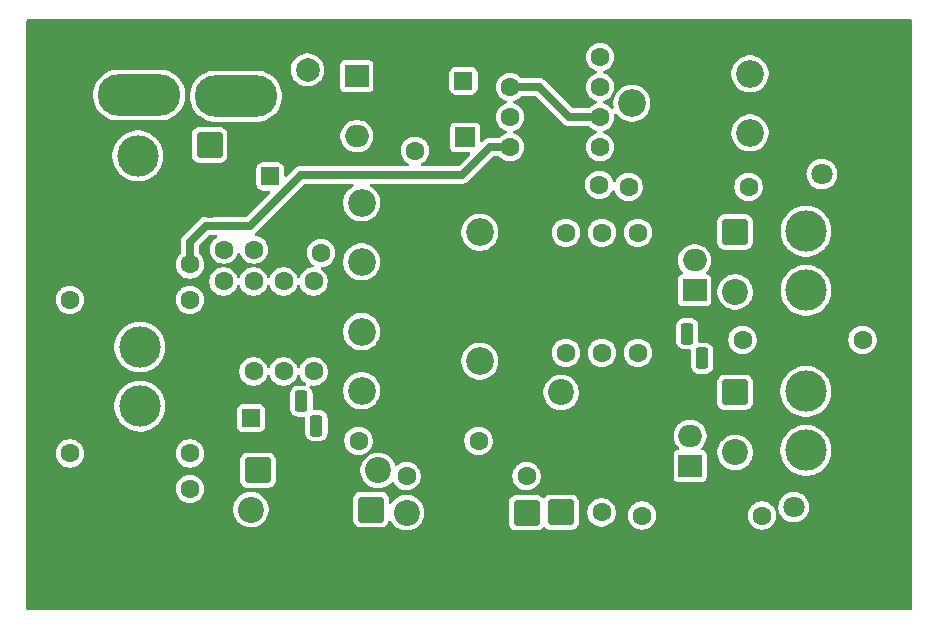
<source format=gbr>
G04 #@! TF.GenerationSoftware,KiCad,Pcbnew,9.0.4*
G04 #@! TF.CreationDate,2025-09-15T17:08:43+02:00*
G04 #@! TF.ProjectId,ValveToggler,56616c76-6554-46f6-9767-6c65722e6b69,rev?*
G04 #@! TF.SameCoordinates,Original*
G04 #@! TF.FileFunction,Copper,L1,Top*
G04 #@! TF.FilePolarity,Positive*
%FSLAX46Y46*%
G04 Gerber Fmt 4.6, Leading zero omitted, Abs format (unit mm)*
G04 Created by KiCad (PCBNEW 9.0.4) date 2025-09-15 17:08:43*
%MOMM*%
%LPD*%
G01*
G04 APERTURE LIST*
G04 Aperture macros list*
%AMRoundRect*
0 Rectangle with rounded corners*
0 $1 Rounding radius*
0 $2 $3 $4 $5 $6 $7 $8 $9 X,Y pos of 4 corners*
0 Add a 4 corners polygon primitive as box body*
4,1,4,$2,$3,$4,$5,$6,$7,$8,$9,$2,$3,0*
0 Add four circle primitives for the rounded corners*
1,1,$1+$1,$2,$3*
1,1,$1+$1,$4,$5*
1,1,$1+$1,$6,$7*
1,1,$1+$1,$8,$9*
0 Add four rect primitives between the rounded corners*
20,1,$1+$1,$2,$3,$4,$5,0*
20,1,$1+$1,$4,$5,$6,$7,0*
20,1,$1+$1,$6,$7,$8,$9,0*
20,1,$1+$1,$8,$9,$2,$3,0*%
G04 Aperture macros list end*
G04 #@! TA.AperFunction,SMDPad,CuDef*
%ADD10C,4.200000*%
G04 #@! TD*
G04 #@! TA.AperFunction,ComponentPad*
%ADD11RoundRect,1.750000X1.750000X0.000010X-1.750000X0.000010X-1.750000X-0.000010X1.750000X-0.000010X0*%
G04 #@! TD*
G04 #@! TA.AperFunction,ComponentPad*
%ADD12RoundRect,0.249999X-0.850001X0.850001X-0.850001X-0.850001X0.850001X-0.850001X0.850001X0.850001X0*%
G04 #@! TD*
G04 #@! TA.AperFunction,ComponentPad*
%ADD13C,2.200000*%
G04 #@! TD*
G04 #@! TA.AperFunction,ComponentPad*
%ADD14RoundRect,0.249999X0.850001X-0.850001X0.850001X0.850001X-0.850001X0.850001X-0.850001X-0.850001X0*%
G04 #@! TD*
G04 #@! TA.AperFunction,ComponentPad*
%ADD15C,1.600000*%
G04 #@! TD*
G04 #@! TA.AperFunction,ComponentPad*
%ADD16C,2.340000*%
G04 #@! TD*
G04 #@! TA.AperFunction,ComponentPad*
%ADD17RoundRect,0.250000X0.550000X-0.550000X0.550000X0.550000X-0.550000X0.550000X-0.550000X-0.550000X0*%
G04 #@! TD*
G04 #@! TA.AperFunction,ComponentPad*
%ADD18RoundRect,0.249999X0.850001X0.850001X-0.850001X0.850001X-0.850001X-0.850001X0.850001X-0.850001X0*%
G04 #@! TD*
G04 #@! TA.AperFunction,ComponentPad*
%ADD19R,2.000000X1.905000*%
G04 #@! TD*
G04 #@! TA.AperFunction,ComponentPad*
%ADD20O,2.000000X1.905000*%
G04 #@! TD*
G04 #@! TA.AperFunction,ComponentPad*
%ADD21R,1.800000X1.800000*%
G04 #@! TD*
G04 #@! TA.AperFunction,ComponentPad*
%ADD22C,1.800000*%
G04 #@! TD*
G04 #@! TA.AperFunction,ComponentPad*
%ADD23C,3.500000*%
G04 #@! TD*
G04 #@! TA.AperFunction,ComponentPad*
%ADD24RoundRect,0.250000X0.550000X0.550000X-0.550000X0.550000X-0.550000X-0.550000X0.550000X-0.550000X0*%
G04 #@! TD*
G04 #@! TA.AperFunction,ComponentPad*
%ADD25R,1.100000X1.800000*%
G04 #@! TD*
G04 #@! TA.AperFunction,ComponentPad*
%ADD26RoundRect,0.275000X-0.275000X-0.625000X0.275000X-0.625000X0.275000X0.625000X-0.275000X0.625000X0*%
G04 #@! TD*
G04 #@! TA.AperFunction,ComponentPad*
%ADD27R,1.700000X1.700000*%
G04 #@! TD*
G04 #@! TA.AperFunction,ComponentPad*
%ADD28RoundRect,0.250000X-0.550000X-0.550000X0.550000X-0.550000X0.550000X0.550000X-0.550000X0.550000X0*%
G04 #@! TD*
G04 #@! TA.AperFunction,ComponentPad*
%ADD29RoundRect,0.249999X-0.850001X-0.850001X0.850001X-0.850001X0.850001X0.850001X-0.850001X0.850001X0*%
G04 #@! TD*
G04 #@! TA.AperFunction,ComponentPad*
%ADD30C,2.000000*%
G04 #@! TD*
G04 #@! TA.AperFunction,Conductor*
%ADD31C,0.700000*%
G04 #@! TD*
G04 APERTURE END LIST*
D10*
X76374000Y-68326000D03*
D11*
X60742000Y-51508000D03*
X60742000Y-51508000D03*
X52542000Y-51408000D03*
X52542000Y-51408000D03*
D12*
X102997000Y-62992000D03*
D13*
X102997000Y-68072000D03*
D14*
X88265000Y-86741000D03*
D13*
X88265000Y-76581000D03*
D12*
X102997000Y-76581000D03*
D13*
X102997000Y-81661000D03*
D15*
X46670000Y-84750000D03*
X56830000Y-84750000D03*
X91720295Y-73225991D03*
X91720295Y-63065991D03*
X88672295Y-63065991D03*
X88672295Y-73225991D03*
D16*
X71374000Y-76437000D03*
X81374000Y-73937000D03*
X71374000Y-71437000D03*
D17*
X80000000Y-50205113D03*
D15*
X80000000Y-47705113D03*
X94768295Y-73225991D03*
X94768295Y-63065991D03*
D18*
X85343402Y-86767456D03*
D13*
X75183402Y-86767456D03*
D19*
X99568000Y-67945000D03*
D20*
X99568000Y-65405000D03*
X99568000Y-62865000D03*
D15*
X75874988Y-56120800D03*
X75874988Y-51120800D03*
D21*
X110500000Y-86300000D03*
D22*
X107960000Y-86300000D03*
D15*
X95113214Y-87017770D03*
X105273214Y-87017770D03*
D23*
X52428000Y-56551000D03*
X52428000Y-61551000D03*
D18*
X72160000Y-86500000D03*
D13*
X62000000Y-86500000D03*
D17*
X59690000Y-74805000D03*
D15*
X62230000Y-74805000D03*
X64770000Y-74805000D03*
X67310000Y-74805000D03*
X67310000Y-67185000D03*
X64770000Y-67185000D03*
X62230000Y-67185000D03*
X59690000Y-67185000D03*
X59710000Y-64500000D03*
X62250000Y-64500000D03*
X75183045Y-83674545D03*
X85343045Y-83674545D03*
D23*
X109000000Y-67945000D03*
X109000000Y-62945000D03*
D15*
X91500000Y-59000000D03*
X86500000Y-59000000D03*
D16*
X104255369Y-49603308D03*
X94255369Y-52103308D03*
X104255369Y-54603308D03*
D15*
X56830000Y-68750000D03*
X46670000Y-68750000D03*
D19*
X70975471Y-49804903D03*
D20*
X70975471Y-52344903D03*
X70975471Y-54884903D03*
D10*
X115000000Y-92000000D03*
D15*
X81280546Y-80682207D03*
X71120546Y-80682207D03*
X103632000Y-72136000D03*
X113792000Y-72136000D03*
D23*
X108989000Y-81498000D03*
X108989000Y-76498000D03*
D19*
X99187000Y-82804000D03*
D20*
X99187000Y-80264000D03*
X99187000Y-77724000D03*
D10*
X46000000Y-92000000D03*
X115000000Y-48000000D03*
D24*
X62000000Y-78750000D03*
D15*
X59500000Y-78750000D03*
D25*
X97663000Y-73691000D03*
D26*
X98933000Y-71621000D03*
X100203000Y-73691000D03*
D15*
X46670000Y-65750000D03*
X56830000Y-65750000D03*
X67945000Y-64770000D03*
X67945000Y-59770000D03*
X91694000Y-86741000D03*
X91694000Y-76581000D03*
D27*
X80137000Y-54991000D03*
D16*
X71374000Y-65532000D03*
X81374000Y-63032000D03*
X71374000Y-60532000D03*
D25*
X65000000Y-79400000D03*
D26*
X66270000Y-77330000D03*
X67540000Y-79400000D03*
D24*
X63627000Y-58293000D03*
D15*
X61127000Y-58293000D03*
D28*
X83945000Y-48190000D03*
D15*
X83945000Y-50730000D03*
X83945000Y-53270000D03*
X83945000Y-55810000D03*
X91565000Y-55810000D03*
X91565000Y-53270000D03*
X91565000Y-50730000D03*
X91565000Y-48190000D03*
D10*
X46000000Y-48000000D03*
D23*
X52600000Y-72750000D03*
X52600000Y-77750000D03*
D15*
X56830000Y-81750000D03*
X46670000Y-81750000D03*
D12*
X58500000Y-55626000D03*
D13*
X58500000Y-60706000D03*
D15*
X93980000Y-59182000D03*
X104140000Y-59182000D03*
D29*
X62611000Y-83185000D03*
D13*
X72771000Y-83185000D03*
D21*
X107800000Y-58100000D03*
D22*
X110340000Y-58100000D03*
D30*
X66802000Y-49276000D03*
X66802000Y-54276000D03*
D31*
X88957000Y-53270000D02*
X91565000Y-53270000D01*
X83945000Y-50730000D02*
X86417000Y-50730000D01*
X86417000Y-50730000D02*
X88957000Y-53270000D01*
X59710000Y-67165000D02*
X59690000Y-67185000D01*
X66222488Y-58166000D02*
X61904488Y-62484000D01*
X61904488Y-62484000D02*
X58166000Y-62484000D01*
X79883000Y-58166000D02*
X66222488Y-58166000D01*
X83945000Y-55810000D02*
X82239000Y-55810000D01*
X58166000Y-62484000D02*
X56830000Y-63820000D01*
X56830000Y-63820000D02*
X56830000Y-65750000D01*
X82239000Y-55810000D02*
X79883000Y-58166000D01*
G04 #@! TA.AperFunction,Conductor*
G36*
X117942539Y-45020185D02*
G01*
X117988294Y-45072989D01*
X117999500Y-45124500D01*
X117999500Y-94875500D01*
X117979815Y-94942539D01*
X117927011Y-94988294D01*
X117875500Y-94999500D01*
X43124500Y-94999500D01*
X43057461Y-94979815D01*
X43011706Y-94927011D01*
X43000500Y-94875500D01*
X43000500Y-91893713D01*
X44649500Y-91893713D01*
X44649500Y-92106286D01*
X44682753Y-92316239D01*
X44748444Y-92518414D01*
X44844951Y-92707820D01*
X44969890Y-92879786D01*
X45120213Y-93030109D01*
X45292179Y-93155048D01*
X45292181Y-93155049D01*
X45292184Y-93155051D01*
X45481588Y-93251557D01*
X45683757Y-93317246D01*
X45893713Y-93350500D01*
X45893714Y-93350500D01*
X46106286Y-93350500D01*
X46106287Y-93350500D01*
X46316243Y-93317246D01*
X46518412Y-93251557D01*
X46707816Y-93155051D01*
X46729789Y-93139086D01*
X46879786Y-93030109D01*
X46879788Y-93030106D01*
X46879792Y-93030104D01*
X47030104Y-92879792D01*
X47030106Y-92879788D01*
X47030109Y-92879786D01*
X47155048Y-92707820D01*
X47155047Y-92707820D01*
X47155051Y-92707816D01*
X47251557Y-92518412D01*
X47317246Y-92316243D01*
X47350500Y-92106287D01*
X47350500Y-91893713D01*
X113649500Y-91893713D01*
X113649500Y-92106286D01*
X113682753Y-92316239D01*
X113748444Y-92518414D01*
X113844951Y-92707820D01*
X113969890Y-92879786D01*
X114120213Y-93030109D01*
X114292179Y-93155048D01*
X114292181Y-93155049D01*
X114292184Y-93155051D01*
X114481588Y-93251557D01*
X114683757Y-93317246D01*
X114893713Y-93350500D01*
X114893714Y-93350500D01*
X115106286Y-93350500D01*
X115106287Y-93350500D01*
X115316243Y-93317246D01*
X115518412Y-93251557D01*
X115707816Y-93155051D01*
X115729789Y-93139086D01*
X115879786Y-93030109D01*
X115879788Y-93030106D01*
X115879792Y-93030104D01*
X116030104Y-92879792D01*
X116030106Y-92879788D01*
X116030109Y-92879786D01*
X116155048Y-92707820D01*
X116155047Y-92707820D01*
X116155051Y-92707816D01*
X116251557Y-92518412D01*
X116317246Y-92316243D01*
X116350500Y-92106287D01*
X116350500Y-91893713D01*
X116317246Y-91683757D01*
X116251557Y-91481588D01*
X116155051Y-91292184D01*
X116155049Y-91292181D01*
X116155048Y-91292179D01*
X116030109Y-91120213D01*
X115879786Y-90969890D01*
X115707820Y-90844951D01*
X115518414Y-90748444D01*
X115518413Y-90748443D01*
X115518412Y-90748443D01*
X115316243Y-90682754D01*
X115316241Y-90682753D01*
X115316240Y-90682753D01*
X115154957Y-90657208D01*
X115106287Y-90649500D01*
X114893713Y-90649500D01*
X114845042Y-90657208D01*
X114683760Y-90682753D01*
X114481585Y-90748444D01*
X114292179Y-90844951D01*
X114120213Y-90969890D01*
X113969890Y-91120213D01*
X113844951Y-91292179D01*
X113748444Y-91481585D01*
X113682753Y-91683760D01*
X113649500Y-91893713D01*
X47350500Y-91893713D01*
X47317246Y-91683757D01*
X47251557Y-91481588D01*
X47155051Y-91292184D01*
X47155049Y-91292181D01*
X47155048Y-91292179D01*
X47030109Y-91120213D01*
X46879786Y-90969890D01*
X46707820Y-90844951D01*
X46518414Y-90748444D01*
X46518413Y-90748443D01*
X46518412Y-90748443D01*
X46316243Y-90682754D01*
X46316241Y-90682753D01*
X46316240Y-90682753D01*
X46154957Y-90657208D01*
X46106287Y-90649500D01*
X45893713Y-90649500D01*
X45845042Y-90657208D01*
X45683760Y-90682753D01*
X45481585Y-90748444D01*
X45292179Y-90844951D01*
X45120213Y-90969890D01*
X44969890Y-91120213D01*
X44844951Y-91292179D01*
X44748444Y-91481585D01*
X44682753Y-91683760D01*
X44649500Y-91893713D01*
X43000500Y-91893713D01*
X43000500Y-86381902D01*
X60499500Y-86381902D01*
X60499500Y-86618097D01*
X60536446Y-86851368D01*
X60609433Y-87075996D01*
X60716657Y-87286433D01*
X60855483Y-87477510D01*
X61022490Y-87644517D01*
X61213567Y-87783343D01*
X61311925Y-87833459D01*
X61424003Y-87890566D01*
X61424005Y-87890566D01*
X61424008Y-87890568D01*
X61489886Y-87911973D01*
X61648631Y-87963553D01*
X61881903Y-88000500D01*
X61881908Y-88000500D01*
X62118097Y-88000500D01*
X62351368Y-87963553D01*
X62387712Y-87951744D01*
X62575992Y-87890568D01*
X62786433Y-87783343D01*
X62977510Y-87644517D01*
X63144517Y-87477510D01*
X63283343Y-87286433D01*
X63390568Y-87075992D01*
X63463553Y-86851368D01*
X63481722Y-86736652D01*
X63500500Y-86618097D01*
X63500500Y-86381902D01*
X63463553Y-86148631D01*
X63390566Y-85924003D01*
X63322258Y-85789943D01*
X63283343Y-85713567D01*
X63189423Y-85584297D01*
X70659500Y-85584297D01*
X70659500Y-87415682D01*
X70659501Y-87415707D01*
X70662402Y-87452570D01*
X70708254Y-87610394D01*
X70708255Y-87610397D01*
X70791916Y-87751861D01*
X70791923Y-87751870D01*
X70908129Y-87868076D01*
X70908138Y-87868083D01*
X70924662Y-87877855D01*
X71049601Y-87951744D01*
X71090247Y-87963553D01*
X71207425Y-87997597D01*
X71207428Y-87997597D01*
X71207430Y-87997598D01*
X71244305Y-88000500D01*
X73075694Y-88000499D01*
X73112570Y-87997598D01*
X73270399Y-87951744D01*
X73411865Y-87868081D01*
X73528081Y-87751865D01*
X73611744Y-87610399D01*
X73639521Y-87514789D01*
X73677125Y-87455907D01*
X73740597Y-87426700D01*
X73809784Y-87436446D01*
X73862719Y-87482049D01*
X73869080Y-87493091D01*
X73900057Y-87553887D01*
X73933924Y-87600500D01*
X74038885Y-87744966D01*
X74205892Y-87911973D01*
X74396969Y-88050799D01*
X74496393Y-88101458D01*
X74607405Y-88158022D01*
X74607407Y-88158022D01*
X74607410Y-88158024D01*
X74714267Y-88192744D01*
X74832033Y-88231009D01*
X75065305Y-88267956D01*
X75065310Y-88267956D01*
X75301499Y-88267956D01*
X75534770Y-88231009D01*
X75573976Y-88218270D01*
X75759394Y-88158024D01*
X75969835Y-88050799D01*
X76160912Y-87911973D01*
X76327919Y-87744966D01*
X76466745Y-87553889D01*
X76573970Y-87343448D01*
X76646955Y-87118824D01*
X76668687Y-86981613D01*
X76683902Y-86885553D01*
X76683902Y-86649358D01*
X76646955Y-86416087D01*
X76588342Y-86235697D01*
X76573970Y-86191464D01*
X76573968Y-86191461D01*
X76573968Y-86191459D01*
X76497702Y-86041780D01*
X76466745Y-85981023D01*
X76372825Y-85851753D01*
X83842902Y-85851753D01*
X83842902Y-87683138D01*
X83842903Y-87683163D01*
X83845804Y-87720026D01*
X83891656Y-87877850D01*
X83891657Y-87877853D01*
X83891658Y-87877855D01*
X83910371Y-87909497D01*
X83975318Y-88019317D01*
X83975325Y-88019326D01*
X84091531Y-88135532D01*
X84091535Y-88135535D01*
X84091537Y-88135537D01*
X84233003Y-88219200D01*
X84273649Y-88231009D01*
X84390827Y-88265053D01*
X84390830Y-88265053D01*
X84390832Y-88265054D01*
X84427707Y-88267956D01*
X86259096Y-88267955D01*
X86295972Y-88265054D01*
X86453801Y-88219200D01*
X86595267Y-88135537D01*
X86711483Y-88019321D01*
X86711486Y-88019314D01*
X86716263Y-88013158D01*
X86718425Y-88014835D01*
X86759901Y-87976097D01*
X86828641Y-87963581D01*
X86893235Y-87990216D01*
X86903264Y-87999211D01*
X87013129Y-88109076D01*
X87013133Y-88109079D01*
X87013135Y-88109081D01*
X87154601Y-88192744D01*
X87196223Y-88204836D01*
X87312425Y-88238597D01*
X87312428Y-88238597D01*
X87312430Y-88238598D01*
X87349305Y-88241500D01*
X89180694Y-88241499D01*
X89217570Y-88238598D01*
X89375399Y-88192744D01*
X89516865Y-88109081D01*
X89633081Y-87992865D01*
X89716744Y-87851399D01*
X89762598Y-87693570D01*
X89765500Y-87656695D01*
X89765499Y-86646513D01*
X90493500Y-86646513D01*
X90493500Y-86835486D01*
X90523059Y-87022118D01*
X90581454Y-87201836D01*
X90630905Y-87298888D01*
X90667240Y-87370199D01*
X90778310Y-87523073D01*
X90911927Y-87656690D01*
X91064801Y-87767760D01*
X91127768Y-87799843D01*
X91233163Y-87853545D01*
X91233165Y-87853545D01*
X91233168Y-87853547D01*
X91307974Y-87877853D01*
X91412881Y-87911940D01*
X91599514Y-87941500D01*
X91599519Y-87941500D01*
X91788486Y-87941500D01*
X91975118Y-87911940D01*
X92154832Y-87853547D01*
X92323199Y-87767760D01*
X92476073Y-87656690D01*
X92609690Y-87523073D01*
X92720760Y-87370199D01*
X92806547Y-87201832D01*
X92864940Y-87022118D01*
X92880594Y-86923283D01*
X93912714Y-86923283D01*
X93912714Y-87112256D01*
X93942273Y-87298888D01*
X94000668Y-87478606D01*
X94085203Y-87644514D01*
X94086454Y-87646969D01*
X94197524Y-87799843D01*
X94331141Y-87933460D01*
X94484015Y-88044530D01*
X94496317Y-88050798D01*
X94652377Y-88130315D01*
X94652379Y-88130315D01*
X94652382Y-88130317D01*
X94737649Y-88158022D01*
X94832095Y-88188710D01*
X95018728Y-88218270D01*
X95018733Y-88218270D01*
X95207700Y-88218270D01*
X95394332Y-88188710D01*
X95574046Y-88130317D01*
X95742413Y-88044530D01*
X95895287Y-87933460D01*
X96028904Y-87799843D01*
X96139974Y-87646969D01*
X96225761Y-87478602D01*
X96284154Y-87298888D01*
X96286127Y-87286433D01*
X96313714Y-87112256D01*
X96313714Y-86923283D01*
X104072714Y-86923283D01*
X104072714Y-87112256D01*
X104102273Y-87298888D01*
X104160668Y-87478606D01*
X104245203Y-87644514D01*
X104246454Y-87646969D01*
X104357524Y-87799843D01*
X104491141Y-87933460D01*
X104644015Y-88044530D01*
X104656317Y-88050798D01*
X104812377Y-88130315D01*
X104812379Y-88130315D01*
X104812382Y-88130317D01*
X104897649Y-88158022D01*
X104992095Y-88188710D01*
X105178728Y-88218270D01*
X105178733Y-88218270D01*
X105367700Y-88218270D01*
X105554332Y-88188710D01*
X105734046Y-88130317D01*
X105902413Y-88044530D01*
X106055287Y-87933460D01*
X106188904Y-87799843D01*
X106299974Y-87646969D01*
X106385761Y-87478602D01*
X106444154Y-87298888D01*
X106446127Y-87286433D01*
X106473714Y-87112256D01*
X106473714Y-86923283D01*
X106444154Y-86736651D01*
X106385759Y-86556933D01*
X106336308Y-86459881D01*
X106299974Y-86388571D01*
X106188904Y-86235697D01*
X106150855Y-86197648D01*
X106659500Y-86197648D01*
X106659500Y-86402352D01*
X106661676Y-86416088D01*
X106691522Y-86604534D01*
X106754781Y-86799223D01*
X106847715Y-86981613D01*
X106968028Y-87147213D01*
X107112786Y-87291971D01*
X107220460Y-87370199D01*
X107278390Y-87412287D01*
X107357450Y-87452570D01*
X107460776Y-87505218D01*
X107460778Y-87505218D01*
X107460781Y-87505220D01*
X107565137Y-87539127D01*
X107655465Y-87568477D01*
X107756557Y-87584488D01*
X107857648Y-87600500D01*
X107857649Y-87600500D01*
X108062351Y-87600500D01*
X108062352Y-87600500D01*
X108264534Y-87568477D01*
X108459219Y-87505220D01*
X108641610Y-87412287D01*
X108797692Y-87298888D01*
X108807213Y-87291971D01*
X108807215Y-87291968D01*
X108807219Y-87291966D01*
X108951966Y-87147219D01*
X108951968Y-87147215D01*
X108951971Y-87147213D01*
X109042856Y-87022118D01*
X109072287Y-86981610D01*
X109165220Y-86799219D01*
X109228477Y-86604534D01*
X109260500Y-86402352D01*
X109260500Y-86197648D01*
X109245363Y-86102080D01*
X109228477Y-85995465D01*
X109173192Y-85825317D01*
X109165220Y-85800781D01*
X109165218Y-85800778D01*
X109165218Y-85800776D01*
X109120782Y-85713567D01*
X109072287Y-85618390D01*
X109047514Y-85584292D01*
X108951971Y-85452786D01*
X108807213Y-85308028D01*
X108641613Y-85187715D01*
X108641612Y-85187714D01*
X108641610Y-85187713D01*
X108584653Y-85158691D01*
X108459223Y-85094781D01*
X108264534Y-85031522D01*
X108080668Y-85002401D01*
X108062352Y-84999500D01*
X107857648Y-84999500D01*
X107839332Y-85002401D01*
X107655465Y-85031522D01*
X107460776Y-85094781D01*
X107278386Y-85187715D01*
X107112786Y-85308028D01*
X106968028Y-85452786D01*
X106847715Y-85618386D01*
X106754781Y-85800776D01*
X106691522Y-85995465D01*
X106667263Y-86148632D01*
X106659500Y-86197648D01*
X106150855Y-86197648D01*
X106055287Y-86102080D01*
X105902413Y-85991010D01*
X105883395Y-85981320D01*
X105734050Y-85905224D01*
X105554332Y-85846829D01*
X105367700Y-85817270D01*
X105367695Y-85817270D01*
X105178733Y-85817270D01*
X105178728Y-85817270D01*
X104992095Y-85846829D01*
X104812377Y-85905224D01*
X104644014Y-85991010D01*
X104582042Y-86036036D01*
X104491141Y-86102080D01*
X104491139Y-86102082D01*
X104491138Y-86102082D01*
X104357526Y-86235694D01*
X104357526Y-86235695D01*
X104357524Y-86235697D01*
X104325214Y-86280168D01*
X104246454Y-86388570D01*
X104160668Y-86556933D01*
X104102273Y-86736651D01*
X104072714Y-86923283D01*
X96313714Y-86923283D01*
X96284154Y-86736651D01*
X96225759Y-86556933D01*
X96176308Y-86459881D01*
X96139974Y-86388571D01*
X96028904Y-86235697D01*
X95895287Y-86102080D01*
X95742413Y-85991010D01*
X95723395Y-85981320D01*
X95574050Y-85905224D01*
X95394332Y-85846829D01*
X95207700Y-85817270D01*
X95207695Y-85817270D01*
X95018733Y-85817270D01*
X95018728Y-85817270D01*
X94832095Y-85846829D01*
X94652377Y-85905224D01*
X94484014Y-85991010D01*
X94422042Y-86036036D01*
X94331141Y-86102080D01*
X94331139Y-86102082D01*
X94331138Y-86102082D01*
X94197526Y-86235694D01*
X94197526Y-86235695D01*
X94197524Y-86235697D01*
X94165214Y-86280168D01*
X94086454Y-86388570D01*
X94000668Y-86556933D01*
X93942273Y-86736651D01*
X93912714Y-86923283D01*
X92880594Y-86923283D01*
X92884437Y-86899018D01*
X92894500Y-86835485D01*
X92894500Y-86646513D01*
X92864940Y-86459881D01*
X92806545Y-86280163D01*
X92739526Y-86148632D01*
X92720760Y-86111801D01*
X92609690Y-85958927D01*
X92476073Y-85825310D01*
X92323199Y-85714240D01*
X92321876Y-85713566D01*
X92154836Y-85628454D01*
X91975118Y-85570059D01*
X91788486Y-85540500D01*
X91788481Y-85540500D01*
X91599519Y-85540500D01*
X91599514Y-85540500D01*
X91412881Y-85570059D01*
X91233163Y-85628454D01*
X91064800Y-85714240D01*
X90978751Y-85776759D01*
X90911927Y-85825310D01*
X90911925Y-85825312D01*
X90911924Y-85825312D01*
X90778312Y-85958924D01*
X90778312Y-85958925D01*
X90778310Y-85958927D01*
X90751763Y-85995466D01*
X90667240Y-86111800D01*
X90581454Y-86280163D01*
X90523059Y-86459881D01*
X90493500Y-86646513D01*
X89765499Y-86646513D01*
X89765499Y-85825306D01*
X89762598Y-85788430D01*
X89716744Y-85630601D01*
X89648724Y-85515585D01*
X89633083Y-85489138D01*
X89633076Y-85489129D01*
X89516870Y-85372923D01*
X89516861Y-85372916D01*
X89375397Y-85289255D01*
X89375394Y-85289254D01*
X89217574Y-85243402D01*
X89217568Y-85243401D01*
X89180695Y-85240500D01*
X87349317Y-85240500D01*
X87349292Y-85240501D01*
X87312429Y-85243402D01*
X87154605Y-85289254D01*
X87154602Y-85289255D01*
X87013138Y-85372916D01*
X87013129Y-85372923D01*
X86896923Y-85489129D01*
X86892139Y-85495298D01*
X86889984Y-85493626D01*
X86848442Y-85532387D01*
X86779696Y-85544867D01*
X86715116Y-85518198D01*
X86705137Y-85509244D01*
X86595272Y-85399379D01*
X86595263Y-85399372D01*
X86453799Y-85315711D01*
X86453796Y-85315710D01*
X86295976Y-85269858D01*
X86295970Y-85269857D01*
X86259097Y-85266956D01*
X84427719Y-85266956D01*
X84427694Y-85266957D01*
X84390831Y-85269858D01*
X84233007Y-85315710D01*
X84233004Y-85315711D01*
X84091540Y-85399372D01*
X84091531Y-85399379D01*
X83975325Y-85515585D01*
X83975318Y-85515594D01*
X83891657Y-85657058D01*
X83891656Y-85657061D01*
X83845804Y-85814881D01*
X83845803Y-85814887D01*
X83842902Y-85851753D01*
X76372825Y-85851753D01*
X76327919Y-85789946D01*
X76160912Y-85622939D01*
X75969835Y-85484113D01*
X75759398Y-85376889D01*
X75534770Y-85303902D01*
X75301499Y-85266956D01*
X75301494Y-85266956D01*
X75065310Y-85266956D01*
X75065305Y-85266956D01*
X74832033Y-85303902D01*
X74607405Y-85376889D01*
X74396968Y-85484113D01*
X74287952Y-85563318D01*
X74205892Y-85622939D01*
X74205890Y-85622941D01*
X74205889Y-85622941D01*
X74038887Y-85789943D01*
X74038887Y-85789944D01*
X74038885Y-85789946D01*
X73993974Y-85851761D01*
X73900059Y-85981022D01*
X73894983Y-85990985D01*
X73847008Y-86041780D01*
X73779187Y-86058574D01*
X73713052Y-86036036D01*
X73669601Y-85981320D01*
X73660499Y-85934688D01*
X73660499Y-85584317D01*
X73660498Y-85584292D01*
X73659378Y-85570059D01*
X73657598Y-85547430D01*
X73611744Y-85389601D01*
X73528081Y-85248135D01*
X73528079Y-85248133D01*
X73528076Y-85248129D01*
X73411870Y-85131923D01*
X73411861Y-85131916D01*
X73270397Y-85048255D01*
X73270394Y-85048254D01*
X73112574Y-85002402D01*
X73112568Y-85002401D01*
X73075695Y-84999500D01*
X71244317Y-84999500D01*
X71244292Y-84999501D01*
X71207429Y-85002402D01*
X71049605Y-85048254D01*
X71049602Y-85048255D01*
X70908138Y-85131916D01*
X70908129Y-85131923D01*
X70791923Y-85248129D01*
X70791916Y-85248138D01*
X70708255Y-85389602D01*
X70708254Y-85389605D01*
X70662402Y-85547425D01*
X70662401Y-85547431D01*
X70659500Y-85584297D01*
X63189423Y-85584297D01*
X63144517Y-85522490D01*
X62977510Y-85355483D01*
X62786433Y-85216657D01*
X62775001Y-85210832D01*
X62575996Y-85109433D01*
X62351368Y-85036446D01*
X62118097Y-84999500D01*
X62118092Y-84999500D01*
X61881908Y-84999500D01*
X61881903Y-84999500D01*
X61648631Y-85036446D01*
X61424003Y-85109433D01*
X61213566Y-85216657D01*
X61140342Y-85269858D01*
X61022490Y-85355483D01*
X61022488Y-85355485D01*
X61022487Y-85355485D01*
X60855485Y-85522487D01*
X60855485Y-85522488D01*
X60855483Y-85522490D01*
X60810572Y-85584305D01*
X60716657Y-85713566D01*
X60609433Y-85924003D01*
X60536446Y-86148631D01*
X60499500Y-86381902D01*
X43000500Y-86381902D01*
X43000500Y-84655513D01*
X55629500Y-84655513D01*
X55629500Y-84844486D01*
X55659059Y-85031118D01*
X55717454Y-85210836D01*
X55791156Y-85355483D01*
X55803240Y-85379199D01*
X55914310Y-85532073D01*
X56047927Y-85665690D01*
X56200801Y-85776760D01*
X56247945Y-85800781D01*
X56369163Y-85862545D01*
X56369165Y-85862545D01*
X56369168Y-85862547D01*
X56465497Y-85893846D01*
X56548881Y-85920940D01*
X56735514Y-85950500D01*
X56735519Y-85950500D01*
X56924486Y-85950500D01*
X57111118Y-85920940D01*
X57290832Y-85862547D01*
X57459199Y-85776760D01*
X57612073Y-85665690D01*
X57745690Y-85532073D01*
X57856760Y-85379199D01*
X57942547Y-85210832D01*
X58000940Y-85031118D01*
X58005948Y-84999500D01*
X58030500Y-84844486D01*
X58030500Y-84655513D01*
X58000940Y-84468881D01*
X57947283Y-84303744D01*
X57942547Y-84289168D01*
X57942545Y-84289165D01*
X57942545Y-84289163D01*
X57889336Y-84184735D01*
X57856760Y-84120801D01*
X57745690Y-83967927D01*
X57612073Y-83834310D01*
X57459199Y-83723240D01*
X57290836Y-83637454D01*
X57111118Y-83579059D01*
X56924486Y-83549500D01*
X56924481Y-83549500D01*
X56735519Y-83549500D01*
X56735514Y-83549500D01*
X56548881Y-83579059D01*
X56369163Y-83637454D01*
X56200800Y-83723240D01*
X56137782Y-83769026D01*
X56047927Y-83834310D01*
X56047925Y-83834312D01*
X56047924Y-83834312D01*
X55914312Y-83967924D01*
X55914312Y-83967925D01*
X55914310Y-83967927D01*
X55886118Y-84006730D01*
X55803240Y-84120800D01*
X55717454Y-84289163D01*
X55659059Y-84468881D01*
X55629500Y-84655513D01*
X43000500Y-84655513D01*
X43000500Y-81655513D01*
X45469500Y-81655513D01*
X45469500Y-81844486D01*
X45499059Y-82031118D01*
X45557454Y-82210836D01*
X45643240Y-82379199D01*
X45754310Y-82532073D01*
X45887927Y-82665690D01*
X46040801Y-82776760D01*
X46097234Y-82805514D01*
X46209163Y-82862545D01*
X46209165Y-82862545D01*
X46209168Y-82862547D01*
X46301258Y-82892469D01*
X46388881Y-82920940D01*
X46575514Y-82950500D01*
X46575519Y-82950500D01*
X46764486Y-82950500D01*
X46951118Y-82920940D01*
X46957196Y-82918965D01*
X47130832Y-82862547D01*
X47299199Y-82776760D01*
X47452073Y-82665690D01*
X47585690Y-82532073D01*
X47696760Y-82379199D01*
X47782547Y-82210832D01*
X47840940Y-82031118D01*
X47843910Y-82012368D01*
X47870500Y-81844486D01*
X47870500Y-81655513D01*
X55629500Y-81655513D01*
X55629500Y-81844486D01*
X55659059Y-82031118D01*
X55717454Y-82210836D01*
X55803240Y-82379199D01*
X55914310Y-82532073D01*
X56047927Y-82665690D01*
X56200801Y-82776760D01*
X56257234Y-82805514D01*
X56369163Y-82862545D01*
X56369165Y-82862545D01*
X56369168Y-82862547D01*
X56461258Y-82892469D01*
X56548881Y-82920940D01*
X56735514Y-82950500D01*
X56735519Y-82950500D01*
X56924486Y-82950500D01*
X57111118Y-82920940D01*
X57117196Y-82918965D01*
X57290832Y-82862547D01*
X57459199Y-82776760D01*
X57612073Y-82665690D01*
X57745690Y-82532073D01*
X57856760Y-82379199D01*
X57912758Y-82269297D01*
X61110500Y-82269297D01*
X61110500Y-84100682D01*
X61110501Y-84100707D01*
X61113402Y-84137570D01*
X61159254Y-84295394D01*
X61159255Y-84295397D01*
X61242916Y-84436861D01*
X61242923Y-84436870D01*
X61359129Y-84553076D01*
X61359133Y-84553079D01*
X61359135Y-84553081D01*
X61500601Y-84636744D01*
X61541247Y-84648553D01*
X61658425Y-84682597D01*
X61658428Y-84682597D01*
X61658430Y-84682598D01*
X61695305Y-84685500D01*
X63526694Y-84685499D01*
X63563570Y-84682598D01*
X63721399Y-84636744D01*
X63862865Y-84553081D01*
X63979081Y-84436865D01*
X64062744Y-84295399D01*
X64108598Y-84137570D01*
X64111500Y-84100695D01*
X64111499Y-83066902D01*
X71270500Y-83066902D01*
X71270500Y-83303097D01*
X71307446Y-83536368D01*
X71380433Y-83760996D01*
X71479622Y-83955663D01*
X71487657Y-83971433D01*
X71626483Y-84162510D01*
X71793490Y-84329517D01*
X71984567Y-84468343D01*
X72083991Y-84519002D01*
X72195003Y-84575566D01*
X72195005Y-84575566D01*
X72195008Y-84575568D01*
X72315412Y-84614689D01*
X72419631Y-84648553D01*
X72652903Y-84685500D01*
X72652908Y-84685500D01*
X72889097Y-84685500D01*
X73122368Y-84648553D01*
X73158712Y-84636744D01*
X73346992Y-84575568D01*
X73557433Y-84468343D01*
X73748510Y-84329517D01*
X73906664Y-84171362D01*
X73967984Y-84137880D01*
X74037675Y-84142864D01*
X74093609Y-84184735D01*
X74104825Y-84202747D01*
X74156285Y-84303744D01*
X74267355Y-84456618D01*
X74400972Y-84590235D01*
X74553846Y-84701305D01*
X74633392Y-84741835D01*
X74722208Y-84787090D01*
X74722210Y-84787090D01*
X74722213Y-84787092D01*
X74818542Y-84818391D01*
X74901926Y-84845485D01*
X75088559Y-84875045D01*
X75088564Y-84875045D01*
X75277531Y-84875045D01*
X75464163Y-84845485D01*
X75467253Y-84844481D01*
X75643877Y-84787092D01*
X75812244Y-84701305D01*
X75965118Y-84590235D01*
X76098735Y-84456618D01*
X76209805Y-84303744D01*
X76295592Y-84135377D01*
X76353985Y-83955663D01*
X76365683Y-83881804D01*
X76383545Y-83769031D01*
X76383545Y-83580058D01*
X84142545Y-83580058D01*
X84142545Y-83769031D01*
X84172104Y-83955663D01*
X84230499Y-84135381D01*
X84308856Y-84289163D01*
X84316285Y-84303744D01*
X84427355Y-84456618D01*
X84560972Y-84590235D01*
X84713846Y-84701305D01*
X84793392Y-84741835D01*
X84882208Y-84787090D01*
X84882210Y-84787090D01*
X84882213Y-84787092D01*
X84978542Y-84818391D01*
X85061926Y-84845485D01*
X85248559Y-84875045D01*
X85248564Y-84875045D01*
X85437531Y-84875045D01*
X85624163Y-84845485D01*
X85627253Y-84844481D01*
X85803877Y-84787092D01*
X85972244Y-84701305D01*
X86125118Y-84590235D01*
X86258735Y-84456618D01*
X86369805Y-84303744D01*
X86455592Y-84135377D01*
X86513985Y-83955663D01*
X86525683Y-83881804D01*
X86543545Y-83769031D01*
X86543545Y-83580058D01*
X86513985Y-83393426D01*
X86455590Y-83213708D01*
X86369804Y-83045345D01*
X86258735Y-82892472D01*
X86125118Y-82758855D01*
X85972244Y-82647785D01*
X85954041Y-82638510D01*
X85803881Y-82561999D01*
X85624163Y-82503604D01*
X85437531Y-82474045D01*
X85437526Y-82474045D01*
X85248564Y-82474045D01*
X85248559Y-82474045D01*
X85061926Y-82503604D01*
X84882208Y-82561999D01*
X84713845Y-82647785D01*
X84648435Y-82695309D01*
X84560972Y-82758855D01*
X84560970Y-82758857D01*
X84560969Y-82758857D01*
X84427357Y-82892469D01*
X84427357Y-82892470D01*
X84427355Y-82892472D01*
X84406672Y-82920940D01*
X84316285Y-83045345D01*
X84230499Y-83213708D01*
X84172104Y-83393426D01*
X84142545Y-83580058D01*
X76383545Y-83580058D01*
X76353985Y-83393426D01*
X76295590Y-83213708D01*
X76209804Y-83045345D01*
X76098735Y-82892472D01*
X75965118Y-82758855D01*
X75812244Y-82647785D01*
X75794041Y-82638510D01*
X75643881Y-82561999D01*
X75464163Y-82503604D01*
X75277531Y-82474045D01*
X75277526Y-82474045D01*
X75088564Y-82474045D01*
X75088559Y-82474045D01*
X74901926Y-82503604D01*
X74722208Y-82561999D01*
X74553845Y-82647785D01*
X74488435Y-82695309D01*
X74400972Y-82758855D01*
X74400970Y-82758857D01*
X74400963Y-82758862D01*
X74400099Y-82759727D01*
X74399690Y-82759950D01*
X74397268Y-82762019D01*
X74396833Y-82761509D01*
X74338772Y-82793205D01*
X74269081Y-82788213D01*
X74213152Y-82746335D01*
X74194497Y-82710354D01*
X74161568Y-82609008D01*
X74054343Y-82398567D01*
X73915517Y-82207490D01*
X73748510Y-82040483D01*
X73557433Y-81901657D01*
X73520242Y-81882707D01*
X73346996Y-81794433D01*
X73122368Y-81721446D01*
X72889097Y-81684500D01*
X72889092Y-81684500D01*
X72652908Y-81684500D01*
X72652903Y-81684500D01*
X72419631Y-81721446D01*
X72195003Y-81794433D01*
X71984566Y-81901657D01*
X71941241Y-81933135D01*
X71793490Y-82040483D01*
X71793488Y-82040485D01*
X71793487Y-82040485D01*
X71626485Y-82207487D01*
X71626485Y-82207488D01*
X71626483Y-82207490D01*
X71581572Y-82269305D01*
X71487657Y-82398566D01*
X71380433Y-82609003D01*
X71307446Y-82833631D01*
X71270500Y-83066902D01*
X64111499Y-83066902D01*
X64111499Y-82269306D01*
X64108598Y-82232430D01*
X64062744Y-82074601D01*
X63979081Y-81933135D01*
X63979079Y-81933133D01*
X63979076Y-81933129D01*
X63862870Y-81816923D01*
X63862861Y-81816916D01*
X63721397Y-81733255D01*
X63721394Y-81733254D01*
X63563574Y-81687402D01*
X63563568Y-81687401D01*
X63526695Y-81684500D01*
X61695317Y-81684500D01*
X61695292Y-81684501D01*
X61658429Y-81687402D01*
X61500605Y-81733254D01*
X61500602Y-81733255D01*
X61359138Y-81816916D01*
X61359129Y-81816923D01*
X61242923Y-81933129D01*
X61242916Y-81933138D01*
X61159255Y-82074602D01*
X61159254Y-82074605D01*
X61113402Y-82232425D01*
X61113401Y-82232431D01*
X61110500Y-82269297D01*
X57912758Y-82269297D01*
X57942547Y-82210832D01*
X58000940Y-82031118D01*
X58003910Y-82012368D01*
X58030500Y-81844486D01*
X58030500Y-81655513D01*
X58000940Y-81468881D01*
X57964600Y-81357041D01*
X57942547Y-81289168D01*
X57942545Y-81289165D01*
X57942545Y-81289163D01*
X57869303Y-81145419D01*
X57856760Y-81120801D01*
X57745690Y-80967927D01*
X57612073Y-80834310D01*
X57459199Y-80723240D01*
X57290836Y-80637454D01*
X57111118Y-80579059D01*
X56924486Y-80549500D01*
X56924481Y-80549500D01*
X56735519Y-80549500D01*
X56735514Y-80549500D01*
X56548881Y-80579059D01*
X56369163Y-80637454D01*
X56200800Y-80723240D01*
X56118041Y-80783369D01*
X56047927Y-80834310D01*
X56047925Y-80834312D01*
X56047924Y-80834312D01*
X55914312Y-80967924D01*
X55914312Y-80967925D01*
X55914310Y-80967927D01*
X55910532Y-80973127D01*
X55803240Y-81120800D01*
X55717454Y-81289163D01*
X55659059Y-81468881D01*
X55629500Y-81655513D01*
X47870500Y-81655513D01*
X47840940Y-81468881D01*
X47804600Y-81357041D01*
X47782547Y-81289168D01*
X47782545Y-81289165D01*
X47782545Y-81289163D01*
X47709303Y-81145419D01*
X47696760Y-81120801D01*
X47585690Y-80967927D01*
X47452073Y-80834310D01*
X47299199Y-80723240D01*
X47130836Y-80637454D01*
X46951118Y-80579059D01*
X46764486Y-80549500D01*
X46764481Y-80549500D01*
X46575519Y-80549500D01*
X46575514Y-80549500D01*
X46388881Y-80579059D01*
X46209163Y-80637454D01*
X46040800Y-80723240D01*
X45958041Y-80783369D01*
X45887927Y-80834310D01*
X45887925Y-80834312D01*
X45887924Y-80834312D01*
X45754312Y-80967924D01*
X45754312Y-80967925D01*
X45754310Y-80967927D01*
X45750532Y-80973127D01*
X45643240Y-81120800D01*
X45557454Y-81289163D01*
X45499059Y-81468881D01*
X45469500Y-81655513D01*
X43000500Y-81655513D01*
X43000500Y-77609041D01*
X50449500Y-77609041D01*
X50449500Y-77890958D01*
X50486295Y-78170439D01*
X50559259Y-78442743D01*
X50667135Y-78703179D01*
X50667140Y-78703190D01*
X50808083Y-78947309D01*
X50808088Y-78947317D01*
X50856283Y-79010125D01*
X50979704Y-79170970D01*
X51179029Y-79370295D01*
X51179033Y-79370298D01*
X51179035Y-79370300D01*
X51402683Y-79541912D01*
X51402690Y-79541916D01*
X51646809Y-79682859D01*
X51646814Y-79682861D01*
X51646817Y-79682863D01*
X51907261Y-79790742D01*
X52179558Y-79863704D01*
X52412043Y-79894311D01*
X52456253Y-79900132D01*
X52459049Y-79900500D01*
X52459056Y-79900500D01*
X52740944Y-79900500D01*
X52740951Y-79900500D01*
X53020442Y-79863704D01*
X53292739Y-79790742D01*
X53553183Y-79682863D01*
X53797317Y-79541912D01*
X54020965Y-79370300D01*
X54220300Y-79170965D01*
X54391912Y-78947317D01*
X54532863Y-78703183D01*
X54640742Y-78442739D01*
X54713704Y-78170442D01*
X54718462Y-78134298D01*
X60799500Y-78134298D01*
X60799500Y-79365701D01*
X60802401Y-79402567D01*
X60802402Y-79402573D01*
X60848254Y-79560393D01*
X60848255Y-79560396D01*
X60848256Y-79560398D01*
X60853734Y-79569660D01*
X60931917Y-79701862D01*
X60931923Y-79701870D01*
X61048129Y-79818076D01*
X61048133Y-79818079D01*
X61048135Y-79818081D01*
X61189602Y-79901744D01*
X61231224Y-79913836D01*
X61347426Y-79947597D01*
X61347429Y-79947597D01*
X61347431Y-79947598D01*
X61384306Y-79950500D01*
X61384314Y-79950500D01*
X62615686Y-79950500D01*
X62615694Y-79950500D01*
X62652569Y-79947598D01*
X62652571Y-79947597D01*
X62652573Y-79947597D01*
X62694191Y-79935505D01*
X62810398Y-79901744D01*
X62951865Y-79818081D01*
X63068081Y-79701865D01*
X63151744Y-79560398D01*
X63197598Y-79402569D01*
X63200500Y-79365694D01*
X63200500Y-78134306D01*
X63197598Y-78097431D01*
X63192969Y-78081499D01*
X63160235Y-77968829D01*
X63151744Y-77939602D01*
X63068081Y-77798135D01*
X63068079Y-77798133D01*
X63068076Y-77798129D01*
X62951870Y-77681923D01*
X62951862Y-77681917D01*
X62828648Y-77609049D01*
X62810398Y-77598256D01*
X62810397Y-77598255D01*
X62810396Y-77598255D01*
X62810393Y-77598254D01*
X62652573Y-77552402D01*
X62652567Y-77552401D01*
X62615701Y-77549500D01*
X62615694Y-77549500D01*
X61384306Y-77549500D01*
X61384298Y-77549500D01*
X61347432Y-77552401D01*
X61347426Y-77552402D01*
X61189606Y-77598254D01*
X61189603Y-77598255D01*
X61048137Y-77681917D01*
X61048129Y-77681923D01*
X60931923Y-77798129D01*
X60931917Y-77798137D01*
X60848255Y-77939603D01*
X60848254Y-77939606D01*
X60802402Y-78097426D01*
X60802401Y-78097432D01*
X60799500Y-78134298D01*
X54718462Y-78134298D01*
X54750500Y-77890951D01*
X54750500Y-77609049D01*
X54713704Y-77329558D01*
X54640742Y-77057261D01*
X54532863Y-76796817D01*
X54532861Y-76796814D01*
X54532859Y-76796809D01*
X54391916Y-76552690D01*
X54391912Y-76552683D01*
X54220300Y-76329035D01*
X54220298Y-76329033D01*
X54220295Y-76329029D01*
X54020970Y-76129704D01*
X54020965Y-76129700D01*
X53797317Y-75958088D01*
X53797311Y-75958084D01*
X53797309Y-75958083D01*
X53553190Y-75817140D01*
X53553179Y-75817135D01*
X53292743Y-75709259D01*
X53020439Y-75636295D01*
X52740958Y-75599500D01*
X52740951Y-75599500D01*
X52459049Y-75599500D01*
X52459041Y-75599500D01*
X52179560Y-75636295D01*
X51907256Y-75709259D01*
X51646820Y-75817135D01*
X51646809Y-75817140D01*
X51402690Y-75958083D01*
X51402682Y-75958089D01*
X51179029Y-76129704D01*
X50979704Y-76329029D01*
X50808089Y-76552682D01*
X50808083Y-76552690D01*
X50667140Y-76796809D01*
X50667135Y-76796820D01*
X50559259Y-77057256D01*
X50486295Y-77329560D01*
X50449500Y-77609041D01*
X43000500Y-77609041D01*
X43000500Y-72609041D01*
X50449500Y-72609041D01*
X50449500Y-72890958D01*
X50486295Y-73170439D01*
X50559259Y-73442743D01*
X50667135Y-73703179D01*
X50667140Y-73703190D01*
X50808083Y-73947309D01*
X50808088Y-73947317D01*
X50979700Y-74170965D01*
X50979704Y-74170970D01*
X51179029Y-74370295D01*
X51179033Y-74370298D01*
X51179035Y-74370300D01*
X51402683Y-74541912D01*
X51402690Y-74541916D01*
X51646809Y-74682859D01*
X51646814Y-74682861D01*
X51646817Y-74682863D01*
X51907261Y-74790742D01*
X52179558Y-74863704D01*
X52459049Y-74900500D01*
X52459056Y-74900500D01*
X52740944Y-74900500D01*
X52740951Y-74900500D01*
X53020442Y-74863704D01*
X53292739Y-74790742D01*
X53486430Y-74710513D01*
X61029500Y-74710513D01*
X61029500Y-74899486D01*
X61059059Y-75086118D01*
X61117454Y-75265836D01*
X61192891Y-75413888D01*
X61203240Y-75434199D01*
X61314310Y-75587073D01*
X61447927Y-75720690D01*
X61600801Y-75831760D01*
X61657230Y-75860512D01*
X61769163Y-75917545D01*
X61769165Y-75917545D01*
X61769168Y-75917547D01*
X61865497Y-75948846D01*
X61948881Y-75975940D01*
X62135514Y-76005500D01*
X62135519Y-76005500D01*
X62324486Y-76005500D01*
X62511118Y-75975940D01*
X62566060Y-75958088D01*
X62690832Y-75917547D01*
X62859199Y-75831760D01*
X63012073Y-75720690D01*
X63145690Y-75587073D01*
X63256760Y-75434199D01*
X63342547Y-75265832D01*
X63382069Y-75144195D01*
X63421507Y-75086521D01*
X63485866Y-75059323D01*
X63554712Y-75071238D01*
X63606188Y-75118482D01*
X63617931Y-75144196D01*
X63657454Y-75265836D01*
X63732891Y-75413888D01*
X63743240Y-75434199D01*
X63854310Y-75587073D01*
X63987927Y-75720690D01*
X64140801Y-75831760D01*
X64197230Y-75860512D01*
X64309163Y-75917545D01*
X64309165Y-75917545D01*
X64309168Y-75917547D01*
X64405497Y-75948846D01*
X64488881Y-75975940D01*
X64675514Y-76005500D01*
X64675519Y-76005500D01*
X64864486Y-76005500D01*
X65051118Y-75975940D01*
X65106060Y-75958088D01*
X65230832Y-75917547D01*
X65399199Y-75831760D01*
X65552073Y-75720690D01*
X65685690Y-75587073D01*
X65796760Y-75434199D01*
X65882547Y-75265832D01*
X65922069Y-75144195D01*
X65961507Y-75086521D01*
X66025866Y-75059323D01*
X66094712Y-75071238D01*
X66146188Y-75118482D01*
X66157931Y-75144196D01*
X66197454Y-75265836D01*
X66272891Y-75413888D01*
X66283240Y-75434199D01*
X66394310Y-75587073D01*
X66527927Y-75720690D01*
X66644220Y-75805182D01*
X66686885Y-75860512D01*
X66692864Y-75930126D01*
X66660258Y-75991921D01*
X66599419Y-76026278D01*
X66571334Y-76029500D01*
X65940406Y-76029500D01*
X65872343Y-76035685D01*
X65872339Y-76035686D01*
X65872335Y-76035687D01*
X65715736Y-76084485D01*
X65715727Y-76084488D01*
X65575351Y-76169348D01*
X65575347Y-76169351D01*
X65459351Y-76285347D01*
X65459348Y-76285351D01*
X65374488Y-76425727D01*
X65374485Y-76425736D01*
X65334925Y-76552690D01*
X65325685Y-76582343D01*
X65319500Y-76650406D01*
X65319500Y-78009594D01*
X65325685Y-78077657D01*
X65325686Y-78077662D01*
X65325687Y-78077664D01*
X65374485Y-78234263D01*
X65374488Y-78234272D01*
X65459348Y-78374648D01*
X65459351Y-78374652D01*
X65575347Y-78490648D01*
X65575351Y-78490651D01*
X65715727Y-78575511D01*
X65715730Y-78575512D01*
X65872343Y-78624315D01*
X65940406Y-78630500D01*
X65940409Y-78630500D01*
X66465500Y-78630500D01*
X66532539Y-78650185D01*
X66578294Y-78702989D01*
X66589500Y-78754500D01*
X66589500Y-80079594D01*
X66595685Y-80147657D01*
X66595686Y-80147662D01*
X66595687Y-80147664D01*
X66644485Y-80304263D01*
X66644488Y-80304272D01*
X66729348Y-80444648D01*
X66729351Y-80444652D01*
X66845347Y-80560648D01*
X66845351Y-80560651D01*
X66985727Y-80645511D01*
X66985730Y-80645512D01*
X67142343Y-80694315D01*
X67210406Y-80700500D01*
X67210409Y-80700500D01*
X67869591Y-80700500D01*
X67869594Y-80700500D01*
X67937657Y-80694315D01*
X68094270Y-80645512D01*
X68107602Y-80637453D01*
X68189870Y-80587720D01*
X69920046Y-80587720D01*
X69920046Y-80776693D01*
X69949605Y-80963325D01*
X70008000Y-81143043D01*
X70082453Y-81289163D01*
X70093786Y-81311406D01*
X70204856Y-81464280D01*
X70338473Y-81597897D01*
X70491347Y-81708967D01*
X70525161Y-81726196D01*
X70659709Y-81794752D01*
X70659711Y-81794752D01*
X70659714Y-81794754D01*
X70756043Y-81826053D01*
X70839427Y-81853147D01*
X71026060Y-81882707D01*
X71026065Y-81882707D01*
X71215032Y-81882707D01*
X71401664Y-81853147D01*
X71581378Y-81794754D01*
X71749745Y-81708967D01*
X71902619Y-81597897D01*
X72036236Y-81464280D01*
X72147306Y-81311406D01*
X72233093Y-81143039D01*
X72291486Y-80963325D01*
X72305544Y-80874566D01*
X72321046Y-80776693D01*
X72321046Y-80587720D01*
X80080046Y-80587720D01*
X80080046Y-80776693D01*
X80109605Y-80963325D01*
X80168000Y-81143043D01*
X80242453Y-81289163D01*
X80253786Y-81311406D01*
X80364856Y-81464280D01*
X80498473Y-81597897D01*
X80651347Y-81708967D01*
X80685161Y-81726196D01*
X80819709Y-81794752D01*
X80819711Y-81794752D01*
X80819714Y-81794754D01*
X80916043Y-81826053D01*
X80999427Y-81853147D01*
X81186060Y-81882707D01*
X81186065Y-81882707D01*
X81375032Y-81882707D01*
X81561664Y-81853147D01*
X81741378Y-81794754D01*
X81909745Y-81708967D01*
X82062619Y-81597897D01*
X82196236Y-81464280D01*
X82307306Y-81311406D01*
X82393093Y-81143039D01*
X82451486Y-80963325D01*
X82465544Y-80874566D01*
X82481046Y-80776693D01*
X82481046Y-80587720D01*
X82451486Y-80401088D01*
X82418862Y-80300683D01*
X82393093Y-80221375D01*
X82393090Y-80221371D01*
X82393090Y-80221368D01*
X82386758Y-80208941D01*
X82386757Y-80208940D01*
X82360553Y-80157511D01*
X97786500Y-80157511D01*
X97786500Y-80370488D01*
X97819815Y-80580829D01*
X97885623Y-80783369D01*
X97885624Y-80783372D01*
X97932091Y-80874567D01*
X97982310Y-80973127D01*
X98107489Y-81145421D01*
X98107491Y-81145423D01*
X98205765Y-81243697D01*
X98239250Y-81305020D01*
X98234266Y-81374712D01*
X98192394Y-81430645D01*
X98137481Y-81453851D01*
X98061696Y-81465854D01*
X97948658Y-81523450D01*
X97948657Y-81523451D01*
X97948652Y-81523454D01*
X97858954Y-81613152D01*
X97858951Y-81613157D01*
X97801352Y-81726198D01*
X97786500Y-81819975D01*
X97786500Y-83788017D01*
X97797292Y-83856157D01*
X97801354Y-83881804D01*
X97858950Y-83994842D01*
X97858952Y-83994844D01*
X97858954Y-83994847D01*
X97948652Y-84084545D01*
X97948654Y-84084546D01*
X97948658Y-84084550D01*
X98048419Y-84135381D01*
X98061698Y-84142147D01*
X98155475Y-84156999D01*
X98155481Y-84157000D01*
X100218518Y-84156999D01*
X100312304Y-84142146D01*
X100425342Y-84084550D01*
X100515050Y-83994842D01*
X100572646Y-83881804D01*
X100572646Y-83881802D01*
X100572647Y-83881801D01*
X100587499Y-83788024D01*
X100587500Y-83788019D01*
X100587499Y-81819982D01*
X100572646Y-81726196D01*
X100515050Y-81613158D01*
X100515048Y-81613156D01*
X100515046Y-81613153D01*
X100444795Y-81542902D01*
X101496500Y-81542902D01*
X101496500Y-81779097D01*
X101533446Y-82012368D01*
X101606433Y-82236996D01*
X101713657Y-82447433D01*
X101852483Y-82638510D01*
X102019490Y-82805517D01*
X102210567Y-82944343D01*
X102309991Y-82995002D01*
X102421003Y-83051566D01*
X102421005Y-83051566D01*
X102421008Y-83051568D01*
X102468220Y-83066908D01*
X102645631Y-83124553D01*
X102878903Y-83161500D01*
X102878908Y-83161500D01*
X103115097Y-83161500D01*
X103348368Y-83124553D01*
X103367628Y-83118295D01*
X103572992Y-83051568D01*
X103783433Y-82944343D01*
X103974510Y-82805517D01*
X104141517Y-82638510D01*
X104280343Y-82447433D01*
X104387568Y-82236992D01*
X104460553Y-82012368D01*
X104473103Y-81933129D01*
X104497500Y-81779097D01*
X104497500Y-81542902D01*
X104470493Y-81372388D01*
X104468062Y-81357041D01*
X106838500Y-81357041D01*
X106838500Y-81638958D01*
X106875295Y-81918439D01*
X106948259Y-82190743D01*
X107056135Y-82451179D01*
X107056140Y-82451190D01*
X107197083Y-82695309D01*
X107197088Y-82695317D01*
X107325409Y-82862547D01*
X107368704Y-82918970D01*
X107568029Y-83118295D01*
X107568033Y-83118298D01*
X107568035Y-83118300D01*
X107791683Y-83289912D01*
X107791690Y-83289916D01*
X108035809Y-83430859D01*
X108035814Y-83430861D01*
X108035817Y-83430863D01*
X108237261Y-83514303D01*
X108290529Y-83536368D01*
X108296261Y-83538742D01*
X108568558Y-83611704D01*
X108848049Y-83648500D01*
X108848056Y-83648500D01*
X109129944Y-83648500D01*
X109129951Y-83648500D01*
X109409442Y-83611704D01*
X109681739Y-83538742D01*
X109942183Y-83430863D01*
X110186317Y-83289912D01*
X110409965Y-83118300D01*
X110609300Y-82918965D01*
X110780912Y-82695317D01*
X110921863Y-82451183D01*
X111029742Y-82190739D01*
X111102704Y-81918442D01*
X111139500Y-81638951D01*
X111139500Y-81357049D01*
X111102704Y-81077558D01*
X111029742Y-80805261D01*
X110921863Y-80544817D01*
X110921861Y-80544814D01*
X110921859Y-80544809D01*
X110780916Y-80300690D01*
X110780912Y-80300683D01*
X110609300Y-80077035D01*
X110609298Y-80077033D01*
X110609295Y-80077029D01*
X110409970Y-79877704D01*
X110391725Y-79863704D01*
X110186317Y-79706088D01*
X110186311Y-79706084D01*
X110186309Y-79706083D01*
X109942190Y-79565140D01*
X109942179Y-79565135D01*
X109681743Y-79457259D01*
X109409439Y-79384295D01*
X109129958Y-79347500D01*
X109129951Y-79347500D01*
X108848049Y-79347500D01*
X108848041Y-79347500D01*
X108568560Y-79384295D01*
X108296256Y-79457259D01*
X108035820Y-79565135D01*
X108035809Y-79565140D01*
X107791690Y-79706083D01*
X107791682Y-79706089D01*
X107568029Y-79877704D01*
X107368704Y-80077029D01*
X107197089Y-80300682D01*
X107197083Y-80300690D01*
X107056140Y-80544809D01*
X107056135Y-80544820D01*
X106948259Y-80805256D01*
X106875295Y-81077560D01*
X106838500Y-81357041D01*
X104468062Y-81357041D01*
X104460553Y-81309631D01*
X104399198Y-81120801D01*
X104387568Y-81085008D01*
X104387566Y-81085005D01*
X104387566Y-81085003D01*
X104280342Y-80874566D01*
X104141517Y-80683490D01*
X103974510Y-80516483D01*
X103783433Y-80377657D01*
X103769353Y-80370483D01*
X103572996Y-80270433D01*
X103348368Y-80197446D01*
X103115097Y-80160500D01*
X103115092Y-80160500D01*
X102878908Y-80160500D01*
X102878903Y-80160500D01*
X102645631Y-80197446D01*
X102421003Y-80270433D01*
X102210566Y-80377657D01*
X102118355Y-80444653D01*
X102019490Y-80516483D01*
X102019488Y-80516485D01*
X102019487Y-80516485D01*
X101852485Y-80683487D01*
X101852485Y-80683488D01*
X101852483Y-80683490D01*
X101823603Y-80723240D01*
X101713657Y-80874566D01*
X101606433Y-81085003D01*
X101533446Y-81309631D01*
X101496500Y-81542902D01*
X100444795Y-81542902D01*
X100425347Y-81523454D01*
X100425344Y-81523452D01*
X100425342Y-81523450D01*
X100348517Y-81484305D01*
X100312301Y-81465852D01*
X100236518Y-81453850D01*
X100173383Y-81423921D01*
X100136452Y-81364609D01*
X100137450Y-81294747D01*
X100168231Y-81243700D01*
X100266511Y-81145421D01*
X100391690Y-80973127D01*
X100488375Y-80783372D01*
X100554185Y-80580828D01*
X100586364Y-80377657D01*
X100587500Y-80370488D01*
X100587500Y-80157511D01*
X100568118Y-80035146D01*
X100554185Y-79947172D01*
X100521280Y-79845900D01*
X100488376Y-79744630D01*
X100488375Y-79744627D01*
X100439111Y-79647942D01*
X100391690Y-79554873D01*
X100266511Y-79382579D01*
X100115921Y-79231989D01*
X99943627Y-79106810D01*
X99753872Y-79010124D01*
X99753869Y-79010123D01*
X99551329Y-78944315D01*
X99340988Y-78911000D01*
X99340983Y-78911000D01*
X99033017Y-78911000D01*
X99033012Y-78911000D01*
X98822670Y-78944315D01*
X98620130Y-79010123D01*
X98620127Y-79010124D01*
X98430372Y-79106810D01*
X98342071Y-79170965D01*
X98258079Y-79231989D01*
X98258077Y-79231991D01*
X98258076Y-79231991D01*
X98107491Y-79382576D01*
X98107491Y-79382577D01*
X98107489Y-79382579D01*
X98053729Y-79456572D01*
X97982310Y-79554872D01*
X97885624Y-79744627D01*
X97885623Y-79744630D01*
X97819815Y-79947170D01*
X97786500Y-80157511D01*
X82360553Y-80157511D01*
X82320852Y-80079594D01*
X82307306Y-80053008D01*
X82196236Y-79900134D01*
X82062619Y-79766517D01*
X81909745Y-79655447D01*
X81741382Y-79569661D01*
X81561664Y-79511266D01*
X81375032Y-79481707D01*
X81375027Y-79481707D01*
X81186065Y-79481707D01*
X81186060Y-79481707D01*
X80999427Y-79511266D01*
X80819709Y-79569661D01*
X80651346Y-79655447D01*
X80564125Y-79718817D01*
X80498473Y-79766517D01*
X80498471Y-79766519D01*
X80498470Y-79766519D01*
X80364858Y-79900131D01*
X80364858Y-79900132D01*
X80364856Y-79900134D01*
X80363686Y-79901745D01*
X80253786Y-80053007D01*
X80168000Y-80221370D01*
X80109605Y-80401088D01*
X80080046Y-80587720D01*
X72321046Y-80587720D01*
X72291486Y-80401088D01*
X72233091Y-80221370D01*
X72160852Y-80079594D01*
X72147306Y-80053008D01*
X72036236Y-79900134D01*
X71902619Y-79766517D01*
X71749745Y-79655447D01*
X71581382Y-79569661D01*
X71401664Y-79511266D01*
X71215032Y-79481707D01*
X71215027Y-79481707D01*
X71026065Y-79481707D01*
X71026060Y-79481707D01*
X70839427Y-79511266D01*
X70659709Y-79569661D01*
X70491346Y-79655447D01*
X70404125Y-79718817D01*
X70338473Y-79766517D01*
X70338471Y-79766519D01*
X70338470Y-79766519D01*
X70204858Y-79900131D01*
X70204858Y-79900132D01*
X70204856Y-79900134D01*
X70203686Y-79901745D01*
X70093786Y-80053007D01*
X70008000Y-80221370D01*
X69949605Y-80401088D01*
X69920046Y-80587720D01*
X68189870Y-80587720D01*
X68234648Y-80560651D01*
X68234647Y-80560651D01*
X68234653Y-80560648D01*
X68350648Y-80444653D01*
X68435512Y-80304270D01*
X68484315Y-80147657D01*
X68490500Y-80079594D01*
X68490500Y-78720406D01*
X68484315Y-78652343D01*
X68435512Y-78495730D01*
X68435511Y-78495727D01*
X68350651Y-78355351D01*
X68350648Y-78355347D01*
X68234652Y-78239351D01*
X68234648Y-78239348D01*
X68094272Y-78154488D01*
X68094263Y-78154485D01*
X67937664Y-78105687D01*
X67937662Y-78105686D01*
X67937657Y-78105685D01*
X67869594Y-78099500D01*
X67344500Y-78099500D01*
X67277461Y-78079815D01*
X67231706Y-78027011D01*
X67220500Y-77975500D01*
X67220500Y-76650408D01*
X67220500Y-76650406D01*
X67214315Y-76582343D01*
X67165512Y-76425730D01*
X67097606Y-76313399D01*
X69803500Y-76313399D01*
X69803500Y-76560600D01*
X69840911Y-76796809D01*
X69842171Y-76804760D01*
X69918561Y-77039863D01*
X70030788Y-77260121D01*
X70176090Y-77460112D01*
X70350888Y-77634910D01*
X70550879Y-77780212D01*
X70771137Y-77892439D01*
X71006240Y-77968829D01*
X71250399Y-78007500D01*
X71250400Y-78007500D01*
X71497600Y-78007500D01*
X71497601Y-78007500D01*
X71741760Y-77968829D01*
X71976863Y-77892439D01*
X72197121Y-77780212D01*
X72397112Y-77634910D01*
X72571910Y-77460112D01*
X72717212Y-77260121D01*
X72829439Y-77039863D01*
X72905829Y-76804760D01*
X72944500Y-76560601D01*
X72944500Y-76462902D01*
X86764500Y-76462902D01*
X86764500Y-76699097D01*
X86801446Y-76932368D01*
X86874433Y-77156996D01*
X86962359Y-77329558D01*
X86981657Y-77367433D01*
X87120483Y-77558510D01*
X87287490Y-77725517D01*
X87478567Y-77864343D01*
X87530802Y-77890958D01*
X87689003Y-77971566D01*
X87689005Y-77971566D01*
X87689008Y-77971568D01*
X87799595Y-78007500D01*
X87913631Y-78044553D01*
X88146903Y-78081500D01*
X88146908Y-78081500D01*
X88383097Y-78081500D01*
X88616368Y-78044553D01*
X88652712Y-78032744D01*
X88840992Y-77971568D01*
X89051433Y-77864343D01*
X89242510Y-77725517D01*
X89409517Y-77558510D01*
X89548343Y-77367433D01*
X89655568Y-77156992D01*
X89728553Y-76932368D01*
X89750022Y-76796817D01*
X89765500Y-76699097D01*
X89765500Y-76462902D01*
X89728553Y-76229631D01*
X89665536Y-76035687D01*
X89655568Y-76005008D01*
X89655566Y-76005005D01*
X89655566Y-76005003D01*
X89599002Y-75893991D01*
X89548343Y-75794567D01*
X89454423Y-75665297D01*
X101496500Y-75665297D01*
X101496500Y-77496682D01*
X101496501Y-77496707D01*
X101499402Y-77533570D01*
X101545254Y-77691394D01*
X101545255Y-77691397D01*
X101545256Y-77691399D01*
X101547573Y-77695317D01*
X101628916Y-77832861D01*
X101628923Y-77832870D01*
X101745129Y-77949076D01*
X101745133Y-77949079D01*
X101745135Y-77949081D01*
X101886601Y-78032744D01*
X101927247Y-78044553D01*
X102044425Y-78078597D01*
X102044428Y-78078597D01*
X102044430Y-78078598D01*
X102081305Y-78081500D01*
X103912694Y-78081499D01*
X103949570Y-78078598D01*
X104107399Y-78032744D01*
X104248865Y-77949081D01*
X104365081Y-77832865D01*
X104448744Y-77691399D01*
X104494598Y-77533570D01*
X104497500Y-77496695D01*
X104497499Y-76357041D01*
X106838500Y-76357041D01*
X106838500Y-76638958D01*
X106875295Y-76918439D01*
X106948259Y-77190743D01*
X107056135Y-77451179D01*
X107056140Y-77451190D01*
X107194826Y-77691399D01*
X107197088Y-77695317D01*
X107348346Y-77892439D01*
X107368704Y-77918970D01*
X107568029Y-78118295D01*
X107568033Y-78118298D01*
X107568035Y-78118300D01*
X107791683Y-78289912D01*
X107791690Y-78289916D01*
X108035809Y-78430859D01*
X108035814Y-78430861D01*
X108035817Y-78430863D01*
X108296261Y-78538742D01*
X108568558Y-78611704D01*
X108848049Y-78648500D01*
X108848056Y-78648500D01*
X109129944Y-78648500D01*
X109129951Y-78648500D01*
X109409442Y-78611704D01*
X109681739Y-78538742D01*
X109942183Y-78430863D01*
X110186317Y-78289912D01*
X110409965Y-78118300D01*
X110609300Y-77918965D01*
X110780912Y-77695317D01*
X110921863Y-77451183D01*
X111029742Y-77190739D01*
X111102704Y-76918442D01*
X111139500Y-76638951D01*
X111139500Y-76357049D01*
X111102704Y-76077558D01*
X111029742Y-75805261D01*
X110921863Y-75544817D01*
X110921861Y-75544814D01*
X110921859Y-75544809D01*
X110780916Y-75300690D01*
X110780912Y-75300683D01*
X110609300Y-75077035D01*
X110609298Y-75077033D01*
X110609295Y-75077029D01*
X110409970Y-74877704D01*
X110376017Y-74851651D01*
X110186317Y-74706088D01*
X110186311Y-74706084D01*
X110186309Y-74706083D01*
X109942190Y-74565140D01*
X109942179Y-74565135D01*
X109681743Y-74457259D01*
X109409439Y-74384295D01*
X109129958Y-74347500D01*
X109129951Y-74347500D01*
X108848049Y-74347500D01*
X108848041Y-74347500D01*
X108568560Y-74384295D01*
X108296256Y-74457259D01*
X108035820Y-74565135D01*
X108035809Y-74565140D01*
X107791690Y-74706083D01*
X107791684Y-74706087D01*
X107791683Y-74706088D01*
X107753160Y-74735648D01*
X107568029Y-74877704D01*
X107368704Y-75077029D01*
X107197089Y-75300682D01*
X107197083Y-75300690D01*
X107056140Y-75544809D01*
X107056135Y-75544820D01*
X106948259Y-75805256D01*
X106875295Y-76077560D01*
X106838500Y-76357041D01*
X104497499Y-76357041D01*
X104497499Y-75665306D01*
X104494598Y-75628430D01*
X104448744Y-75470601D01*
X104365081Y-75329135D01*
X104365079Y-75329133D01*
X104365076Y-75329129D01*
X104248870Y-75212923D01*
X104248861Y-75212916D01*
X104107397Y-75129255D01*
X104107394Y-75129254D01*
X103949574Y-75083402D01*
X103949568Y-75083401D01*
X103912695Y-75080500D01*
X102081317Y-75080500D01*
X102081292Y-75080501D01*
X102044429Y-75083402D01*
X101886605Y-75129254D01*
X101886602Y-75129255D01*
X101745138Y-75212916D01*
X101745129Y-75212923D01*
X101628923Y-75329129D01*
X101628916Y-75329138D01*
X101545255Y-75470602D01*
X101545254Y-75470605D01*
X101499402Y-75628425D01*
X101499401Y-75628431D01*
X101496500Y-75665297D01*
X89454423Y-75665297D01*
X89409517Y-75603490D01*
X89242510Y-75436483D01*
X89051433Y-75297657D01*
X88840996Y-75190433D01*
X88616368Y-75117446D01*
X88383097Y-75080500D01*
X88383092Y-75080500D01*
X88146908Y-75080500D01*
X88146903Y-75080500D01*
X87913631Y-75117446D01*
X87689003Y-75190433D01*
X87478566Y-75297657D01*
X87435241Y-75329135D01*
X87287490Y-75436483D01*
X87287488Y-75436485D01*
X87287487Y-75436485D01*
X87120485Y-75603487D01*
X87120485Y-75603488D01*
X87120483Y-75603490D01*
X87075572Y-75665305D01*
X86981657Y-75794566D01*
X86874433Y-76005003D01*
X86801446Y-76229631D01*
X86764500Y-76462902D01*
X72944500Y-76462902D01*
X72944500Y-76313399D01*
X72905829Y-76069240D01*
X72829439Y-75834137D01*
X72717212Y-75613879D01*
X72571910Y-75413888D01*
X72397112Y-75239090D01*
X72197121Y-75093788D01*
X71976863Y-74981561D01*
X71741760Y-74905171D01*
X71741758Y-74905170D01*
X71741757Y-74905170D01*
X71554199Y-74875464D01*
X71497601Y-74866500D01*
X71250399Y-74866500D01*
X71193800Y-74875464D01*
X71006243Y-74905170D01*
X70771134Y-74981562D01*
X70550878Y-75093788D01*
X70350885Y-75239092D01*
X70176092Y-75413885D01*
X70030788Y-75613878D01*
X69918562Y-75834134D01*
X69842170Y-76069243D01*
X69803500Y-76313399D01*
X67097606Y-76313399D01*
X67080648Y-76285347D01*
X66992609Y-76197308D01*
X66959124Y-76135985D01*
X66964108Y-76066293D01*
X67005980Y-76010360D01*
X67071444Y-75985943D01*
X67099684Y-75987153D01*
X67154874Y-75995894D01*
X67215515Y-76005500D01*
X67215519Y-76005500D01*
X67404486Y-76005500D01*
X67591118Y-75975940D01*
X67646060Y-75958088D01*
X67770832Y-75917547D01*
X67939199Y-75831760D01*
X68092073Y-75720690D01*
X68225690Y-75587073D01*
X68336760Y-75434199D01*
X68422547Y-75265832D01*
X68480940Y-75086118D01*
X68495926Y-74991500D01*
X68510500Y-74899486D01*
X68510500Y-74710513D01*
X68480940Y-74523881D01*
X68453248Y-74438654D01*
X68422547Y-74344168D01*
X68422545Y-74344165D01*
X68422545Y-74344163D01*
X68336759Y-74175800D01*
X68311968Y-74141678D01*
X68225690Y-74022927D01*
X68092073Y-73889310D01*
X67987591Y-73813399D01*
X79803500Y-73813399D01*
X79803500Y-74060600D01*
X79833933Y-74252751D01*
X79842171Y-74304760D01*
X79918561Y-74539863D01*
X80030788Y-74760121D01*
X80176090Y-74960112D01*
X80350888Y-75134910D01*
X80550879Y-75280212D01*
X80771137Y-75392439D01*
X81006240Y-75468829D01*
X81250399Y-75507500D01*
X81250400Y-75507500D01*
X81497600Y-75507500D01*
X81497601Y-75507500D01*
X81741760Y-75468829D01*
X81976863Y-75392439D01*
X82197121Y-75280212D01*
X82397112Y-75134910D01*
X82571910Y-74960112D01*
X82717212Y-74760121D01*
X82829439Y-74539863D01*
X82905829Y-74304760D01*
X82944500Y-74060601D01*
X82944500Y-73813399D01*
X82905829Y-73569240D01*
X82829439Y-73334137D01*
X82726192Y-73131504D01*
X87471795Y-73131504D01*
X87471795Y-73320477D01*
X87501354Y-73507109D01*
X87559749Y-73686827D01*
X87606327Y-73778240D01*
X87645535Y-73855190D01*
X87756605Y-74008064D01*
X87890222Y-74141681D01*
X88043096Y-74252751D01*
X88122642Y-74293281D01*
X88211458Y-74338536D01*
X88211460Y-74338536D01*
X88211463Y-74338538D01*
X88307792Y-74369837D01*
X88391176Y-74396931D01*
X88577809Y-74426491D01*
X88577814Y-74426491D01*
X88766781Y-74426491D01*
X88953413Y-74396931D01*
X88992302Y-74384295D01*
X89133127Y-74338538D01*
X89301494Y-74252751D01*
X89454368Y-74141681D01*
X89587985Y-74008064D01*
X89699055Y-73855190D01*
X89784842Y-73686823D01*
X89843235Y-73507109D01*
X89872795Y-73320477D01*
X89872795Y-73131504D01*
X90519795Y-73131504D01*
X90519795Y-73320477D01*
X90549354Y-73507109D01*
X90607749Y-73686827D01*
X90654327Y-73778240D01*
X90693535Y-73855190D01*
X90804605Y-74008064D01*
X90938222Y-74141681D01*
X91091096Y-74252751D01*
X91170642Y-74293281D01*
X91259458Y-74338536D01*
X91259460Y-74338536D01*
X91259463Y-74338538D01*
X91355792Y-74369837D01*
X91439176Y-74396931D01*
X91625809Y-74426491D01*
X91625814Y-74426491D01*
X91814781Y-74426491D01*
X92001413Y-74396931D01*
X92040302Y-74384295D01*
X92181127Y-74338538D01*
X92349494Y-74252751D01*
X92502368Y-74141681D01*
X92635985Y-74008064D01*
X92747055Y-73855190D01*
X92832842Y-73686823D01*
X92891235Y-73507109D01*
X92920795Y-73320477D01*
X92920795Y-73131504D01*
X93567795Y-73131504D01*
X93567795Y-73320477D01*
X93597354Y-73507109D01*
X93655749Y-73686827D01*
X93702327Y-73778240D01*
X93741535Y-73855190D01*
X93852605Y-74008064D01*
X93986222Y-74141681D01*
X94139096Y-74252751D01*
X94218642Y-74293281D01*
X94307458Y-74338536D01*
X94307460Y-74338536D01*
X94307463Y-74338538D01*
X94403792Y-74369837D01*
X94487176Y-74396931D01*
X94673809Y-74426491D01*
X94673814Y-74426491D01*
X94862781Y-74426491D01*
X95049413Y-74396931D01*
X95088302Y-74384295D01*
X95229127Y-74338538D01*
X95397494Y-74252751D01*
X95550368Y-74141681D01*
X95683985Y-74008064D01*
X95795055Y-73855190D01*
X95880842Y-73686823D01*
X95939235Y-73507109D01*
X95968795Y-73320477D01*
X95968795Y-73131504D01*
X95939235Y-72944872D01*
X95887850Y-72786727D01*
X95880842Y-72765159D01*
X95880840Y-72765156D01*
X95880840Y-72765154D01*
X95814477Y-72634910D01*
X95795055Y-72596792D01*
X95683985Y-72443918D01*
X95550368Y-72310301D01*
X95397494Y-72199231D01*
X95229131Y-72113445D01*
X95049413Y-72055050D01*
X94862781Y-72025491D01*
X94862776Y-72025491D01*
X94673814Y-72025491D01*
X94673809Y-72025491D01*
X94487176Y-72055050D01*
X94307458Y-72113445D01*
X94139095Y-72199231D01*
X94051874Y-72262601D01*
X93986222Y-72310301D01*
X93986220Y-72310303D01*
X93986219Y-72310303D01*
X93852607Y-72443915D01*
X93852607Y-72443916D01*
X93852605Y-72443918D01*
X93840838Y-72460114D01*
X93741535Y-72596791D01*
X93655749Y-72765154D01*
X93597354Y-72944872D01*
X93567795Y-73131504D01*
X92920795Y-73131504D01*
X92891235Y-72944872D01*
X92839850Y-72786727D01*
X92832842Y-72765159D01*
X92832840Y-72765156D01*
X92832840Y-72765154D01*
X92766477Y-72634910D01*
X92747055Y-72596792D01*
X92635985Y-72443918D01*
X92502368Y-72310301D01*
X92349494Y-72199231D01*
X92181131Y-72113445D01*
X92001413Y-72055050D01*
X91814781Y-72025491D01*
X91814776Y-72025491D01*
X91625814Y-72025491D01*
X91625809Y-72025491D01*
X91439176Y-72055050D01*
X91259458Y-72113445D01*
X91091095Y-72199231D01*
X91003874Y-72262601D01*
X90938222Y-72310301D01*
X90938220Y-72310303D01*
X90938219Y-72310303D01*
X90804607Y-72443915D01*
X90804607Y-72443916D01*
X90804605Y-72443918D01*
X90792838Y-72460114D01*
X90693535Y-72596791D01*
X90607749Y-72765154D01*
X90549354Y-72944872D01*
X90519795Y-73131504D01*
X89872795Y-73131504D01*
X89843235Y-72944872D01*
X89791850Y-72786727D01*
X89784842Y-72765159D01*
X89784840Y-72765156D01*
X89784840Y-72765154D01*
X89718477Y-72634910D01*
X89699055Y-72596792D01*
X89587985Y-72443918D01*
X89454368Y-72310301D01*
X89301494Y-72199231D01*
X89133131Y-72113445D01*
X88953413Y-72055050D01*
X88766781Y-72025491D01*
X88766776Y-72025491D01*
X88577814Y-72025491D01*
X88577809Y-72025491D01*
X88391176Y-72055050D01*
X88211458Y-72113445D01*
X88043095Y-72199231D01*
X87955874Y-72262601D01*
X87890222Y-72310301D01*
X87890220Y-72310303D01*
X87890219Y-72310303D01*
X87756607Y-72443915D01*
X87756607Y-72443916D01*
X87756605Y-72443918D01*
X87744838Y-72460114D01*
X87645535Y-72596791D01*
X87559749Y-72765154D01*
X87501354Y-72944872D01*
X87471795Y-73131504D01*
X82726192Y-73131504D01*
X82717212Y-73113879D01*
X82571910Y-72913888D01*
X82397112Y-72739090D01*
X82197121Y-72593788D01*
X81976863Y-72481561D01*
X81741760Y-72405171D01*
X81741758Y-72405170D01*
X81741757Y-72405170D01*
X81554199Y-72375464D01*
X81497601Y-72366500D01*
X81250399Y-72366500D01*
X81193800Y-72375464D01*
X81006243Y-72405170D01*
X80771134Y-72481562D01*
X80550878Y-72593788D01*
X80350885Y-72739092D01*
X80176092Y-72913885D01*
X80030788Y-73113878D01*
X79918562Y-73334134D01*
X79842170Y-73569243D01*
X79803500Y-73813399D01*
X67987591Y-73813399D01*
X67939199Y-73778240D01*
X67770836Y-73692454D01*
X67591118Y-73634059D01*
X67404486Y-73604500D01*
X67404481Y-73604500D01*
X67215519Y-73604500D01*
X67215514Y-73604500D01*
X67028881Y-73634059D01*
X66849163Y-73692454D01*
X66680800Y-73778240D01*
X66632409Y-73813399D01*
X66527927Y-73889310D01*
X66527925Y-73889312D01*
X66527924Y-73889312D01*
X66394312Y-74022924D01*
X66394312Y-74022925D01*
X66394310Y-74022927D01*
X66366939Y-74060600D01*
X66283240Y-74175800D01*
X66197454Y-74344163D01*
X66157931Y-74465803D01*
X66118493Y-74523478D01*
X66054134Y-74550676D01*
X65985288Y-74538761D01*
X65933812Y-74491516D01*
X65922069Y-74465803D01*
X65891036Y-74370295D01*
X65882547Y-74344168D01*
X65882545Y-74344165D01*
X65882545Y-74344163D01*
X65796759Y-74175800D01*
X65771968Y-74141678D01*
X65685690Y-74022927D01*
X65552073Y-73889310D01*
X65399199Y-73778240D01*
X65230836Y-73692454D01*
X65051118Y-73634059D01*
X64864486Y-73604500D01*
X64864481Y-73604500D01*
X64675519Y-73604500D01*
X64675514Y-73604500D01*
X64488881Y-73634059D01*
X64309163Y-73692454D01*
X64140800Y-73778240D01*
X64092409Y-73813399D01*
X63987927Y-73889310D01*
X63987925Y-73889312D01*
X63987924Y-73889312D01*
X63854312Y-74022924D01*
X63854312Y-74022925D01*
X63854310Y-74022927D01*
X63826939Y-74060600D01*
X63743240Y-74175800D01*
X63657454Y-74344163D01*
X63617931Y-74465803D01*
X63578493Y-74523478D01*
X63514134Y-74550676D01*
X63445288Y-74538761D01*
X63393812Y-74491516D01*
X63382069Y-74465803D01*
X63351036Y-74370295D01*
X63342547Y-74344168D01*
X63342545Y-74344165D01*
X63342545Y-74344163D01*
X63256759Y-74175800D01*
X63231968Y-74141678D01*
X63145690Y-74022927D01*
X63012073Y-73889310D01*
X62859199Y-73778240D01*
X62690836Y-73692454D01*
X62511118Y-73634059D01*
X62324486Y-73604500D01*
X62324481Y-73604500D01*
X62135519Y-73604500D01*
X62135514Y-73604500D01*
X61948881Y-73634059D01*
X61769163Y-73692454D01*
X61600800Y-73778240D01*
X61552409Y-73813399D01*
X61447927Y-73889310D01*
X61447925Y-73889312D01*
X61447924Y-73889312D01*
X61314312Y-74022924D01*
X61314312Y-74022925D01*
X61314310Y-74022927D01*
X61286939Y-74060600D01*
X61203240Y-74175800D01*
X61117454Y-74344163D01*
X61059059Y-74523881D01*
X61029500Y-74710513D01*
X53486430Y-74710513D01*
X53553183Y-74682863D01*
X53704899Y-74595270D01*
X53757090Y-74565137D01*
X53797317Y-74541912D01*
X54020965Y-74370300D01*
X54220300Y-74170965D01*
X54391912Y-73947317D01*
X54532863Y-73703183D01*
X54640742Y-73442739D01*
X54713704Y-73170442D01*
X54750500Y-72890951D01*
X54750500Y-72609049D01*
X54713704Y-72329558D01*
X54640742Y-72057261D01*
X54634221Y-72041519D01*
X54532864Y-71796820D01*
X54532859Y-71796809D01*
X54391916Y-71552690D01*
X54391912Y-71552683D01*
X54220300Y-71329035D01*
X54220298Y-71329033D01*
X54220295Y-71329029D01*
X54204665Y-71313399D01*
X69803500Y-71313399D01*
X69803500Y-71560600D01*
X69840911Y-71796809D01*
X69842171Y-71804760D01*
X69918561Y-72039863D01*
X70030788Y-72260121D01*
X70176090Y-72460112D01*
X70350888Y-72634910D01*
X70550879Y-72780212D01*
X70771137Y-72892439D01*
X71006240Y-72968829D01*
X71250399Y-73007500D01*
X71250400Y-73007500D01*
X71497600Y-73007500D01*
X71497601Y-73007500D01*
X71741760Y-72968829D01*
X71976863Y-72892439D01*
X72197121Y-72780212D01*
X72397112Y-72634910D01*
X72571910Y-72460112D01*
X72717212Y-72260121D01*
X72829439Y-72039863D01*
X72905829Y-71804760D01*
X72944500Y-71560601D01*
X72944500Y-71313399D01*
X72905829Y-71069240D01*
X72864293Y-70941406D01*
X97982500Y-70941406D01*
X97982500Y-72300594D01*
X97988685Y-72368657D01*
X97988686Y-72368662D01*
X97988687Y-72368664D01*
X98037485Y-72525263D01*
X98037488Y-72525272D01*
X98122348Y-72665648D01*
X98122351Y-72665652D01*
X98238347Y-72781648D01*
X98238351Y-72781651D01*
X98378727Y-72866511D01*
X98378730Y-72866512D01*
X98535343Y-72915315D01*
X98603406Y-72921500D01*
X98603409Y-72921500D01*
X99128500Y-72921500D01*
X99195539Y-72941185D01*
X99241294Y-72993989D01*
X99252500Y-73045500D01*
X99252500Y-74370594D01*
X99258685Y-74438657D01*
X99258686Y-74438662D01*
X99258687Y-74438664D01*
X99307485Y-74595263D01*
X99307488Y-74595272D01*
X99392348Y-74735648D01*
X99392351Y-74735652D01*
X99508347Y-74851648D01*
X99508351Y-74851651D01*
X99648727Y-74936511D01*
X99648730Y-74936512D01*
X99805343Y-74985315D01*
X99873406Y-74991500D01*
X99873409Y-74991500D01*
X100532591Y-74991500D01*
X100532594Y-74991500D01*
X100600657Y-74985315D01*
X100757270Y-74936512D01*
X100816842Y-74900500D01*
X100897648Y-74851651D01*
X100897647Y-74851651D01*
X100897653Y-74851648D01*
X101013648Y-74735653D01*
X101045560Y-74682864D01*
X101098511Y-74595272D01*
X101098514Y-74595263D01*
X101107902Y-74565137D01*
X101147315Y-74438657D01*
X101153500Y-74370594D01*
X101153500Y-73011406D01*
X101147315Y-72943343D01*
X101098512Y-72786730D01*
X101098511Y-72786727D01*
X101013651Y-72646351D01*
X101013648Y-72646347D01*
X100897652Y-72530351D01*
X100897648Y-72530348D01*
X100757272Y-72445488D01*
X100757263Y-72445485D01*
X100600664Y-72396687D01*
X100600662Y-72396686D01*
X100600657Y-72396685D01*
X100532594Y-72390500D01*
X100007500Y-72390500D01*
X99998814Y-72387949D01*
X99989853Y-72389238D01*
X99965812Y-72378259D01*
X99940461Y-72370815D01*
X99934533Y-72363974D01*
X99926297Y-72360213D01*
X99912007Y-72337978D01*
X99894706Y-72318011D01*
X99892418Y-72307496D01*
X99888523Y-72301435D01*
X99883500Y-72266500D01*
X99883500Y-72041513D01*
X102431500Y-72041513D01*
X102431500Y-72230486D01*
X102461059Y-72417118D01*
X102519454Y-72596836D01*
X102591937Y-72739090D01*
X102605240Y-72765199D01*
X102716310Y-72918073D01*
X102849927Y-73051690D01*
X103002801Y-73162760D01*
X103042393Y-73182933D01*
X103171163Y-73248545D01*
X103171165Y-73248545D01*
X103171168Y-73248547D01*
X103267497Y-73279846D01*
X103350881Y-73306940D01*
X103537514Y-73336500D01*
X103537519Y-73336500D01*
X103726486Y-73336500D01*
X103913118Y-73306940D01*
X104092832Y-73248547D01*
X104261199Y-73162760D01*
X104414073Y-73051690D01*
X104547690Y-72918073D01*
X104658760Y-72765199D01*
X104744547Y-72596832D01*
X104802940Y-72417118D01*
X104810614Y-72368664D01*
X104832500Y-72230486D01*
X104832500Y-72041513D01*
X112591500Y-72041513D01*
X112591500Y-72230486D01*
X112621059Y-72417118D01*
X112679454Y-72596836D01*
X112751937Y-72739090D01*
X112765240Y-72765199D01*
X112876310Y-72918073D01*
X113009927Y-73051690D01*
X113162801Y-73162760D01*
X113202393Y-73182933D01*
X113331163Y-73248545D01*
X113331165Y-73248545D01*
X113331168Y-73248547D01*
X113427497Y-73279846D01*
X113510881Y-73306940D01*
X113697514Y-73336500D01*
X113697519Y-73336500D01*
X113886486Y-73336500D01*
X114073118Y-73306940D01*
X114252832Y-73248547D01*
X114421199Y-73162760D01*
X114574073Y-73051690D01*
X114707690Y-72918073D01*
X114818760Y-72765199D01*
X114904547Y-72596832D01*
X114962940Y-72417118D01*
X114970614Y-72368664D01*
X114992500Y-72230486D01*
X114992500Y-72041513D01*
X114962940Y-71854881D01*
X114904545Y-71675163D01*
X114846172Y-71560600D01*
X114818760Y-71506801D01*
X114707690Y-71353927D01*
X114574073Y-71220310D01*
X114421199Y-71109240D01*
X114252836Y-71023454D01*
X114073118Y-70965059D01*
X113886486Y-70935500D01*
X113886481Y-70935500D01*
X113697519Y-70935500D01*
X113697514Y-70935500D01*
X113510881Y-70965059D01*
X113331163Y-71023454D01*
X113162800Y-71109240D01*
X113075579Y-71172610D01*
X113009927Y-71220310D01*
X113009925Y-71220312D01*
X113009924Y-71220312D01*
X112876312Y-71353924D01*
X112876312Y-71353925D01*
X112876310Y-71353927D01*
X112854449Y-71384016D01*
X112765240Y-71506800D01*
X112679454Y-71675163D01*
X112621059Y-71854881D01*
X112591500Y-72041513D01*
X104832500Y-72041513D01*
X104802940Y-71854881D01*
X104744545Y-71675163D01*
X104686172Y-71560600D01*
X104658760Y-71506801D01*
X104547690Y-71353927D01*
X104414073Y-71220310D01*
X104261199Y-71109240D01*
X104092836Y-71023454D01*
X103913118Y-70965059D01*
X103726486Y-70935500D01*
X103726481Y-70935500D01*
X103537519Y-70935500D01*
X103537514Y-70935500D01*
X103350881Y-70965059D01*
X103171163Y-71023454D01*
X103002800Y-71109240D01*
X102915579Y-71172610D01*
X102849927Y-71220310D01*
X102849925Y-71220312D01*
X102849924Y-71220312D01*
X102716312Y-71353924D01*
X102716312Y-71353925D01*
X102716310Y-71353927D01*
X102694449Y-71384016D01*
X102605240Y-71506800D01*
X102519454Y-71675163D01*
X102461059Y-71854881D01*
X102431500Y-72041513D01*
X99883500Y-72041513D01*
X99883500Y-70941408D01*
X99882963Y-70935500D01*
X99877315Y-70873343D01*
X99828512Y-70716730D01*
X99828511Y-70716727D01*
X99743651Y-70576351D01*
X99743648Y-70576347D01*
X99627652Y-70460351D01*
X99627648Y-70460348D01*
X99487272Y-70375488D01*
X99487263Y-70375485D01*
X99330664Y-70326687D01*
X99330662Y-70326686D01*
X99330657Y-70326685D01*
X99262594Y-70320500D01*
X98603406Y-70320500D01*
X98535343Y-70326685D01*
X98535339Y-70326686D01*
X98535335Y-70326687D01*
X98378736Y-70375485D01*
X98378727Y-70375488D01*
X98238351Y-70460348D01*
X98238347Y-70460351D01*
X98122351Y-70576347D01*
X98122348Y-70576351D01*
X98037488Y-70716727D01*
X98037485Y-70716736D01*
X98000902Y-70834137D01*
X97988685Y-70873343D01*
X97982500Y-70941406D01*
X72864293Y-70941406D01*
X72829439Y-70834137D01*
X72717212Y-70613879D01*
X72571910Y-70413888D01*
X72397112Y-70239090D01*
X72197121Y-70093788D01*
X71976863Y-69981561D01*
X71741760Y-69905171D01*
X71741758Y-69905170D01*
X71741757Y-69905170D01*
X71554199Y-69875464D01*
X71497601Y-69866500D01*
X71250399Y-69866500D01*
X71193800Y-69875464D01*
X71006243Y-69905170D01*
X70771134Y-69981562D01*
X70550878Y-70093788D01*
X70350885Y-70239092D01*
X70176092Y-70413885D01*
X70030788Y-70613878D01*
X69918562Y-70834134D01*
X69842170Y-71069243D01*
X69803500Y-71313399D01*
X54204665Y-71313399D01*
X54020970Y-71129704D01*
X53942176Y-71069243D01*
X53797317Y-70958088D01*
X53797311Y-70958084D01*
X53797309Y-70958083D01*
X53553190Y-70817140D01*
X53553179Y-70817135D01*
X53292743Y-70709259D01*
X53020439Y-70636295D01*
X52740958Y-70599500D01*
X52740951Y-70599500D01*
X52459049Y-70599500D01*
X52459041Y-70599500D01*
X52179560Y-70636295D01*
X51907256Y-70709259D01*
X51646820Y-70817135D01*
X51646809Y-70817140D01*
X51402690Y-70958083D01*
X51402684Y-70958087D01*
X51402683Y-70958088D01*
X51393597Y-70965060D01*
X51179029Y-71129704D01*
X50979704Y-71329029D01*
X50937513Y-71384014D01*
X50843296Y-71506800D01*
X50808089Y-71552682D01*
X50808083Y-71552690D01*
X50667140Y-71796809D01*
X50667135Y-71796820D01*
X50559259Y-72057256D01*
X50486295Y-72329560D01*
X50449500Y-72609041D01*
X43000500Y-72609041D01*
X43000500Y-68655513D01*
X45469500Y-68655513D01*
X45469500Y-68844486D01*
X45499059Y-69031118D01*
X45557454Y-69210836D01*
X45643240Y-69379199D01*
X45754310Y-69532073D01*
X45887927Y-69665690D01*
X46040801Y-69776760D01*
X46120347Y-69817290D01*
X46209163Y-69862545D01*
X46209165Y-69862545D01*
X46209168Y-69862547D01*
X46256309Y-69877864D01*
X46388881Y-69920940D01*
X46575514Y-69950500D01*
X46575519Y-69950500D01*
X46764486Y-69950500D01*
X46951118Y-69920940D01*
X47130832Y-69862547D01*
X47299199Y-69776760D01*
X47452073Y-69665690D01*
X47585690Y-69532073D01*
X47696760Y-69379199D01*
X47782547Y-69210832D01*
X47840940Y-69031118D01*
X47857111Y-68929017D01*
X47870500Y-68844486D01*
X47870500Y-68655513D01*
X55629500Y-68655513D01*
X55629500Y-68844486D01*
X55659059Y-69031118D01*
X55717454Y-69210836D01*
X55803240Y-69379199D01*
X55914310Y-69532073D01*
X56047927Y-69665690D01*
X56200801Y-69776760D01*
X56280347Y-69817290D01*
X56369163Y-69862545D01*
X56369165Y-69862545D01*
X56369168Y-69862547D01*
X56416309Y-69877864D01*
X56548881Y-69920940D01*
X56735514Y-69950500D01*
X56735519Y-69950500D01*
X56924486Y-69950500D01*
X57111118Y-69920940D01*
X57290832Y-69862547D01*
X57459199Y-69776760D01*
X57612073Y-69665690D01*
X57745690Y-69532073D01*
X57856760Y-69379199D01*
X57942547Y-69210832D01*
X58000940Y-69031118D01*
X58017111Y-68929017D01*
X58030500Y-68844486D01*
X58030500Y-68655513D01*
X58000940Y-68468881D01*
X57964243Y-68355940D01*
X57942547Y-68289168D01*
X57942545Y-68289165D01*
X57942545Y-68289163D01*
X57856759Y-68120800D01*
X57745690Y-67967927D01*
X57612073Y-67834310D01*
X57459199Y-67723240D01*
X57290836Y-67637454D01*
X57111118Y-67579059D01*
X56924486Y-67549500D01*
X56924481Y-67549500D01*
X56735519Y-67549500D01*
X56735514Y-67549500D01*
X56548881Y-67579059D01*
X56369163Y-67637454D01*
X56200800Y-67723240D01*
X56113579Y-67786610D01*
X56047927Y-67834310D01*
X56047925Y-67834312D01*
X56047924Y-67834312D01*
X55914312Y-67967924D01*
X55914312Y-67967925D01*
X55914310Y-67967927D01*
X55866610Y-68033579D01*
X55803240Y-68120800D01*
X55717454Y-68289163D01*
X55659059Y-68468881D01*
X55629500Y-68655513D01*
X47870500Y-68655513D01*
X47840940Y-68468881D01*
X47804243Y-68355940D01*
X47782547Y-68289168D01*
X47782545Y-68289165D01*
X47782545Y-68289163D01*
X47696759Y-68120800D01*
X47585690Y-67967927D01*
X47452073Y-67834310D01*
X47299199Y-67723240D01*
X47130836Y-67637454D01*
X46951118Y-67579059D01*
X46764486Y-67549500D01*
X46764481Y-67549500D01*
X46575519Y-67549500D01*
X46575514Y-67549500D01*
X46388881Y-67579059D01*
X46209163Y-67637454D01*
X46040800Y-67723240D01*
X45953579Y-67786610D01*
X45887927Y-67834310D01*
X45887925Y-67834312D01*
X45887924Y-67834312D01*
X45754312Y-67967924D01*
X45754312Y-67967925D01*
X45754310Y-67967927D01*
X45706610Y-68033579D01*
X45643240Y-68120800D01*
X45557454Y-68289163D01*
X45499059Y-68468881D01*
X45469500Y-68655513D01*
X43000500Y-68655513D01*
X43000500Y-67090513D01*
X58489500Y-67090513D01*
X58489500Y-67279486D01*
X58519059Y-67466118D01*
X58577454Y-67645836D01*
X58663240Y-67814199D01*
X58774310Y-67967073D01*
X58907927Y-68100690D01*
X59060801Y-68211760D01*
X59076410Y-68219713D01*
X59229163Y-68297545D01*
X59229165Y-68297545D01*
X59229168Y-68297547D01*
X59325497Y-68328846D01*
X59408881Y-68355940D01*
X59595514Y-68385500D01*
X59595519Y-68385500D01*
X59784486Y-68385500D01*
X59971118Y-68355940D01*
X60150832Y-68297547D01*
X60319199Y-68211760D01*
X60472073Y-68100690D01*
X60605690Y-67967073D01*
X60716760Y-67814199D01*
X60802547Y-67645832D01*
X60842069Y-67524195D01*
X60881507Y-67466521D01*
X60945866Y-67439323D01*
X61014712Y-67451238D01*
X61066188Y-67498482D01*
X61077930Y-67524194D01*
X61078049Y-67524560D01*
X61117454Y-67645836D01*
X61203240Y-67814199D01*
X61314310Y-67967073D01*
X61447927Y-68100690D01*
X61600801Y-68211760D01*
X61616410Y-68219713D01*
X61769163Y-68297545D01*
X61769165Y-68297545D01*
X61769168Y-68297547D01*
X61865497Y-68328846D01*
X61948881Y-68355940D01*
X62135514Y-68385500D01*
X62135519Y-68385500D01*
X62324486Y-68385500D01*
X62511118Y-68355940D01*
X62690832Y-68297547D01*
X62859199Y-68211760D01*
X63012073Y-68100690D01*
X63145690Y-67967073D01*
X63256760Y-67814199D01*
X63342547Y-67645832D01*
X63382069Y-67524195D01*
X63421507Y-67466521D01*
X63485866Y-67439323D01*
X63554712Y-67451238D01*
X63606188Y-67498482D01*
X63617930Y-67524194D01*
X63618049Y-67524560D01*
X63657454Y-67645836D01*
X63743240Y-67814199D01*
X63854310Y-67967073D01*
X63987927Y-68100690D01*
X64140801Y-68211760D01*
X64156410Y-68219713D01*
X64309163Y-68297545D01*
X64309165Y-68297545D01*
X64309168Y-68297547D01*
X64405497Y-68328846D01*
X64488881Y-68355940D01*
X64675514Y-68385500D01*
X64675519Y-68385500D01*
X64864486Y-68385500D01*
X65051118Y-68355940D01*
X65230832Y-68297547D01*
X65399199Y-68211760D01*
X65552073Y-68100690D01*
X65685690Y-67967073D01*
X65796760Y-67814199D01*
X65882547Y-67645832D01*
X65922069Y-67524195D01*
X65961507Y-67466521D01*
X66025866Y-67439323D01*
X66094712Y-67451238D01*
X66146188Y-67498482D01*
X66157930Y-67524194D01*
X66158049Y-67524560D01*
X66197454Y-67645836D01*
X66283240Y-67814199D01*
X66394310Y-67967073D01*
X66527927Y-68100690D01*
X66680801Y-68211760D01*
X66696410Y-68219713D01*
X66849163Y-68297545D01*
X66849165Y-68297545D01*
X66849168Y-68297547D01*
X66945497Y-68328846D01*
X67028881Y-68355940D01*
X67215514Y-68385500D01*
X67215519Y-68385500D01*
X67404486Y-68385500D01*
X67591118Y-68355940D01*
X67770832Y-68297547D01*
X67923590Y-68219713D01*
X75023500Y-68219713D01*
X75023500Y-68432286D01*
X75056040Y-68637739D01*
X75056754Y-68642243D01*
X75058623Y-68647996D01*
X75122444Y-68844414D01*
X75218951Y-69033820D01*
X75343890Y-69205786D01*
X75494213Y-69356109D01*
X75666179Y-69481048D01*
X75666181Y-69481049D01*
X75666184Y-69481051D01*
X75855588Y-69577557D01*
X76057757Y-69643246D01*
X76267713Y-69676500D01*
X76267714Y-69676500D01*
X76480286Y-69676500D01*
X76480287Y-69676500D01*
X76690243Y-69643246D01*
X76892412Y-69577557D01*
X77081816Y-69481051D01*
X77107259Y-69462566D01*
X77253786Y-69356109D01*
X77253788Y-69356106D01*
X77253792Y-69356104D01*
X77404104Y-69205792D01*
X77404106Y-69205788D01*
X77404109Y-69205786D01*
X77529048Y-69033820D01*
X77529047Y-69033820D01*
X77529051Y-69033816D01*
X77625557Y-68844412D01*
X77691246Y-68642243D01*
X77724500Y-68432287D01*
X77724500Y-68219713D01*
X77691246Y-68009757D01*
X77625557Y-67807588D01*
X77529051Y-67618184D01*
X77529049Y-67618181D01*
X77529048Y-67618179D01*
X77404109Y-67446213D01*
X77253786Y-67295890D01*
X77081820Y-67170951D01*
X76892414Y-67074444D01*
X76892413Y-67074443D01*
X76892412Y-67074443D01*
X76690243Y-67008754D01*
X76690241Y-67008753D01*
X76690240Y-67008753D01*
X76528957Y-66983208D01*
X76480287Y-66975500D01*
X76267713Y-66975500D01*
X76219042Y-66983208D01*
X76057760Y-67008753D01*
X75855585Y-67074444D01*
X75666179Y-67170951D01*
X75494213Y-67295890D01*
X75343890Y-67446213D01*
X75218951Y-67618179D01*
X75122444Y-67807585D01*
X75056753Y-68009760D01*
X75023500Y-68219713D01*
X67923590Y-68219713D01*
X67939199Y-68211760D01*
X68092073Y-68100690D01*
X68225690Y-67967073D01*
X68336760Y-67814199D01*
X68422547Y-67645832D01*
X68480940Y-67466118D01*
X68485184Y-67439323D01*
X68510500Y-67279486D01*
X68510500Y-67090513D01*
X68480940Y-66903881D01*
X68430190Y-66747690D01*
X68422547Y-66724168D01*
X68422545Y-66724165D01*
X68422545Y-66724163D01*
X68356656Y-66594850D01*
X68336760Y-66555801D01*
X68225690Y-66402927D01*
X68092073Y-66269310D01*
X67987182Y-66193102D01*
X67944518Y-66137773D01*
X67938539Y-66068159D01*
X67971145Y-66006364D01*
X68031984Y-65972007D01*
X68040671Y-65970312D01*
X68226118Y-65940940D01*
X68405832Y-65882547D01*
X68574199Y-65796760D01*
X68727073Y-65685690D01*
X68860690Y-65552073D01*
X68965076Y-65408399D01*
X69803500Y-65408399D01*
X69803500Y-65655601D01*
X69815169Y-65729279D01*
X69840124Y-65886839D01*
X69842171Y-65899760D01*
X69918561Y-66134863D01*
X70030788Y-66355121D01*
X70176090Y-66555112D01*
X70350888Y-66729910D01*
X70550879Y-66875212D01*
X70771137Y-66987439D01*
X71006240Y-67063829D01*
X71250399Y-67102500D01*
X71250400Y-67102500D01*
X71497600Y-67102500D01*
X71497601Y-67102500D01*
X71741760Y-67063829D01*
X71976863Y-66987439D01*
X72197121Y-66875212D01*
X72397112Y-66729910D01*
X72571910Y-66555112D01*
X72717212Y-66355121D01*
X72829439Y-66134863D01*
X72905829Y-65899760D01*
X72944500Y-65655601D01*
X72944500Y-65408399D01*
X72927095Y-65298511D01*
X98167500Y-65298511D01*
X98167500Y-65511488D01*
X98200815Y-65721829D01*
X98266623Y-65924369D01*
X98266624Y-65924372D01*
X98363310Y-66114127D01*
X98488489Y-66286421D01*
X98488491Y-66286423D01*
X98586765Y-66384697D01*
X98620250Y-66446020D01*
X98615266Y-66515712D01*
X98573394Y-66571645D01*
X98518481Y-66594851D01*
X98442696Y-66606854D01*
X98329658Y-66664450D01*
X98329657Y-66664451D01*
X98329652Y-66664454D01*
X98239954Y-66754152D01*
X98239951Y-66754157D01*
X98182352Y-66867198D01*
X98167500Y-66960975D01*
X98167500Y-68929017D01*
X98178292Y-68997157D01*
X98182354Y-69022804D01*
X98239950Y-69135842D01*
X98239952Y-69135844D01*
X98239954Y-69135847D01*
X98329652Y-69225545D01*
X98329654Y-69225546D01*
X98329658Y-69225550D01*
X98442694Y-69283145D01*
X98442698Y-69283147D01*
X98536475Y-69297999D01*
X98536481Y-69298000D01*
X100599518Y-69297999D01*
X100693304Y-69283146D01*
X100806342Y-69225550D01*
X100896050Y-69135842D01*
X100953646Y-69022804D01*
X100953646Y-69022802D01*
X100953647Y-69022801D01*
X100968500Y-68929024D01*
X100968500Y-67953902D01*
X101496500Y-67953902D01*
X101496500Y-68190097D01*
X101533446Y-68423368D01*
X101606433Y-68647996D01*
X101706513Y-68844412D01*
X101713657Y-68858433D01*
X101852483Y-69049510D01*
X102019490Y-69216517D01*
X102210567Y-69355343D01*
X102309991Y-69406002D01*
X102421003Y-69462566D01*
X102421005Y-69462566D01*
X102421008Y-69462568D01*
X102477893Y-69481051D01*
X102645631Y-69535553D01*
X102878903Y-69572500D01*
X102878908Y-69572500D01*
X103115097Y-69572500D01*
X103348368Y-69535553D01*
X103359078Y-69532073D01*
X103572992Y-69462568D01*
X103783433Y-69355343D01*
X103974510Y-69216517D01*
X104141517Y-69049510D01*
X104280343Y-68858433D01*
X104387568Y-68647992D01*
X104460553Y-68423368D01*
X104469728Y-68365439D01*
X104497500Y-68190097D01*
X104497500Y-67953902D01*
X104476195Y-67819388D01*
X104473764Y-67804041D01*
X106849500Y-67804041D01*
X106849500Y-68085958D01*
X106886295Y-68365439D01*
X106959259Y-68637743D01*
X107067135Y-68898179D01*
X107067140Y-68898190D01*
X107208083Y-69142309D01*
X107208088Y-69142317D01*
X107372137Y-69356109D01*
X107379704Y-69365970D01*
X107579029Y-69565295D01*
X107579033Y-69565298D01*
X107579035Y-69565300D01*
X107802683Y-69736912D01*
X107802690Y-69736916D01*
X108046809Y-69877859D01*
X108046814Y-69877861D01*
X108046817Y-69877863D01*
X108222179Y-69950500D01*
X108297169Y-69981562D01*
X108307261Y-69985742D01*
X108579558Y-70058704D01*
X108859049Y-70095500D01*
X108859056Y-70095500D01*
X109140944Y-70095500D01*
X109140951Y-70095500D01*
X109420442Y-70058704D01*
X109692739Y-69985742D01*
X109953183Y-69877863D01*
X110197317Y-69736912D01*
X110420965Y-69565300D01*
X110620300Y-69365965D01*
X110791912Y-69142317D01*
X110932863Y-68898183D01*
X111040742Y-68637739D01*
X111113704Y-68365442D01*
X111150500Y-68085951D01*
X111150500Y-67804049D01*
X111113704Y-67524558D01*
X111040742Y-67252261D01*
X110932863Y-66991817D01*
X110932861Y-66991814D01*
X110932859Y-66991809D01*
X110791916Y-66747690D01*
X110791912Y-66747683D01*
X110620300Y-66524035D01*
X110620298Y-66524033D01*
X110620295Y-66524029D01*
X110420970Y-66324704D01*
X110420965Y-66324700D01*
X110197317Y-66153088D01*
X110197311Y-66153084D01*
X110197309Y-66153083D01*
X109953190Y-66012140D01*
X109953179Y-66012135D01*
X109692743Y-65904259D01*
X109420439Y-65831295D01*
X109140958Y-65794500D01*
X109140951Y-65794500D01*
X108859049Y-65794500D01*
X108859041Y-65794500D01*
X108579560Y-65831295D01*
X108307256Y-65904259D01*
X108046820Y-66012135D01*
X108046809Y-66012140D01*
X107802690Y-66153083D01*
X107802682Y-66153089D01*
X107579029Y-66324704D01*
X107379704Y-66524029D01*
X107208089Y-66747682D01*
X107208083Y-66747690D01*
X107067140Y-66991809D01*
X107067135Y-66991820D01*
X106959259Y-67252256D01*
X106886295Y-67524560D01*
X106849500Y-67804041D01*
X104473764Y-67804041D01*
X104460553Y-67720631D01*
X104414553Y-67579059D01*
X104387568Y-67496008D01*
X104387566Y-67496005D01*
X104387566Y-67496003D01*
X104331002Y-67384991D01*
X104280343Y-67285567D01*
X104141517Y-67094490D01*
X103974510Y-66927483D01*
X103783433Y-66788657D01*
X103760082Y-66776759D01*
X103572996Y-66681433D01*
X103348368Y-66608446D01*
X103115097Y-66571500D01*
X103115092Y-66571500D01*
X102878908Y-66571500D01*
X102878903Y-66571500D01*
X102645631Y-66608446D01*
X102421003Y-66681433D01*
X102210566Y-66788657D01*
X102108869Y-66862545D01*
X102019490Y-66927483D01*
X102019488Y-66927485D01*
X102019487Y-66927485D01*
X101852485Y-67094487D01*
X101852485Y-67094488D01*
X101852483Y-67094490D01*
X101796932Y-67170949D01*
X101713657Y-67285566D01*
X101606433Y-67496003D01*
X101533446Y-67720631D01*
X101496500Y-67953902D01*
X100968500Y-67953902D01*
X100968500Y-67949036D01*
X100968499Y-66960982D01*
X100963194Y-66927485D01*
X100953646Y-66867196D01*
X100896050Y-66754158D01*
X100896046Y-66754154D01*
X100896045Y-66754152D01*
X100806347Y-66664454D01*
X100806344Y-66664452D01*
X100806342Y-66664450D01*
X100729517Y-66625305D01*
X100693301Y-66606852D01*
X100617518Y-66594850D01*
X100554383Y-66564921D01*
X100517452Y-66505609D01*
X100518450Y-66435747D01*
X100549231Y-66384700D01*
X100647511Y-66286421D01*
X100772690Y-66114127D01*
X100869375Y-65924372D01*
X100935185Y-65721828D01*
X100962071Y-65552075D01*
X100968500Y-65511488D01*
X100968500Y-65298511D01*
X100941683Y-65129199D01*
X100935185Y-65088172D01*
X100869375Y-64885628D01*
X100869375Y-64885627D01*
X100793599Y-64736910D01*
X100772690Y-64695873D01*
X100647511Y-64523579D01*
X100496921Y-64372989D01*
X100324627Y-64247810D01*
X100303276Y-64236931D01*
X100134872Y-64151124D01*
X100134869Y-64151123D01*
X99932329Y-64085315D01*
X99721988Y-64052000D01*
X99721983Y-64052000D01*
X99414017Y-64052000D01*
X99414012Y-64052000D01*
X99203670Y-64085315D01*
X99001130Y-64151123D01*
X99001127Y-64151124D01*
X98811372Y-64247810D01*
X98726928Y-64309163D01*
X98639079Y-64372989D01*
X98639077Y-64372991D01*
X98639076Y-64372991D01*
X98488491Y-64523576D01*
X98488491Y-64523577D01*
X98488489Y-64523579D01*
X98459246Y-64563829D01*
X98363310Y-64695872D01*
X98266624Y-64885627D01*
X98266623Y-64885630D01*
X98200815Y-65088170D01*
X98167500Y-65298511D01*
X72927095Y-65298511D01*
X72905829Y-65164240D01*
X72829439Y-64929137D01*
X72717212Y-64708879D01*
X72571910Y-64508888D01*
X72397112Y-64334090D01*
X72197121Y-64188788D01*
X72027563Y-64102394D01*
X71976865Y-64076562D01*
X71976864Y-64076561D01*
X71976863Y-64076561D01*
X71741760Y-64000171D01*
X71741758Y-64000170D01*
X71741757Y-64000170D01*
X71554199Y-63970464D01*
X71497601Y-63961500D01*
X71250399Y-63961500D01*
X71193800Y-63970464D01*
X71006243Y-64000170D01*
X70771134Y-64076562D01*
X70550878Y-64188788D01*
X70350885Y-64334092D01*
X70176092Y-64508885D01*
X70030788Y-64708878D01*
X69918562Y-64929134D01*
X69842170Y-65164243D01*
X69818603Y-65313043D01*
X69803500Y-65408399D01*
X68965076Y-65408399D01*
X68971760Y-65399199D01*
X69057547Y-65230832D01*
X69115940Y-65051118D01*
X69145500Y-64864486D01*
X69145500Y-64675513D01*
X69115940Y-64488881D01*
X69076003Y-64365970D01*
X69057547Y-64309168D01*
X69057545Y-64309165D01*
X69057545Y-64309163D01*
X69011338Y-64218478D01*
X68971760Y-64140801D01*
X68860690Y-63987927D01*
X68727073Y-63854310D01*
X68574199Y-63743240D01*
X68405836Y-63657454D01*
X68226118Y-63599059D01*
X68039486Y-63569500D01*
X68039481Y-63569500D01*
X67850519Y-63569500D01*
X67850514Y-63569500D01*
X67663881Y-63599059D01*
X67484163Y-63657454D01*
X67315800Y-63743240D01*
X67228579Y-63806610D01*
X67162927Y-63854310D01*
X67162925Y-63854312D01*
X67162924Y-63854312D01*
X67029312Y-63987924D01*
X67029312Y-63987925D01*
X67029310Y-63987927D01*
X66992085Y-64039163D01*
X66918240Y-64140800D01*
X66832454Y-64309163D01*
X66774059Y-64488881D01*
X66744500Y-64675513D01*
X66744500Y-64864486D01*
X66774059Y-65051118D01*
X66832454Y-65230836D01*
X66891762Y-65347233D01*
X66918240Y-65399199D01*
X67029310Y-65552073D01*
X67162927Y-65685690D01*
X67267817Y-65761897D01*
X67310481Y-65817226D01*
X67316460Y-65886839D01*
X67283854Y-65948634D01*
X67223015Y-65982992D01*
X67214329Y-65984687D01*
X67028880Y-66014060D01*
X66849163Y-66072454D01*
X66680800Y-66158240D01*
X66632816Y-66193103D01*
X66527927Y-66269310D01*
X66527925Y-66269312D01*
X66527924Y-66269312D01*
X66394312Y-66402924D01*
X66394312Y-66402925D01*
X66394310Y-66402927D01*
X66363001Y-66446020D01*
X66283240Y-66555800D01*
X66197454Y-66724163D01*
X66157931Y-66845803D01*
X66118493Y-66903478D01*
X66054134Y-66930676D01*
X65985288Y-66918761D01*
X65933812Y-66871516D01*
X65922069Y-66845803D01*
X65890190Y-66747690D01*
X65882547Y-66724168D01*
X65882545Y-66724165D01*
X65882545Y-66724163D01*
X65816656Y-66594850D01*
X65796760Y-66555801D01*
X65685690Y-66402927D01*
X65552073Y-66269310D01*
X65399199Y-66158240D01*
X65389078Y-66153083D01*
X65230836Y-66072454D01*
X65051118Y-66014059D01*
X64864486Y-65984500D01*
X64864481Y-65984500D01*
X64675519Y-65984500D01*
X64675514Y-65984500D01*
X64488881Y-66014059D01*
X64309163Y-66072454D01*
X64140800Y-66158240D01*
X64092816Y-66193103D01*
X63987927Y-66269310D01*
X63987925Y-66269312D01*
X63987924Y-66269312D01*
X63854312Y-66402924D01*
X63854312Y-66402925D01*
X63854310Y-66402927D01*
X63823001Y-66446020D01*
X63743240Y-66555800D01*
X63657454Y-66724163D01*
X63617931Y-66845803D01*
X63578493Y-66903478D01*
X63514134Y-66930676D01*
X63445288Y-66918761D01*
X63393812Y-66871516D01*
X63382069Y-66845803D01*
X63350190Y-66747690D01*
X63342547Y-66724168D01*
X63342545Y-66724165D01*
X63342545Y-66724163D01*
X63276656Y-66594850D01*
X63256760Y-66555801D01*
X63145690Y-66402927D01*
X63012073Y-66269310D01*
X62859199Y-66158240D01*
X62849078Y-66153083D01*
X62690836Y-66072454D01*
X62511118Y-66014059D01*
X62324486Y-65984500D01*
X62324481Y-65984500D01*
X62135519Y-65984500D01*
X62135514Y-65984500D01*
X61948881Y-66014059D01*
X61769163Y-66072454D01*
X61600800Y-66158240D01*
X61552816Y-66193103D01*
X61447927Y-66269310D01*
X61447925Y-66269312D01*
X61447924Y-66269312D01*
X61314312Y-66402924D01*
X61314312Y-66402925D01*
X61314310Y-66402927D01*
X61283001Y-66446020D01*
X61203240Y-66555800D01*
X61117454Y-66724163D01*
X61077931Y-66845803D01*
X61038493Y-66903478D01*
X60974134Y-66930676D01*
X60905288Y-66918761D01*
X60853812Y-66871516D01*
X60842069Y-66845803D01*
X60810190Y-66747690D01*
X60802547Y-66724168D01*
X60802545Y-66724165D01*
X60802545Y-66724163D01*
X60736656Y-66594850D01*
X60716760Y-66555801D01*
X60605690Y-66402927D01*
X60472073Y-66269310D01*
X60319199Y-66158240D01*
X60309078Y-66153083D01*
X60150836Y-66072454D01*
X59971118Y-66014059D01*
X59784486Y-65984500D01*
X59784481Y-65984500D01*
X59595519Y-65984500D01*
X59595514Y-65984500D01*
X59408881Y-66014059D01*
X59229163Y-66072454D01*
X59060800Y-66158240D01*
X59012816Y-66193103D01*
X58907927Y-66269310D01*
X58907925Y-66269312D01*
X58907924Y-66269312D01*
X58774312Y-66402924D01*
X58774312Y-66402925D01*
X58774310Y-66402927D01*
X58743001Y-66446020D01*
X58663240Y-66555800D01*
X58577454Y-66724163D01*
X58519059Y-66903881D01*
X58489500Y-67090513D01*
X43000500Y-67090513D01*
X43000500Y-65655513D01*
X55629500Y-65655513D01*
X55629500Y-65844486D01*
X55659059Y-66031118D01*
X55717454Y-66210836D01*
X55755968Y-66286423D01*
X55803240Y-66379199D01*
X55914310Y-66532073D01*
X56047927Y-66665690D01*
X56200801Y-66776760D01*
X56280347Y-66817290D01*
X56369163Y-66862545D01*
X56369165Y-66862545D01*
X56369168Y-66862547D01*
X56396772Y-66871516D01*
X56548881Y-66920940D01*
X56735514Y-66950500D01*
X56735519Y-66950500D01*
X56924486Y-66950500D01*
X57111118Y-66920940D01*
X57117824Y-66918761D01*
X57290832Y-66862547D01*
X57459199Y-66776760D01*
X57612073Y-66665690D01*
X57745690Y-66532073D01*
X57856760Y-66379199D01*
X57942547Y-66210832D01*
X58000940Y-66031118D01*
X58008294Y-65984687D01*
X58030500Y-65844486D01*
X58030500Y-65655513D01*
X58000940Y-65468881D01*
X57973846Y-65385497D01*
X57942547Y-65289168D01*
X57942545Y-65289165D01*
X57942545Y-65289163D01*
X57856759Y-65120800D01*
X57745690Y-64967927D01*
X57616818Y-64839055D01*
X57583334Y-64777732D01*
X57580500Y-64751374D01*
X57580500Y-64182229D01*
X57600185Y-64115190D01*
X57616819Y-64094548D01*
X58440548Y-63270819D01*
X58501871Y-63237334D01*
X58528229Y-63234500D01*
X59032857Y-63234500D01*
X59099896Y-63254185D01*
X59145651Y-63306989D01*
X59155595Y-63376147D01*
X59126570Y-63439703D01*
X59089153Y-63468984D01*
X59080803Y-63473238D01*
X59007051Y-63526823D01*
X58927927Y-63584310D01*
X58927925Y-63584312D01*
X58927924Y-63584312D01*
X58794312Y-63717924D01*
X58794312Y-63717925D01*
X58794310Y-63717927D01*
X58773854Y-63746082D01*
X58683240Y-63870800D01*
X58597454Y-64039163D01*
X58539059Y-64218881D01*
X58509500Y-64405513D01*
X58509500Y-64594486D01*
X58539059Y-64781118D01*
X58597454Y-64960836D01*
X58678961Y-65120801D01*
X58683240Y-65129199D01*
X58794310Y-65282073D01*
X58927927Y-65415690D01*
X59080801Y-65526760D01*
X59130481Y-65552073D01*
X59249163Y-65612545D01*
X59249165Y-65612545D01*
X59249168Y-65612547D01*
X59345497Y-65643846D01*
X59428881Y-65670940D01*
X59615514Y-65700500D01*
X59615519Y-65700500D01*
X59804486Y-65700500D01*
X59991118Y-65670940D01*
X60038329Y-65655600D01*
X60170832Y-65612547D01*
X60339199Y-65526760D01*
X60492073Y-65415690D01*
X60625690Y-65282073D01*
X60736760Y-65129199D01*
X60822547Y-64960832D01*
X60862069Y-64839195D01*
X60901507Y-64781521D01*
X60965866Y-64754323D01*
X61034712Y-64766238D01*
X61086188Y-64813482D01*
X61097930Y-64839194D01*
X61106148Y-64864486D01*
X61137454Y-64960836D01*
X61218961Y-65120801D01*
X61223240Y-65129199D01*
X61334310Y-65282073D01*
X61467927Y-65415690D01*
X61620801Y-65526760D01*
X61670481Y-65552073D01*
X61789163Y-65612545D01*
X61789165Y-65612545D01*
X61789168Y-65612547D01*
X61885497Y-65643846D01*
X61968881Y-65670940D01*
X62155514Y-65700500D01*
X62155519Y-65700500D01*
X62344486Y-65700500D01*
X62531118Y-65670940D01*
X62578329Y-65655600D01*
X62710832Y-65612547D01*
X62879199Y-65526760D01*
X63032073Y-65415690D01*
X63165690Y-65282073D01*
X63276760Y-65129199D01*
X63362547Y-64960832D01*
X63420940Y-64781118D01*
X63427941Y-64736916D01*
X63450500Y-64594486D01*
X63450500Y-64405513D01*
X63420940Y-64218881D01*
X63383091Y-64102397D01*
X63362547Y-64039168D01*
X63362545Y-64039165D01*
X63362545Y-64039163D01*
X63295558Y-63907694D01*
X63276760Y-63870801D01*
X63165690Y-63717927D01*
X63032073Y-63584310D01*
X62879199Y-63473240D01*
X62870846Y-63468984D01*
X62710836Y-63387454D01*
X62531118Y-63329059D01*
X62407114Y-63309419D01*
X62343979Y-63279490D01*
X62307048Y-63220178D01*
X62308046Y-63150315D01*
X62346656Y-63092083D01*
X62357606Y-63083855D01*
X62382904Y-63066952D01*
X62541457Y-62908399D01*
X79803500Y-62908399D01*
X79803500Y-63155601D01*
X79804272Y-63160473D01*
X79840221Y-63387453D01*
X79842171Y-63399760D01*
X79918561Y-63634863D01*
X80030788Y-63855121D01*
X80176090Y-64055112D01*
X80350888Y-64229910D01*
X80550879Y-64375212D01*
X80771137Y-64487439D01*
X81006240Y-64563829D01*
X81250399Y-64602500D01*
X81250400Y-64602500D01*
X81497600Y-64602500D01*
X81497601Y-64602500D01*
X81741760Y-64563829D01*
X81976863Y-64487439D01*
X82197121Y-64375212D01*
X82397112Y-64229910D01*
X82571910Y-64055112D01*
X82717212Y-63855121D01*
X82829439Y-63634863D01*
X82905829Y-63399760D01*
X82943728Y-63160475D01*
X87471794Y-63160475D01*
X87501354Y-63347109D01*
X87559749Y-63526827D01*
X87645535Y-63695190D01*
X87756605Y-63848064D01*
X87890222Y-63981681D01*
X88043096Y-64092751D01*
X88117903Y-64130867D01*
X88211458Y-64178536D01*
X88211460Y-64178536D01*
X88211463Y-64178538D01*
X88307792Y-64209837D01*
X88391176Y-64236931D01*
X88577809Y-64266491D01*
X88577814Y-64266491D01*
X88766781Y-64266491D01*
X88953413Y-64236931D01*
X88975021Y-64229910D01*
X89133127Y-64178538D01*
X89301494Y-64092751D01*
X89454368Y-63981681D01*
X89587985Y-63848064D01*
X89699055Y-63695190D01*
X89784842Y-63526823D01*
X89843235Y-63347109D01*
X89846094Y-63329059D01*
X89872795Y-63160475D01*
X90519794Y-63160475D01*
X90549354Y-63347109D01*
X90607749Y-63526827D01*
X90693535Y-63695190D01*
X90804605Y-63848064D01*
X90938222Y-63981681D01*
X91091096Y-64092751D01*
X91165903Y-64130867D01*
X91259458Y-64178536D01*
X91259460Y-64178536D01*
X91259463Y-64178538D01*
X91355792Y-64209837D01*
X91439176Y-64236931D01*
X91625809Y-64266491D01*
X91625814Y-64266491D01*
X91814781Y-64266491D01*
X92001413Y-64236931D01*
X92023021Y-64229910D01*
X92181127Y-64178538D01*
X92349494Y-64092751D01*
X92502368Y-63981681D01*
X92635985Y-63848064D01*
X92747055Y-63695190D01*
X92832842Y-63526823D01*
X92891235Y-63347109D01*
X92894094Y-63329059D01*
X92920795Y-63160475D01*
X93567794Y-63160475D01*
X93597354Y-63347109D01*
X93655749Y-63526827D01*
X93741535Y-63695190D01*
X93852605Y-63848064D01*
X93986222Y-63981681D01*
X94139096Y-64092751D01*
X94213903Y-64130867D01*
X94307458Y-64178536D01*
X94307460Y-64178536D01*
X94307463Y-64178538D01*
X94403792Y-64209837D01*
X94487176Y-64236931D01*
X94673809Y-64266491D01*
X94673814Y-64266491D01*
X94862781Y-64266491D01*
X95049413Y-64236931D01*
X95071021Y-64229910D01*
X95229127Y-64178538D01*
X95397494Y-64092751D01*
X95550368Y-63981681D01*
X95683985Y-63848064D01*
X95795055Y-63695190D01*
X95880842Y-63526823D01*
X95939235Y-63347109D01*
X95942094Y-63329059D01*
X95968795Y-63160475D01*
X95968795Y-62971504D01*
X95939235Y-62784872D01*
X95880840Y-62605154D01*
X95795054Y-62436791D01*
X95789491Y-62429134D01*
X95683985Y-62283918D01*
X95550368Y-62150301D01*
X95448511Y-62076297D01*
X101496500Y-62076297D01*
X101496500Y-63907682D01*
X101496501Y-63907707D01*
X101499402Y-63944570D01*
X101545254Y-64102394D01*
X101545255Y-64102397D01*
X101628916Y-64243861D01*
X101628923Y-64243870D01*
X101745129Y-64360076D01*
X101745138Y-64360083D01*
X101770718Y-64375211D01*
X101886601Y-64443744D01*
X101928223Y-64455836D01*
X102044425Y-64489597D01*
X102044428Y-64489597D01*
X102044430Y-64489598D01*
X102081305Y-64492500D01*
X103912694Y-64492499D01*
X103949570Y-64489598D01*
X104107399Y-64443744D01*
X104248865Y-64360081D01*
X104365081Y-64243865D01*
X104448744Y-64102399D01*
X104494598Y-63944570D01*
X104497500Y-63907695D01*
X104497499Y-62804041D01*
X106849500Y-62804041D01*
X106849500Y-63085958D01*
X106886295Y-63365439D01*
X106959259Y-63637743D01*
X107067135Y-63898179D01*
X107067140Y-63898190D01*
X107208083Y-64142309D01*
X107208088Y-64142317D01*
X107355243Y-64334092D01*
X107379704Y-64365970D01*
X107579029Y-64565295D01*
X107579033Y-64565298D01*
X107579035Y-64565300D01*
X107802683Y-64736912D01*
X107802690Y-64736916D01*
X108046809Y-64877859D01*
X108046814Y-64877861D01*
X108046817Y-64877863D01*
X108307261Y-64985742D01*
X108579558Y-65058704D01*
X108859049Y-65095500D01*
X108859056Y-65095500D01*
X109140944Y-65095500D01*
X109140951Y-65095500D01*
X109420442Y-65058704D01*
X109692739Y-64985742D01*
X109953183Y-64877863D01*
X110197317Y-64736912D01*
X110420965Y-64565300D01*
X110620300Y-64365965D01*
X110791912Y-64142317D01*
X110932863Y-63898183D01*
X111040742Y-63637739D01*
X111113704Y-63365442D01*
X111150500Y-63085951D01*
X111150500Y-62804049D01*
X111113704Y-62524558D01*
X111040742Y-62252261D01*
X110932863Y-61991817D01*
X110932861Y-61991814D01*
X110932859Y-61991809D01*
X110791916Y-61747690D01*
X110791912Y-61747683D01*
X110620300Y-61524035D01*
X110620298Y-61524033D01*
X110620295Y-61524029D01*
X110420970Y-61324704D01*
X110420965Y-61324700D01*
X110197317Y-61153088D01*
X110197311Y-61153084D01*
X110197309Y-61153083D01*
X109953190Y-61012140D01*
X109953179Y-61012135D01*
X109692743Y-60904259D01*
X109420439Y-60831295D01*
X109140958Y-60794500D01*
X109140951Y-60794500D01*
X108859049Y-60794500D01*
X108859041Y-60794500D01*
X108579560Y-60831295D01*
X108307256Y-60904259D01*
X108046820Y-61012135D01*
X108046809Y-61012140D01*
X107802690Y-61153083D01*
X107802682Y-61153089D01*
X107579029Y-61324704D01*
X107379704Y-61524029D01*
X107355852Y-61555114D01*
X107213885Y-61740129D01*
X107208089Y-61747682D01*
X107208083Y-61747690D01*
X107067140Y-61991809D01*
X107067135Y-61991820D01*
X106959259Y-62252256D01*
X106886295Y-62524560D01*
X106849500Y-62804041D01*
X104497499Y-62804041D01*
X104497499Y-62076306D01*
X104494598Y-62039430D01*
X104448744Y-61881601D01*
X104365081Y-61740135D01*
X104365079Y-61740133D01*
X104365076Y-61740129D01*
X104248870Y-61623923D01*
X104248861Y-61623916D01*
X104107397Y-61540255D01*
X104107394Y-61540254D01*
X103949574Y-61494402D01*
X103949568Y-61494401D01*
X103912695Y-61491500D01*
X102081317Y-61491500D01*
X102081292Y-61491501D01*
X102044429Y-61494402D01*
X101886605Y-61540254D01*
X101886602Y-61540255D01*
X101745138Y-61623916D01*
X101745129Y-61623923D01*
X101628923Y-61740129D01*
X101628916Y-61740138D01*
X101545255Y-61881602D01*
X101545254Y-61881605D01*
X101499402Y-62039425D01*
X101499401Y-62039431D01*
X101496500Y-62076297D01*
X95448511Y-62076297D01*
X95397494Y-62039231D01*
X95229131Y-61953445D01*
X95049413Y-61895050D01*
X94862781Y-61865491D01*
X94862776Y-61865491D01*
X94673814Y-61865491D01*
X94673809Y-61865491D01*
X94487176Y-61895050D01*
X94307458Y-61953445D01*
X94139095Y-62039231D01*
X94052014Y-62102500D01*
X93986222Y-62150301D01*
X93986220Y-62150303D01*
X93986219Y-62150303D01*
X93852607Y-62283915D01*
X93852607Y-62283916D01*
X93852605Y-62283918D01*
X93804905Y-62349570D01*
X93741535Y-62436791D01*
X93655749Y-62605154D01*
X93597354Y-62784872D01*
X93567795Y-62971504D01*
X93567795Y-63160473D01*
X93567794Y-63160475D01*
X92920795Y-63160475D01*
X92920795Y-62971504D01*
X92891235Y-62784872D01*
X92832840Y-62605154D01*
X92747054Y-62436791D01*
X92741491Y-62429134D01*
X92635985Y-62283918D01*
X92502368Y-62150301D01*
X92349494Y-62039231D01*
X92181131Y-61953445D01*
X92001413Y-61895050D01*
X91814781Y-61865491D01*
X91814776Y-61865491D01*
X91625814Y-61865491D01*
X91625809Y-61865491D01*
X91439176Y-61895050D01*
X91259458Y-61953445D01*
X91091095Y-62039231D01*
X91004014Y-62102500D01*
X90938222Y-62150301D01*
X90938220Y-62150303D01*
X90938219Y-62150303D01*
X90804607Y-62283915D01*
X90804607Y-62283916D01*
X90804605Y-62283918D01*
X90756905Y-62349570D01*
X90693535Y-62436791D01*
X90607749Y-62605154D01*
X90549354Y-62784872D01*
X90519795Y-62971504D01*
X90519795Y-63160473D01*
X90519794Y-63160475D01*
X89872795Y-63160475D01*
X89872795Y-62971504D01*
X89843235Y-62784872D01*
X89784840Y-62605154D01*
X89699054Y-62436791D01*
X89693491Y-62429134D01*
X89587985Y-62283918D01*
X89454368Y-62150301D01*
X89301494Y-62039231D01*
X89133131Y-61953445D01*
X88953413Y-61895050D01*
X88766781Y-61865491D01*
X88766776Y-61865491D01*
X88577814Y-61865491D01*
X88577809Y-61865491D01*
X88391176Y-61895050D01*
X88211458Y-61953445D01*
X88043095Y-62039231D01*
X87956014Y-62102500D01*
X87890222Y-62150301D01*
X87890220Y-62150303D01*
X87890219Y-62150303D01*
X87756607Y-62283915D01*
X87756607Y-62283916D01*
X87756605Y-62283918D01*
X87708905Y-62349570D01*
X87645535Y-62436791D01*
X87559749Y-62605154D01*
X87501354Y-62784872D01*
X87471795Y-62971504D01*
X87471795Y-63160473D01*
X87471794Y-63160475D01*
X82943728Y-63160475D01*
X82944500Y-63155601D01*
X82944500Y-62908399D01*
X82905829Y-62664240D01*
X82829439Y-62429137D01*
X82717212Y-62208879D01*
X82571910Y-62008888D01*
X82397112Y-61834090D01*
X82197121Y-61688788D01*
X81976863Y-61576561D01*
X81741760Y-61500171D01*
X81741758Y-61500170D01*
X81741757Y-61500170D01*
X81554199Y-61470464D01*
X81497601Y-61461500D01*
X81250399Y-61461500D01*
X81193800Y-61470464D01*
X81006243Y-61500170D01*
X80771134Y-61576562D01*
X80550878Y-61688788D01*
X80350885Y-61834092D01*
X80176092Y-62008885D01*
X80030788Y-62208878D01*
X79918562Y-62429134D01*
X79842170Y-62664243D01*
X79820027Y-62804049D01*
X79803500Y-62908399D01*
X62541457Y-62908399D01*
X64545597Y-60904259D01*
X66497036Y-58952819D01*
X66558359Y-58919334D01*
X66584717Y-58916500D01*
X70568777Y-58916500D01*
X70635816Y-58936185D01*
X70681571Y-58988989D01*
X70691515Y-59058147D01*
X70662490Y-59121703D01*
X70625072Y-59150985D01*
X70550878Y-59188788D01*
X70350885Y-59334092D01*
X70176092Y-59508885D01*
X70030788Y-59708878D01*
X69918562Y-59929134D01*
X69842170Y-60164243D01*
X69821532Y-60294547D01*
X69803500Y-60408399D01*
X69803500Y-60655601D01*
X69842171Y-60899760D01*
X69918561Y-61134863D01*
X70030788Y-61355121D01*
X70176090Y-61555112D01*
X70350888Y-61729910D01*
X70550879Y-61875212D01*
X70771137Y-61987439D01*
X71006240Y-62063829D01*
X71250399Y-62102500D01*
X71250400Y-62102500D01*
X71497600Y-62102500D01*
X71497601Y-62102500D01*
X71741760Y-62063829D01*
X71976863Y-61987439D01*
X72197121Y-61875212D01*
X72397112Y-61729910D01*
X72571910Y-61555112D01*
X72717212Y-61355121D01*
X72829439Y-61134863D01*
X72905829Y-60899760D01*
X72944500Y-60655601D01*
X72944500Y-60408399D01*
X72905829Y-60164240D01*
X72829439Y-59929137D01*
X72717212Y-59708879D01*
X72571910Y-59508888D01*
X72397112Y-59334090D01*
X72197121Y-59188788D01*
X72122927Y-59150984D01*
X72072132Y-59103011D01*
X72055337Y-59035190D01*
X72077874Y-58969055D01*
X72132589Y-58925603D01*
X72179223Y-58916500D01*
X79956920Y-58916500D01*
X80012151Y-58905513D01*
X90299500Y-58905513D01*
X90299500Y-59094486D01*
X90329059Y-59281118D01*
X90387454Y-59460836D01*
X90441033Y-59565989D01*
X90473240Y-59629199D01*
X90584310Y-59782073D01*
X90717927Y-59915690D01*
X90870801Y-60026760D01*
X90950347Y-60067290D01*
X91039163Y-60112545D01*
X91039165Y-60112545D01*
X91039168Y-60112547D01*
X91135497Y-60143846D01*
X91218881Y-60170940D01*
X91405514Y-60200500D01*
X91405519Y-60200500D01*
X91594486Y-60200500D01*
X91781118Y-60170940D01*
X91801738Y-60164240D01*
X91960832Y-60112547D01*
X92129199Y-60026760D01*
X92282073Y-59915690D01*
X92415690Y-59782073D01*
X92526760Y-59629199D01*
X92596179Y-59492955D01*
X92644153Y-59442159D01*
X92711974Y-59425364D01*
X92778109Y-59447901D01*
X92821561Y-59502616D01*
X92824595Y-59510931D01*
X92867454Y-59642836D01*
X92953240Y-59811199D01*
X93064310Y-59964073D01*
X93197927Y-60097690D01*
X93350801Y-60208760D01*
X93430347Y-60249290D01*
X93519163Y-60294545D01*
X93519165Y-60294545D01*
X93519168Y-60294547D01*
X93615497Y-60325846D01*
X93698881Y-60352940D01*
X93885514Y-60382500D01*
X93885519Y-60382500D01*
X94074486Y-60382500D01*
X94261118Y-60352940D01*
X94440832Y-60294547D01*
X94609199Y-60208760D01*
X94762073Y-60097690D01*
X94895690Y-59964073D01*
X95006760Y-59811199D01*
X95092547Y-59642832D01*
X95150940Y-59463118D01*
X95160858Y-59400500D01*
X95180500Y-59276484D01*
X102939499Y-59276484D01*
X102969059Y-59463118D01*
X103027454Y-59642836D01*
X103113240Y-59811199D01*
X103224310Y-59964073D01*
X103357927Y-60097690D01*
X103510801Y-60208760D01*
X103590347Y-60249290D01*
X103679163Y-60294545D01*
X103679165Y-60294545D01*
X103679168Y-60294547D01*
X103775497Y-60325846D01*
X103858881Y-60352940D01*
X104045514Y-60382500D01*
X104045519Y-60382500D01*
X104234486Y-60382500D01*
X104421118Y-60352940D01*
X104600832Y-60294547D01*
X104769199Y-60208760D01*
X104922073Y-60097690D01*
X105055690Y-59964073D01*
X105166760Y-59811199D01*
X105252547Y-59642832D01*
X105310940Y-59463118D01*
X105320858Y-59400500D01*
X105340500Y-59276484D01*
X105340500Y-59087513D01*
X105310940Y-58900881D01*
X105261575Y-58748954D01*
X105252547Y-58721168D01*
X105252545Y-58721165D01*
X105252545Y-58721163D01*
X105166759Y-58552800D01*
X105156851Y-58539163D01*
X105055690Y-58399927D01*
X104922073Y-58266310D01*
X104769199Y-58155240D01*
X104662751Y-58101002D01*
X104600836Y-58069454D01*
X104421118Y-58011059D01*
X104336443Y-57997648D01*
X109039500Y-57997648D01*
X109039500Y-58202352D01*
X109041966Y-58217924D01*
X109071522Y-58404534D01*
X109134781Y-58599223D01*
X109227715Y-58781613D01*
X109348028Y-58947213D01*
X109492786Y-59091971D01*
X109626046Y-59188788D01*
X109658390Y-59212287D01*
X109722338Y-59244870D01*
X109840776Y-59305218D01*
X109840778Y-59305218D01*
X109840781Y-59305220D01*
X109929634Y-59334090D01*
X110035465Y-59368477D01*
X110136557Y-59384488D01*
X110237648Y-59400500D01*
X110237649Y-59400500D01*
X110442351Y-59400500D01*
X110442352Y-59400500D01*
X110644534Y-59368477D01*
X110839219Y-59305220D01*
X111021610Y-59212287D01*
X111114590Y-59144732D01*
X111187213Y-59091971D01*
X111187215Y-59091968D01*
X111187219Y-59091966D01*
X111331966Y-58947219D01*
X111331968Y-58947215D01*
X111331971Y-58947213D01*
X111384732Y-58874590D01*
X111452287Y-58781610D01*
X111545220Y-58599219D01*
X111608477Y-58404534D01*
X111640500Y-58202352D01*
X111640500Y-57997648D01*
X111608477Y-57795466D01*
X111593157Y-57748317D01*
X111545218Y-57600776D01*
X111496001Y-57504183D01*
X111452287Y-57418390D01*
X111443574Y-57406397D01*
X111331971Y-57252786D01*
X111187213Y-57108028D01*
X111021613Y-56987715D01*
X111021612Y-56987714D01*
X111021610Y-56987713D01*
X110964653Y-56958691D01*
X110839223Y-56894781D01*
X110644534Y-56831522D01*
X110469995Y-56803878D01*
X110442352Y-56799500D01*
X110237648Y-56799500D01*
X110213329Y-56803351D01*
X110035465Y-56831522D01*
X109840776Y-56894781D01*
X109658386Y-56987715D01*
X109492786Y-57108028D01*
X109348028Y-57252786D01*
X109227715Y-57418386D01*
X109134781Y-57600776D01*
X109071522Y-57795465D01*
X109056953Y-57887453D01*
X109039500Y-57997648D01*
X104336443Y-57997648D01*
X104234486Y-57981500D01*
X104234481Y-57981500D01*
X104045519Y-57981500D01*
X104045514Y-57981500D01*
X103858881Y-58011059D01*
X103679163Y-58069454D01*
X103510800Y-58155240D01*
X103445957Y-58202352D01*
X103357927Y-58266310D01*
X103357925Y-58266312D01*
X103357924Y-58266312D01*
X103224312Y-58399924D01*
X103224312Y-58399925D01*
X103224310Y-58399927D01*
X103220963Y-58404534D01*
X103113240Y-58552800D01*
X103027454Y-58721163D01*
X102969059Y-58900881D01*
X102939500Y-59087513D01*
X102939500Y-59087519D01*
X102939500Y-59276481D01*
X102939500Y-59276484D01*
X102939499Y-59276484D01*
X95180500Y-59276484D01*
X95180500Y-59087513D01*
X95150940Y-58900881D01*
X95101575Y-58748954D01*
X95092547Y-58721168D01*
X95092545Y-58721165D01*
X95092545Y-58721163D01*
X95006759Y-58552800D01*
X94996851Y-58539163D01*
X94895690Y-58399927D01*
X94762073Y-58266310D01*
X94609199Y-58155240D01*
X94440836Y-58069454D01*
X94261118Y-58011059D01*
X94074486Y-57981500D01*
X94074481Y-57981500D01*
X93885519Y-57981500D01*
X93885514Y-57981500D01*
X93698881Y-58011059D01*
X93519163Y-58069454D01*
X93350800Y-58155240D01*
X93285957Y-58202352D01*
X93197927Y-58266310D01*
X93197925Y-58266312D01*
X93197924Y-58266312D01*
X93064312Y-58399924D01*
X93064312Y-58399925D01*
X93064310Y-58399927D01*
X93060963Y-58404534D01*
X92953240Y-58552800D01*
X92883820Y-58689044D01*
X92835845Y-58739840D01*
X92768024Y-58756635D01*
X92701889Y-58734097D01*
X92658438Y-58679382D01*
X92655404Y-58671068D01*
X92629629Y-58591742D01*
X92612547Y-58539168D01*
X92612545Y-58539165D01*
X92612545Y-58539163D01*
X92567290Y-58450347D01*
X92526760Y-58370801D01*
X92415690Y-58217927D01*
X92282073Y-58084310D01*
X92129199Y-57973240D01*
X91960836Y-57887454D01*
X91781118Y-57829059D01*
X91594486Y-57799500D01*
X91594481Y-57799500D01*
X91405519Y-57799500D01*
X91405514Y-57799500D01*
X91218881Y-57829059D01*
X91039163Y-57887454D01*
X90870800Y-57973240D01*
X90818746Y-58011060D01*
X90717927Y-58084310D01*
X90717925Y-58084312D01*
X90717924Y-58084312D01*
X90584312Y-58217924D01*
X90584312Y-58217925D01*
X90584310Y-58217927D01*
X90549158Y-58266310D01*
X90473240Y-58370800D01*
X90387454Y-58539163D01*
X90329059Y-58718881D01*
X90299500Y-58905513D01*
X80012151Y-58905513D01*
X80054462Y-58897096D01*
X80101913Y-58887658D01*
X80238495Y-58831084D01*
X80287729Y-58798186D01*
X80288402Y-58797735D01*
X80288797Y-58797473D01*
X80288797Y-58797472D01*
X80361416Y-58748952D01*
X82513548Y-56596818D01*
X82574871Y-56563334D01*
X82601229Y-56560500D01*
X82946375Y-56560500D01*
X83013414Y-56580185D01*
X83034056Y-56596819D01*
X83162927Y-56725690D01*
X83315801Y-56836760D01*
X83395347Y-56877290D01*
X83484163Y-56922545D01*
X83484165Y-56922545D01*
X83484168Y-56922547D01*
X83580497Y-56953846D01*
X83663881Y-56980940D01*
X83850514Y-57010500D01*
X83850519Y-57010500D01*
X84039486Y-57010500D01*
X84226118Y-56980940D01*
X84405832Y-56922547D01*
X84574199Y-56836760D01*
X84727073Y-56725690D01*
X84860690Y-56592073D01*
X84971760Y-56439199D01*
X85057547Y-56270832D01*
X85115940Y-56091118D01*
X85126204Y-56026313D01*
X85145500Y-55904486D01*
X85145500Y-55715513D01*
X85115940Y-55528881D01*
X85070311Y-55388452D01*
X85057547Y-55349168D01*
X85057545Y-55349165D01*
X85057545Y-55349163D01*
X84995324Y-55227048D01*
X84971760Y-55180801D01*
X84860690Y-55027927D01*
X84727073Y-54894310D01*
X84574199Y-54783240D01*
X84564739Y-54778420D01*
X84405836Y-54697454D01*
X84331472Y-54673291D01*
X84284195Y-54657930D01*
X84226521Y-54618493D01*
X84199323Y-54554134D01*
X84211238Y-54485288D01*
X84258482Y-54433812D01*
X84284194Y-54422069D01*
X84405832Y-54382547D01*
X84574199Y-54296760D01*
X84727073Y-54185690D01*
X84860690Y-54052073D01*
X84971760Y-53899199D01*
X85057547Y-53730832D01*
X85115940Y-53551118D01*
X85123682Y-53502236D01*
X85145500Y-53364486D01*
X85145500Y-53175513D01*
X85115940Y-52988881D01*
X85088846Y-52905497D01*
X85057547Y-52809168D01*
X85057545Y-52809165D01*
X85057545Y-52809163D01*
X85005069Y-52706173D01*
X84971760Y-52640801D01*
X84860690Y-52487927D01*
X84727073Y-52354310D01*
X84574199Y-52243240D01*
X84542146Y-52226908D01*
X84405836Y-52157454D01*
X84331472Y-52133291D01*
X84284195Y-52117930D01*
X84226521Y-52078493D01*
X84199323Y-52014134D01*
X84211238Y-51945288D01*
X84258482Y-51893812D01*
X84284194Y-51882069D01*
X84405832Y-51842547D01*
X84574199Y-51756760D01*
X84727073Y-51645690D01*
X84855944Y-51516819D01*
X84917267Y-51483334D01*
X84943625Y-51480500D01*
X86054770Y-51480500D01*
X86121809Y-51500185D01*
X86142451Y-51516819D01*
X88374048Y-53748415D01*
X88374049Y-53748416D01*
X88438583Y-53812950D01*
X88478585Y-53852952D01*
X88601498Y-53935080D01*
X88601511Y-53935087D01*
X88738082Y-53991656D01*
X88738087Y-53991658D01*
X88738091Y-53991658D01*
X88738092Y-53991659D01*
X88883079Y-54020500D01*
X88883082Y-54020500D01*
X90566375Y-54020500D01*
X90633414Y-54040185D01*
X90654056Y-54056819D01*
X90782927Y-54185690D01*
X90935801Y-54296760D01*
X91015347Y-54337290D01*
X91104163Y-54382545D01*
X91104165Y-54382545D01*
X91104168Y-54382547D01*
X91193734Y-54411649D01*
X91225803Y-54422069D01*
X91283478Y-54461507D01*
X91310676Y-54525866D01*
X91298761Y-54594712D01*
X91251516Y-54646188D01*
X91225803Y-54657931D01*
X91104163Y-54697454D01*
X90935800Y-54783240D01*
X90848579Y-54846610D01*
X90782927Y-54894310D01*
X90782925Y-54894312D01*
X90782924Y-54894312D01*
X90649312Y-55027924D01*
X90649312Y-55027925D01*
X90649310Y-55027927D01*
X90628430Y-55056666D01*
X90538240Y-55180800D01*
X90452454Y-55349163D01*
X90394059Y-55528881D01*
X90364500Y-55715513D01*
X90364500Y-55904486D01*
X90394059Y-56091118D01*
X90452454Y-56270836D01*
X90519244Y-56401918D01*
X90538240Y-56439199D01*
X90649310Y-56592073D01*
X90782927Y-56725690D01*
X90935801Y-56836760D01*
X91015347Y-56877290D01*
X91104163Y-56922545D01*
X91104165Y-56922545D01*
X91104168Y-56922547D01*
X91200497Y-56953846D01*
X91283881Y-56980940D01*
X91470514Y-57010500D01*
X91470519Y-57010500D01*
X91659486Y-57010500D01*
X91846118Y-56980940D01*
X92025832Y-56922547D01*
X92194199Y-56836760D01*
X92347073Y-56725690D01*
X92480690Y-56592073D01*
X92591760Y-56439199D01*
X92677547Y-56270832D01*
X92735940Y-56091118D01*
X92746204Y-56026313D01*
X92765500Y-55904486D01*
X92765500Y-55715513D01*
X92735940Y-55528881D01*
X92690311Y-55388452D01*
X92677547Y-55349168D01*
X92677545Y-55349165D01*
X92677545Y-55349163D01*
X92615324Y-55227048D01*
X92591760Y-55180801D01*
X92480690Y-55027927D01*
X92347073Y-54894310D01*
X92194199Y-54783240D01*
X92184739Y-54778420D01*
X92025836Y-54697454D01*
X91951472Y-54673291D01*
X91904195Y-54657930D01*
X91880213Y-54641531D01*
X91854734Y-54627581D01*
X91851721Y-54622049D01*
X91846521Y-54618493D01*
X91835211Y-54591731D01*
X91821319Y-54566220D01*
X91821775Y-54559937D01*
X91819323Y-54554134D01*
X91824277Y-54525505D01*
X91826383Y-54496534D01*
X91830163Y-54491495D01*
X91831238Y-54485288D01*
X91836360Y-54479707D01*
X102684869Y-54479707D01*
X102684869Y-54726909D01*
X102723540Y-54971068D01*
X102799930Y-55206171D01*
X102912157Y-55426429D01*
X103057459Y-55626420D01*
X103232257Y-55801218D01*
X103432248Y-55946520D01*
X103652506Y-56058747D01*
X103887609Y-56135137D01*
X104131768Y-56173808D01*
X104131769Y-56173808D01*
X104378969Y-56173808D01*
X104378970Y-56173808D01*
X104623129Y-56135137D01*
X104858232Y-56058747D01*
X105078490Y-55946520D01*
X105278481Y-55801218D01*
X105453279Y-55626420D01*
X105598581Y-55426429D01*
X105710808Y-55206171D01*
X105787198Y-54971068D01*
X105825869Y-54726909D01*
X105825869Y-54479707D01*
X105787198Y-54235548D01*
X105710808Y-54000445D01*
X105598581Y-53780187D01*
X105453279Y-53580196D01*
X105278481Y-53405398D01*
X105078490Y-53260096D01*
X104858232Y-53147869D01*
X104623129Y-53071479D01*
X104623127Y-53071478D01*
X104623126Y-53071478D01*
X104422541Y-53039709D01*
X104378970Y-53032808D01*
X104131768Y-53032808D01*
X104088197Y-53039709D01*
X103887612Y-53071478D01*
X103652503Y-53147870D01*
X103432247Y-53260096D01*
X103232254Y-53405400D01*
X103057461Y-53580193D01*
X102912157Y-53780186D01*
X102799931Y-54000442D01*
X102723539Y-54235551D01*
X102697414Y-54400500D01*
X102684869Y-54479707D01*
X91836360Y-54479707D01*
X91850883Y-54463883D01*
X91868318Y-54440648D01*
X91875731Y-54436809D01*
X91878482Y-54433812D01*
X91899314Y-54423769D01*
X91901742Y-54422866D01*
X92025832Y-54382547D01*
X92194199Y-54296760D01*
X92347073Y-54185690D01*
X92480690Y-54052073D01*
X92591760Y-53899199D01*
X92677547Y-53730832D01*
X92735940Y-53551118D01*
X92743682Y-53502236D01*
X92765500Y-53364486D01*
X92765500Y-53175514D01*
X92754965Y-53109003D01*
X92763919Y-53039709D01*
X92808915Y-52986257D01*
X92875666Y-52965617D01*
X92942980Y-52984341D01*
X92977755Y-53016717D01*
X93057459Y-53126420D01*
X93232257Y-53301218D01*
X93432248Y-53446520D01*
X93652506Y-53558747D01*
X93887609Y-53635137D01*
X94131768Y-53673808D01*
X94131769Y-53673808D01*
X94378969Y-53673808D01*
X94378970Y-53673808D01*
X94623129Y-53635137D01*
X94858232Y-53558747D01*
X95078490Y-53446520D01*
X95278481Y-53301218D01*
X95453279Y-53126420D01*
X95598581Y-52926429D01*
X95710808Y-52706171D01*
X95787198Y-52471068D01*
X95825869Y-52226909D01*
X95825869Y-51979707D01*
X95787198Y-51735548D01*
X95710808Y-51500445D01*
X95598581Y-51280187D01*
X95453279Y-51080196D01*
X95278481Y-50905398D01*
X95078490Y-50760096D01*
X94858232Y-50647869D01*
X94623129Y-50571479D01*
X94623127Y-50571478D01*
X94623126Y-50571478D01*
X94435568Y-50541772D01*
X94378970Y-50532808D01*
X94131768Y-50532808D01*
X94075169Y-50541772D01*
X93887612Y-50571478D01*
X93887609Y-50571479D01*
X93746797Y-50617232D01*
X93652503Y-50647870D01*
X93432247Y-50760096D01*
X93232254Y-50905400D01*
X93057461Y-51080193D01*
X92912157Y-51280186D01*
X92799931Y-51500442D01*
X92799930Y-51500444D01*
X92799930Y-51500445D01*
X92796151Y-51512075D01*
X92723539Y-51735551D01*
X92684869Y-51979707D01*
X92684869Y-52226909D01*
X92684868Y-52226909D01*
X92713855Y-52409924D01*
X92704900Y-52479217D01*
X92659904Y-52532669D01*
X92593152Y-52553308D01*
X92525839Y-52534583D01*
X92491064Y-52502206D01*
X92480690Y-52487927D01*
X92347073Y-52354310D01*
X92194199Y-52243240D01*
X92162146Y-52226908D01*
X92025836Y-52157454D01*
X91951472Y-52133291D01*
X91904195Y-52117930D01*
X91846521Y-52078493D01*
X91819323Y-52014134D01*
X91831238Y-51945288D01*
X91878482Y-51893812D01*
X91904194Y-51882069D01*
X92025832Y-51842547D01*
X92194199Y-51756760D01*
X92347073Y-51645690D01*
X92480690Y-51512073D01*
X92591760Y-51359199D01*
X92677547Y-51190832D01*
X92735940Y-51011118D01*
X92746171Y-50946520D01*
X92765500Y-50824486D01*
X92765500Y-50635513D01*
X92735940Y-50448881D01*
X92701942Y-50344247D01*
X92677547Y-50269168D01*
X92677545Y-50269165D01*
X92677545Y-50269163D01*
X92591759Y-50100800D01*
X92589588Y-50097812D01*
X92480690Y-49947927D01*
X92347073Y-49814310D01*
X92194199Y-49703240D01*
X92025836Y-49617454D01*
X91983246Y-49603616D01*
X91949853Y-49592765D01*
X91904197Y-49577931D01*
X91846521Y-49538493D01*
X91821678Y-49479707D01*
X102684869Y-49479707D01*
X102684869Y-49726908D01*
X102721757Y-49959815D01*
X102723540Y-49971068D01*
X102799930Y-50206171D01*
X102912157Y-50426429D01*
X103057459Y-50626420D01*
X103232257Y-50801218D01*
X103432248Y-50946520D01*
X103652506Y-51058747D01*
X103887609Y-51135137D01*
X104131768Y-51173808D01*
X104131769Y-51173808D01*
X104378969Y-51173808D01*
X104378970Y-51173808D01*
X104623129Y-51135137D01*
X104858232Y-51058747D01*
X105078490Y-50946520D01*
X105278481Y-50801218D01*
X105453279Y-50626420D01*
X105598581Y-50426429D01*
X105710808Y-50206171D01*
X105787198Y-49971068D01*
X105825869Y-49726909D01*
X105825869Y-49479707D01*
X105787198Y-49235548D01*
X105710808Y-49000445D01*
X105598581Y-48780187D01*
X105453279Y-48580196D01*
X105278481Y-48405398D01*
X105078490Y-48260096D01*
X104858232Y-48147869D01*
X104623129Y-48071479D01*
X104623127Y-48071478D01*
X104623126Y-48071478D01*
X104435568Y-48041772D01*
X104378970Y-48032808D01*
X104131768Y-48032808D01*
X104075169Y-48041772D01*
X103887612Y-48071478D01*
X103652503Y-48147870D01*
X103432247Y-48260096D01*
X103232254Y-48405400D01*
X103057461Y-48580193D01*
X102912157Y-48780186D01*
X102799931Y-49000442D01*
X102723539Y-49235551D01*
X102684869Y-49479707D01*
X91821678Y-49479707D01*
X91819323Y-49474135D01*
X91831238Y-49405288D01*
X91878482Y-49353813D01*
X91904194Y-49342069D01*
X92025832Y-49302547D01*
X92194199Y-49216760D01*
X92347073Y-49105690D01*
X92480690Y-48972073D01*
X92591760Y-48819199D01*
X92677547Y-48650832D01*
X92735940Y-48471118D01*
X92746349Y-48405398D01*
X92765500Y-48284486D01*
X92765500Y-48095513D01*
X92746456Y-47975282D01*
X92735940Y-47908882D01*
X92731011Y-47893713D01*
X113649500Y-47893713D01*
X113649500Y-48106286D01*
X113665571Y-48207758D01*
X113682754Y-48316243D01*
X113733076Y-48471118D01*
X113748444Y-48518414D01*
X113844951Y-48707820D01*
X113969890Y-48879786D01*
X114120213Y-49030109D01*
X114292179Y-49155048D01*
X114292181Y-49155049D01*
X114292184Y-49155051D01*
X114481588Y-49251557D01*
X114683757Y-49317246D01*
X114893713Y-49350500D01*
X114893714Y-49350500D01*
X115106286Y-49350500D01*
X115106287Y-49350500D01*
X115316243Y-49317246D01*
X115518412Y-49251557D01*
X115707816Y-49155051D01*
X115775760Y-49105687D01*
X115879786Y-49030109D01*
X115879788Y-49030106D01*
X115879792Y-49030104D01*
X116030104Y-48879792D01*
X116030106Y-48879788D01*
X116030109Y-48879786D01*
X116155048Y-48707820D01*
X116155047Y-48707820D01*
X116155051Y-48707816D01*
X116251557Y-48518412D01*
X116317246Y-48316243D01*
X116350500Y-48106287D01*
X116350500Y-47893713D01*
X116317246Y-47683757D01*
X116251557Y-47481588D01*
X116155051Y-47292184D01*
X116155049Y-47292181D01*
X116155048Y-47292179D01*
X116030109Y-47120213D01*
X115879786Y-46969890D01*
X115707820Y-46844951D01*
X115518414Y-46748444D01*
X115518413Y-46748443D01*
X115518412Y-46748443D01*
X115316243Y-46682754D01*
X115316241Y-46682753D01*
X115316240Y-46682753D01*
X115154957Y-46657208D01*
X115106287Y-46649500D01*
X114893713Y-46649500D01*
X114845042Y-46657208D01*
X114683760Y-46682753D01*
X114481585Y-46748444D01*
X114292179Y-46844951D01*
X114120213Y-46969890D01*
X113969890Y-47120213D01*
X113844951Y-47292179D01*
X113748444Y-47481585D01*
X113682753Y-47683760D01*
X113649500Y-47893713D01*
X92731011Y-47893713D01*
X92677547Y-47729168D01*
X92677545Y-47729165D01*
X92677545Y-47729163D01*
X92591759Y-47560800D01*
X92480690Y-47407927D01*
X92347073Y-47274310D01*
X92194199Y-47163240D01*
X92025836Y-47077454D01*
X91846118Y-47019059D01*
X91659486Y-46989500D01*
X91659481Y-46989500D01*
X91470519Y-46989500D01*
X91470514Y-46989500D01*
X91283881Y-47019059D01*
X91104163Y-47077454D01*
X90935800Y-47163240D01*
X90848579Y-47226610D01*
X90782927Y-47274310D01*
X90782925Y-47274312D01*
X90782924Y-47274312D01*
X90649312Y-47407924D01*
X90649312Y-47407925D01*
X90649310Y-47407927D01*
X90601610Y-47473579D01*
X90538240Y-47560800D01*
X90452454Y-47729163D01*
X90394059Y-47908881D01*
X90364500Y-48095513D01*
X90364500Y-48284486D01*
X90394059Y-48471118D01*
X90452454Y-48650836D01*
X90518362Y-48780186D01*
X90538240Y-48819199D01*
X90649310Y-48972073D01*
X90782927Y-49105690D01*
X90935801Y-49216760D01*
X90972675Y-49235548D01*
X91104163Y-49302545D01*
X91104165Y-49302545D01*
X91104168Y-49302547D01*
X91149407Y-49317246D01*
X91225803Y-49342069D01*
X91283478Y-49381507D01*
X91310676Y-49445866D01*
X91298761Y-49514712D01*
X91251516Y-49566188D01*
X91225803Y-49577931D01*
X91104163Y-49617454D01*
X90935800Y-49703240D01*
X90848579Y-49766610D01*
X90782927Y-49814310D01*
X90782925Y-49814312D01*
X90782924Y-49814312D01*
X90649312Y-49947924D01*
X90649312Y-49947925D01*
X90649310Y-49947927D01*
X90605417Y-50008340D01*
X90538240Y-50100800D01*
X90452454Y-50269163D01*
X90394059Y-50448881D01*
X90364500Y-50635513D01*
X90364500Y-50824486D01*
X90394059Y-51011118D01*
X90452454Y-51190836D01*
X90513167Y-51309990D01*
X90538240Y-51359199D01*
X90649310Y-51512073D01*
X90782927Y-51645690D01*
X90935801Y-51756760D01*
X91015347Y-51797290D01*
X91104163Y-51842545D01*
X91104165Y-51842545D01*
X91104168Y-51842547D01*
X91193734Y-51871649D01*
X91225803Y-51882069D01*
X91283478Y-51921507D01*
X91310676Y-51985866D01*
X91298761Y-52054712D01*
X91251516Y-52106188D01*
X91225803Y-52117931D01*
X91104163Y-52157454D01*
X90935800Y-52243240D01*
X90859375Y-52298767D01*
X90782927Y-52354310D01*
X90782925Y-52354312D01*
X90782924Y-52354312D01*
X90654056Y-52483181D01*
X90592733Y-52516666D01*
X90566375Y-52519500D01*
X89319229Y-52519500D01*
X89252190Y-52499815D01*
X89231548Y-52483181D01*
X86895421Y-50147052D01*
X86895414Y-50147046D01*
X86821729Y-50097812D01*
X86821729Y-50097813D01*
X86772491Y-50064913D01*
X86635917Y-50008343D01*
X86635907Y-50008340D01*
X86490920Y-49979500D01*
X86490918Y-49979500D01*
X84943625Y-49979500D01*
X84876586Y-49959815D01*
X84855944Y-49943181D01*
X84727075Y-49814312D01*
X84727073Y-49814310D01*
X84574199Y-49703240D01*
X84405836Y-49617454D01*
X84226118Y-49559059D01*
X84039486Y-49529500D01*
X84039481Y-49529500D01*
X83850519Y-49529500D01*
X83850514Y-49529500D01*
X83663881Y-49559059D01*
X83484163Y-49617454D01*
X83315800Y-49703240D01*
X83228579Y-49766610D01*
X83162927Y-49814310D01*
X83162925Y-49814312D01*
X83162924Y-49814312D01*
X83029312Y-49947924D01*
X83029312Y-49947925D01*
X83029310Y-49947927D01*
X82985417Y-50008340D01*
X82918240Y-50100800D01*
X82832454Y-50269163D01*
X82774059Y-50448881D01*
X82744500Y-50635513D01*
X82744500Y-50824486D01*
X82774059Y-51011118D01*
X82832454Y-51190836D01*
X82893167Y-51309990D01*
X82918240Y-51359199D01*
X83029310Y-51512073D01*
X83162927Y-51645690D01*
X83315801Y-51756760D01*
X83395347Y-51797290D01*
X83484163Y-51842545D01*
X83484165Y-51842545D01*
X83484168Y-51842547D01*
X83573734Y-51871649D01*
X83605803Y-51882069D01*
X83663478Y-51921507D01*
X83690676Y-51985866D01*
X83678761Y-52054712D01*
X83631516Y-52106188D01*
X83605803Y-52117931D01*
X83484163Y-52157454D01*
X83315800Y-52243240D01*
X83239375Y-52298767D01*
X83162927Y-52354310D01*
X83162925Y-52354312D01*
X83162924Y-52354312D01*
X83029312Y-52487924D01*
X83029312Y-52487925D01*
X83029310Y-52487927D01*
X83008430Y-52516666D01*
X82918240Y-52640800D01*
X82832454Y-52809163D01*
X82774059Y-52988881D01*
X82744500Y-53175513D01*
X82744500Y-53364486D01*
X82774059Y-53551118D01*
X82832454Y-53730836D01*
X82894676Y-53852952D01*
X82918240Y-53899199D01*
X83029310Y-54052073D01*
X83162927Y-54185690D01*
X83315801Y-54296760D01*
X83395347Y-54337290D01*
X83484163Y-54382545D01*
X83484165Y-54382545D01*
X83484168Y-54382547D01*
X83573734Y-54411649D01*
X83605803Y-54422069D01*
X83663478Y-54461507D01*
X83690676Y-54525866D01*
X83678761Y-54594712D01*
X83631516Y-54646188D01*
X83605803Y-54657931D01*
X83484163Y-54697454D01*
X83315800Y-54783240D01*
X83228579Y-54846610D01*
X83162927Y-54894310D01*
X83162925Y-54894312D01*
X83162924Y-54894312D01*
X83034056Y-55023181D01*
X82972733Y-55056666D01*
X82946375Y-55059500D01*
X82165080Y-55059500D01*
X82020092Y-55088340D01*
X82020082Y-55088343D01*
X81883511Y-55144912D01*
X81883498Y-55144919D01*
X81760584Y-55227048D01*
X81760580Y-55227051D01*
X81599180Y-55388452D01*
X81537857Y-55421937D01*
X81468165Y-55416953D01*
X81412232Y-55375081D01*
X81387815Y-55309617D01*
X81387499Y-55300771D01*
X81387499Y-54109482D01*
X81387498Y-54109475D01*
X81372646Y-54015696D01*
X81315050Y-53902658D01*
X81315046Y-53902654D01*
X81315045Y-53902652D01*
X81225347Y-53812954D01*
X81225344Y-53812952D01*
X81225342Y-53812950D01*
X81148517Y-53773805D01*
X81112301Y-53755352D01*
X81018524Y-53740500D01*
X79255482Y-53740500D01*
X79174519Y-53753323D01*
X79161696Y-53755354D01*
X79048658Y-53812950D01*
X79048657Y-53812951D01*
X79048652Y-53812954D01*
X78958954Y-53902652D01*
X78958951Y-53902657D01*
X78901352Y-54015698D01*
X78886500Y-54109475D01*
X78886500Y-55872517D01*
X78893532Y-55916914D01*
X78901354Y-55966304D01*
X78958950Y-56079342D01*
X78958952Y-56079344D01*
X78958954Y-56079347D01*
X79048652Y-56169045D01*
X79048654Y-56169046D01*
X79048658Y-56169050D01*
X79139401Y-56215286D01*
X79161698Y-56226647D01*
X79255475Y-56241499D01*
X79255481Y-56241500D01*
X80446770Y-56241499D01*
X80513809Y-56261184D01*
X80559564Y-56313987D01*
X80569508Y-56383146D01*
X80540483Y-56446702D01*
X80534451Y-56453180D01*
X79608451Y-57379181D01*
X79547128Y-57412666D01*
X79520770Y-57415500D01*
X76494823Y-57415500D01*
X76427784Y-57395815D01*
X76382029Y-57343011D01*
X76372085Y-57273853D01*
X76401110Y-57210297D01*
X76438528Y-57181015D01*
X76448275Y-57176048D01*
X76504187Y-57147560D01*
X76657061Y-57036490D01*
X76790678Y-56902873D01*
X76901748Y-56749999D01*
X76987535Y-56581632D01*
X77045928Y-56401918D01*
X77059855Y-56313987D01*
X77075488Y-56215286D01*
X77075488Y-56026313D01*
X77045928Y-55839681D01*
X76987533Y-55659963D01*
X76942278Y-55571147D01*
X76901748Y-55491601D01*
X76790678Y-55338727D01*
X76657061Y-55205110D01*
X76504187Y-55094040D01*
X76493000Y-55088340D01*
X76335824Y-55008254D01*
X76156106Y-54949859D01*
X75969474Y-54920300D01*
X75969469Y-54920300D01*
X75780507Y-54920300D01*
X75780502Y-54920300D01*
X75593869Y-54949859D01*
X75414151Y-55008254D01*
X75245788Y-55094040D01*
X75175760Y-55144919D01*
X75092915Y-55205110D01*
X75092913Y-55205112D01*
X75092912Y-55205112D01*
X74959300Y-55338724D01*
X74959300Y-55338725D01*
X74959298Y-55338727D01*
X74911677Y-55404272D01*
X74848228Y-55491600D01*
X74762442Y-55659963D01*
X74704047Y-55839681D01*
X74674488Y-56026313D01*
X74674488Y-56215286D01*
X74704047Y-56401918D01*
X74762442Y-56581636D01*
X74835840Y-56725687D01*
X74848228Y-56749999D01*
X74959298Y-56902873D01*
X75092915Y-57036490D01*
X75245789Y-57147560D01*
X75294229Y-57172241D01*
X75311448Y-57181015D01*
X75362244Y-57228990D01*
X75379039Y-57296811D01*
X75356501Y-57362946D01*
X75301786Y-57406397D01*
X75255153Y-57415500D01*
X66148568Y-57415500D01*
X66003580Y-57444340D01*
X66003570Y-57444343D01*
X65866999Y-57500912D01*
X65866986Y-57500919D01*
X65744072Y-57583048D01*
X65744068Y-57583051D01*
X65039181Y-58287939D01*
X64977858Y-58321424D01*
X64908166Y-58316440D01*
X64852233Y-58274568D01*
X64827816Y-58209104D01*
X64827500Y-58200258D01*
X64827500Y-57677313D01*
X64827499Y-57677298D01*
X64824598Y-57640432D01*
X64824597Y-57640426D01*
X64778745Y-57482606D01*
X64778744Y-57482603D01*
X64778744Y-57482602D01*
X64695081Y-57341135D01*
X64695079Y-57341133D01*
X64695076Y-57341129D01*
X64578870Y-57224923D01*
X64578862Y-57224917D01*
X64500681Y-57178681D01*
X64437398Y-57141256D01*
X64437397Y-57141255D01*
X64437396Y-57141255D01*
X64437393Y-57141254D01*
X64279573Y-57095402D01*
X64279567Y-57095401D01*
X64242701Y-57092500D01*
X64242694Y-57092500D01*
X63011306Y-57092500D01*
X63011298Y-57092500D01*
X62974432Y-57095401D01*
X62974426Y-57095402D01*
X62816606Y-57141254D01*
X62816603Y-57141255D01*
X62675137Y-57224917D01*
X62675129Y-57224923D01*
X62558923Y-57341129D01*
X62558917Y-57341137D01*
X62475255Y-57482603D01*
X62475254Y-57482606D01*
X62429402Y-57640426D01*
X62429401Y-57640432D01*
X62426500Y-57677298D01*
X62426500Y-58908701D01*
X62429401Y-58945567D01*
X62429402Y-58945573D01*
X62475254Y-59103393D01*
X62475255Y-59103396D01*
X62558917Y-59244862D01*
X62558923Y-59244870D01*
X62675129Y-59361076D01*
X62675133Y-59361079D01*
X62675135Y-59361081D01*
X62816602Y-59444744D01*
X62858224Y-59456836D01*
X62974426Y-59490597D01*
X62974429Y-59490597D01*
X62974431Y-59490598D01*
X63011306Y-59493500D01*
X63534259Y-59493500D01*
X63601298Y-59513185D01*
X63647053Y-59565989D01*
X63656997Y-59635147D01*
X63627972Y-59698703D01*
X63621941Y-59705179D01*
X62532620Y-60794500D01*
X61629939Y-61697181D01*
X61568616Y-61730666D01*
X61542258Y-61733500D01*
X58092080Y-61733500D01*
X57947092Y-61762340D01*
X57947082Y-61762343D01*
X57810511Y-61818912D01*
X57810498Y-61818919D01*
X57687584Y-61901048D01*
X57687580Y-61901051D01*
X56247052Y-63341578D01*
X56247049Y-63341581D01*
X56216399Y-63387452D01*
X56216400Y-63387453D01*
X56164914Y-63464508D01*
X56108343Y-63601082D01*
X56108340Y-63601092D01*
X56079500Y-63746079D01*
X56079500Y-64751374D01*
X56059815Y-64818413D01*
X56043182Y-64839055D01*
X55914309Y-64967928D01*
X55803240Y-65120800D01*
X55717454Y-65289163D01*
X55659059Y-65468881D01*
X55629500Y-65655513D01*
X43000500Y-65655513D01*
X43000500Y-56410041D01*
X50277500Y-56410041D01*
X50277500Y-56691958D01*
X50314295Y-56971439D01*
X50387259Y-57243743D01*
X50495135Y-57504179D01*
X50495140Y-57504190D01*
X50636083Y-57748309D01*
X50636088Y-57748317D01*
X50807700Y-57971965D01*
X50807704Y-57971970D01*
X51007029Y-58171295D01*
X51007033Y-58171298D01*
X51007035Y-58171300D01*
X51230683Y-58342912D01*
X51230690Y-58342916D01*
X51474809Y-58483859D01*
X51474814Y-58483861D01*
X51474817Y-58483863D01*
X51735261Y-58591742D01*
X52007558Y-58664704D01*
X52287049Y-58701500D01*
X52287056Y-58701500D01*
X52568944Y-58701500D01*
X52568951Y-58701500D01*
X52848442Y-58664704D01*
X53120739Y-58591742D01*
X53381183Y-58483863D01*
X53625317Y-58342912D01*
X53848965Y-58171300D01*
X54048300Y-57971965D01*
X54219912Y-57748317D01*
X54360863Y-57504183D01*
X54468742Y-57243739D01*
X54541704Y-56971442D01*
X54578500Y-56691951D01*
X54578500Y-56410049D01*
X54541704Y-56130558D01*
X54468742Y-55858261D01*
X54360863Y-55597817D01*
X54360861Y-55597814D01*
X54360859Y-55597809D01*
X54219916Y-55353690D01*
X54219912Y-55353683D01*
X54048300Y-55130035D01*
X54048298Y-55130033D01*
X54048295Y-55130029D01*
X53848970Y-54930704D01*
X53835411Y-54920300D01*
X53656792Y-54783240D01*
X53625325Y-54759094D01*
X53625318Y-54759089D01*
X53625317Y-54759088D01*
X53625312Y-54759085D01*
X53625309Y-54759083D01*
X53540810Y-54710297D01*
X56999500Y-54710297D01*
X56999500Y-56541682D01*
X56999501Y-56541707D01*
X57002402Y-56578570D01*
X57048254Y-56736394D01*
X57048255Y-56736397D01*
X57131916Y-56877861D01*
X57131923Y-56877870D01*
X57248129Y-56994076D01*
X57248133Y-56994079D01*
X57248135Y-56994081D01*
X57389601Y-57077744D01*
X57431223Y-57089836D01*
X57547425Y-57123597D01*
X57547428Y-57123597D01*
X57547430Y-57123598D01*
X57584305Y-57126500D01*
X59415694Y-57126499D01*
X59452570Y-57123598D01*
X59610399Y-57077744D01*
X59751865Y-56994081D01*
X59868081Y-56877865D01*
X59951744Y-56736399D01*
X59992296Y-56596819D01*
X59997597Y-56578574D01*
X59997598Y-56578568D01*
X60000499Y-56541702D01*
X60000500Y-56541695D01*
X60000499Y-54778414D01*
X69574971Y-54778414D01*
X69574971Y-54991391D01*
X69608286Y-55201732D01*
X69674094Y-55404272D01*
X69674095Y-55404275D01*
X69737586Y-55528881D01*
X69770781Y-55594030D01*
X69895960Y-55766324D01*
X70046550Y-55916914D01*
X70218844Y-56042093D01*
X70291949Y-56079342D01*
X70408598Y-56138778D01*
X70408601Y-56138779D01*
X70501752Y-56169045D01*
X70611143Y-56204588D01*
X70708563Y-56220017D01*
X70821483Y-56237903D01*
X70821488Y-56237903D01*
X71129459Y-56237903D01*
X71231429Y-56221751D01*
X71339799Y-56204588D01*
X71542343Y-56138778D01*
X71732098Y-56042093D01*
X71904392Y-55916914D01*
X72054982Y-55766324D01*
X72180161Y-55594030D01*
X72276846Y-55404275D01*
X72342656Y-55201731D01*
X72370184Y-55027925D01*
X72375971Y-54991391D01*
X72375971Y-54778414D01*
X72353899Y-54639060D01*
X72342656Y-54568075D01*
X72300163Y-54437295D01*
X72276847Y-54365533D01*
X72276846Y-54365530D01*
X72185212Y-54185690D01*
X72180161Y-54175776D01*
X72054982Y-54003482D01*
X71904392Y-53852892D01*
X71732098Y-53727713D01*
X71542343Y-53631027D01*
X71542340Y-53631026D01*
X71339800Y-53565218D01*
X71129459Y-53531903D01*
X71129454Y-53531903D01*
X70821488Y-53531903D01*
X70821483Y-53531903D01*
X70611141Y-53565218D01*
X70408601Y-53631026D01*
X70408598Y-53631027D01*
X70218843Y-53727713D01*
X70180802Y-53755352D01*
X70046550Y-53852892D01*
X70046548Y-53852894D01*
X70046547Y-53852894D01*
X69895962Y-54003479D01*
X69895962Y-54003480D01*
X69895960Y-54003482D01*
X69842200Y-54077475D01*
X69770781Y-54175775D01*
X69674095Y-54365530D01*
X69674094Y-54365533D01*
X69608286Y-54568073D01*
X69574971Y-54778414D01*
X60000499Y-54778414D01*
X60000499Y-54710306D01*
X59997598Y-54673430D01*
X59951744Y-54515601D01*
X59868081Y-54374135D01*
X59868079Y-54374133D01*
X59868076Y-54374129D01*
X59751870Y-54257923D01*
X59751861Y-54257916D01*
X59610397Y-54174255D01*
X59610394Y-54174254D01*
X59452574Y-54128402D01*
X59452568Y-54128401D01*
X59415695Y-54125500D01*
X57584317Y-54125500D01*
X57584292Y-54125501D01*
X57547429Y-54128402D01*
X57389605Y-54174254D01*
X57389602Y-54174255D01*
X57248138Y-54257916D01*
X57248129Y-54257923D01*
X57131923Y-54374129D01*
X57131916Y-54374138D01*
X57048255Y-54515602D01*
X57048254Y-54515605D01*
X57002402Y-54673425D01*
X57002401Y-54673431D01*
X56999500Y-54710297D01*
X53540810Y-54710297D01*
X53381190Y-54618140D01*
X53381179Y-54618135D01*
X53120743Y-54510259D01*
X52848439Y-54437295D01*
X52568958Y-54400500D01*
X52568951Y-54400500D01*
X52287049Y-54400500D01*
X52287041Y-54400500D01*
X52007560Y-54437295D01*
X51735256Y-54510259D01*
X51474820Y-54618135D01*
X51474809Y-54618140D01*
X51230690Y-54759083D01*
X51230682Y-54759089D01*
X51007029Y-54930704D01*
X50807704Y-55130029D01*
X50683814Y-55291485D01*
X50639553Y-55349168D01*
X50636089Y-55353682D01*
X50636083Y-55353690D01*
X50495140Y-55597809D01*
X50495135Y-55597820D01*
X50387259Y-55858256D01*
X50314295Y-56130560D01*
X50277500Y-56410041D01*
X43000500Y-56410041D01*
X43000500Y-51309951D01*
X48641500Y-51309951D01*
X48641500Y-51506048D01*
X48647775Y-51628428D01*
X48647775Y-51628431D01*
X48684693Y-51842547D01*
X48697763Y-51918352D01*
X48786762Y-52198763D01*
X48786764Y-52198767D01*
X48786766Y-52198772D01*
X48913115Y-52464448D01*
X49074464Y-52710444D01*
X49074466Y-52710446D01*
X49074467Y-52710447D01*
X49267814Y-52932186D01*
X49470596Y-53109003D01*
X49489553Y-53125533D01*
X49489555Y-53125535D01*
X49735551Y-53286884D01*
X49735554Y-53286885D01*
X49735555Y-53286886D01*
X50001237Y-53413238D01*
X50281648Y-53502237D01*
X50571567Y-53552224D01*
X50593828Y-53553365D01*
X50693951Y-53558499D01*
X50693977Y-53558499D01*
X50693984Y-53558500D01*
X50693990Y-53558500D01*
X54390010Y-53558500D01*
X54390016Y-53558500D01*
X54390022Y-53558499D01*
X54390048Y-53558499D01*
X54477451Y-53554017D01*
X54512433Y-53552224D01*
X54802352Y-53502237D01*
X55082763Y-53413238D01*
X55348445Y-53286886D01*
X55518245Y-53175514D01*
X55594444Y-53125535D01*
X55594444Y-53125534D01*
X55594447Y-53125533D01*
X55816186Y-52932186D01*
X56009533Y-52710447D01*
X56170886Y-52464445D01*
X56297238Y-52198763D01*
X56386237Y-51918352D01*
X56436224Y-51628433D01*
X56438017Y-51593451D01*
X56442499Y-51506048D01*
X56442500Y-51506009D01*
X56442500Y-51409951D01*
X56841500Y-51409951D01*
X56841500Y-51606048D01*
X56847775Y-51728428D01*
X56847775Y-51728431D01*
X56891100Y-51979707D01*
X56897763Y-52018352D01*
X56986762Y-52298763D01*
X56986764Y-52298767D01*
X56986766Y-52298772D01*
X57113115Y-52564448D01*
X57274464Y-52810444D01*
X57274466Y-52810446D01*
X57274467Y-52810447D01*
X57467814Y-53032186D01*
X57600486Y-53147870D01*
X57689553Y-53225533D01*
X57689555Y-53225535D01*
X57935551Y-53386884D01*
X57935554Y-53386885D01*
X57935555Y-53386886D01*
X58201237Y-53513238D01*
X58481648Y-53602237D01*
X58771567Y-53652224D01*
X58793828Y-53653365D01*
X58893951Y-53658499D01*
X58893977Y-53658499D01*
X58893984Y-53658500D01*
X58893990Y-53658500D01*
X62590010Y-53658500D01*
X62590016Y-53658500D01*
X62590022Y-53658499D01*
X62590048Y-53658499D01*
X62677451Y-53654017D01*
X62712433Y-53652224D01*
X63002352Y-53602237D01*
X63282763Y-53513238D01*
X63548445Y-53386886D01*
X63794447Y-53225533D01*
X64016186Y-53032186D01*
X64209533Y-52810447D01*
X64370886Y-52564445D01*
X64497238Y-52298763D01*
X64586237Y-52018352D01*
X64636224Y-51728433D01*
X64640466Y-51645690D01*
X64642499Y-51606048D01*
X64642500Y-51606009D01*
X64642500Y-51409990D01*
X64642499Y-51409951D01*
X64636224Y-51287571D01*
X64636224Y-51287568D01*
X64636224Y-51287567D01*
X64586237Y-50997648D01*
X64497238Y-50717237D01*
X64370886Y-50451555D01*
X64370885Y-50451554D01*
X64370884Y-50451551D01*
X64209535Y-50205555D01*
X64209533Y-50205553D01*
X64194540Y-50188358D01*
X64016186Y-49983814D01*
X63794447Y-49790467D01*
X63794446Y-49790466D01*
X63794444Y-49790464D01*
X63548448Y-49629115D01*
X63282772Y-49502766D01*
X63282767Y-49502764D01*
X63282763Y-49502762D01*
X63002352Y-49413763D01*
X63002348Y-49413762D01*
X63002347Y-49413762D01*
X62712429Y-49363775D01*
X62590048Y-49357500D01*
X62590016Y-49357500D01*
X58893984Y-49357500D01*
X58893951Y-49357500D01*
X58771571Y-49363775D01*
X58771568Y-49363775D01*
X58481652Y-49413762D01*
X58481648Y-49413763D01*
X58201237Y-49502762D01*
X58201234Y-49502763D01*
X58201232Y-49502764D01*
X58201227Y-49502766D01*
X57935551Y-49629115D01*
X57689555Y-49790464D01*
X57689553Y-49790466D01*
X57467814Y-49983814D01*
X57274466Y-50205553D01*
X57274464Y-50205555D01*
X57113115Y-50451551D01*
X56986766Y-50717227D01*
X56986764Y-50717232D01*
X56986762Y-50717237D01*
X56913991Y-50946519D01*
X56897763Y-50997648D01*
X56897762Y-50997652D01*
X56847775Y-51287568D01*
X56847775Y-51287571D01*
X56841500Y-51409951D01*
X56442500Y-51409951D01*
X56442500Y-51309990D01*
X56442499Y-51309951D01*
X56437658Y-51215552D01*
X56436224Y-51187567D01*
X56386237Y-50897648D01*
X56297238Y-50617237D01*
X56170886Y-50351555D01*
X56170885Y-50351554D01*
X56170884Y-50351551D01*
X56009535Y-50105555D01*
X56009533Y-50105553D01*
X55974099Y-50064916D01*
X55816186Y-49883814D01*
X55594447Y-49690467D01*
X55594446Y-49690466D01*
X55594444Y-49690464D01*
X55348448Y-49529115D01*
X55082772Y-49402766D01*
X55082767Y-49402764D01*
X55082763Y-49402762D01*
X54802352Y-49313763D01*
X54802348Y-49313762D01*
X54802347Y-49313762D01*
X54624528Y-49283103D01*
X54512429Y-49263775D01*
X54390048Y-49257500D01*
X54390016Y-49257500D01*
X50693984Y-49257500D01*
X50693951Y-49257500D01*
X50571571Y-49263775D01*
X50571568Y-49263775D01*
X50281652Y-49313762D01*
X50281648Y-49313763D01*
X50001237Y-49402762D01*
X50001234Y-49402763D01*
X50001232Y-49402764D01*
X50001227Y-49402766D01*
X49735551Y-49529115D01*
X49489555Y-49690464D01*
X49489553Y-49690466D01*
X49267814Y-49883814D01*
X49074466Y-50105553D01*
X49074464Y-50105555D01*
X48913115Y-50351551D01*
X48786766Y-50617227D01*
X48786764Y-50617232D01*
X48786762Y-50617237D01*
X48702506Y-50882704D01*
X48697763Y-50897648D01*
X48697762Y-50897652D01*
X48647775Y-51187568D01*
X48647775Y-51187571D01*
X48641500Y-51309951D01*
X43000500Y-51309951D01*
X43000500Y-47893713D01*
X44649500Y-47893713D01*
X44649500Y-48106286D01*
X44665571Y-48207758D01*
X44682754Y-48316243D01*
X44733076Y-48471118D01*
X44748444Y-48518414D01*
X44844951Y-48707820D01*
X44969890Y-48879786D01*
X45120213Y-49030109D01*
X45292179Y-49155048D01*
X45292181Y-49155049D01*
X45292184Y-49155051D01*
X45481588Y-49251557D01*
X45683757Y-49317246D01*
X45893713Y-49350500D01*
X45893714Y-49350500D01*
X46106286Y-49350500D01*
X46106287Y-49350500D01*
X46316243Y-49317246D01*
X46518412Y-49251557D01*
X46686763Y-49165778D01*
X65401500Y-49165778D01*
X65401500Y-49386221D01*
X65435985Y-49603952D01*
X65504103Y-49813603D01*
X65504104Y-49813606D01*
X65539878Y-49883814D01*
X65603329Y-50008343D01*
X65604187Y-50010025D01*
X65733752Y-50188358D01*
X65733756Y-50188363D01*
X65889636Y-50344243D01*
X65889641Y-50344247D01*
X66002756Y-50426429D01*
X66067978Y-50473815D01*
X66183757Y-50532808D01*
X66264393Y-50573895D01*
X66264396Y-50573896D01*
X66369221Y-50607955D01*
X66474049Y-50642015D01*
X66691778Y-50676500D01*
X66691779Y-50676500D01*
X66912221Y-50676500D01*
X66912222Y-50676500D01*
X67129951Y-50642015D01*
X67339606Y-50573895D01*
X67536022Y-50473815D01*
X67714365Y-50344242D01*
X67870242Y-50188365D01*
X67999815Y-50010022D01*
X68099895Y-49813606D01*
X68168015Y-49603951D01*
X68202500Y-49386222D01*
X68202500Y-49165778D01*
X68168015Y-48948049D01*
X68168014Y-48948045D01*
X68137565Y-48854329D01*
X68126696Y-48820878D01*
X69574971Y-48820878D01*
X69574971Y-50788920D01*
X69580604Y-50824486D01*
X69589825Y-50882707D01*
X69647421Y-50995745D01*
X69647423Y-50995747D01*
X69647425Y-50995750D01*
X69737123Y-51085448D01*
X69737125Y-51085449D01*
X69737129Y-51085453D01*
X69834639Y-51135137D01*
X69850169Y-51143050D01*
X69943946Y-51157902D01*
X69943952Y-51157903D01*
X72006989Y-51157902D01*
X72100775Y-51143049D01*
X72213813Y-51085453D01*
X72303521Y-50995745D01*
X72361117Y-50882707D01*
X72361117Y-50882705D01*
X72361118Y-50882704D01*
X72371753Y-50815550D01*
X72375971Y-50788922D01*
X72375970Y-49589411D01*
X78799500Y-49589411D01*
X78799500Y-50820814D01*
X78802401Y-50857680D01*
X78802402Y-50857686D01*
X78848254Y-51015506D01*
X78848255Y-51015509D01*
X78931917Y-51156975D01*
X78931923Y-51156983D01*
X79048129Y-51273189D01*
X79048133Y-51273192D01*
X79048135Y-51273194D01*
X79189602Y-51356857D01*
X79231224Y-51368949D01*
X79347426Y-51402710D01*
X79347429Y-51402710D01*
X79347431Y-51402711D01*
X79384306Y-51405613D01*
X79384314Y-51405613D01*
X80615686Y-51405613D01*
X80615694Y-51405613D01*
X80652569Y-51402711D01*
X80652571Y-51402710D01*
X80652573Y-51402710D01*
X80694191Y-51390618D01*
X80810398Y-51356857D01*
X80951865Y-51273194D01*
X81068081Y-51156978D01*
X81151744Y-51015511D01*
X81185987Y-50897648D01*
X81197597Y-50857686D01*
X81197598Y-50857680D01*
X81200210Y-50824486D01*
X81200500Y-50820807D01*
X81200500Y-49589419D01*
X81197598Y-49552544D01*
X81190791Y-49529115D01*
X81151745Y-49394719D01*
X81151744Y-49394716D01*
X81151744Y-49394715D01*
X81068081Y-49253248D01*
X81068079Y-49253246D01*
X81068076Y-49253242D01*
X80951870Y-49137036D01*
X80951862Y-49137030D01*
X80810396Y-49053368D01*
X80810393Y-49053367D01*
X80652573Y-49007515D01*
X80652567Y-49007514D01*
X80615701Y-49004613D01*
X80615694Y-49004613D01*
X79384306Y-49004613D01*
X79384298Y-49004613D01*
X79347432Y-49007514D01*
X79347426Y-49007515D01*
X79189606Y-49053367D01*
X79189603Y-49053368D01*
X79048137Y-49137030D01*
X79048129Y-49137036D01*
X78931923Y-49253242D01*
X78931917Y-49253250D01*
X78848255Y-49394716D01*
X78848254Y-49394719D01*
X78802402Y-49552539D01*
X78802401Y-49552545D01*
X78799500Y-49589411D01*
X72375970Y-49589411D01*
X72375970Y-48820885D01*
X72361117Y-48727099D01*
X72303521Y-48614061D01*
X72303517Y-48614057D01*
X72303516Y-48614055D01*
X72213818Y-48524357D01*
X72213815Y-48524355D01*
X72213813Y-48524353D01*
X72136988Y-48485208D01*
X72100772Y-48466755D01*
X72006995Y-48451903D01*
X69943953Y-48451903D01*
X69862990Y-48464726D01*
X69850167Y-48466757D01*
X69737129Y-48524353D01*
X69737128Y-48524354D01*
X69737123Y-48524357D01*
X69647425Y-48614055D01*
X69647422Y-48614060D01*
X69589823Y-48727101D01*
X69574971Y-48820878D01*
X68126696Y-48820878D01*
X68099896Y-48738396D01*
X68099895Y-48738393D01*
X68065237Y-48670375D01*
X67999815Y-48541978D01*
X67900586Y-48405400D01*
X67870247Y-48363641D01*
X67870243Y-48363636D01*
X67714363Y-48207756D01*
X67714358Y-48207752D01*
X67536025Y-48078187D01*
X67536024Y-48078186D01*
X67536022Y-48078185D01*
X67446966Y-48032808D01*
X67339606Y-47978104D01*
X67339603Y-47978103D01*
X67129952Y-47909985D01*
X67021086Y-47892742D01*
X66912222Y-47875500D01*
X66691778Y-47875500D01*
X66619201Y-47886995D01*
X66474047Y-47909985D01*
X66264396Y-47978103D01*
X66264393Y-47978104D01*
X66067974Y-48078187D01*
X65889641Y-48207752D01*
X65889636Y-48207756D01*
X65733756Y-48363636D01*
X65733752Y-48363641D01*
X65604187Y-48541974D01*
X65504104Y-48738393D01*
X65504103Y-48738396D01*
X65435985Y-48948047D01*
X65401500Y-49165778D01*
X46686763Y-49165778D01*
X46707816Y-49155051D01*
X46775760Y-49105687D01*
X46879786Y-49030109D01*
X46879788Y-49030106D01*
X46879792Y-49030104D01*
X47030104Y-48879792D01*
X47030106Y-48879788D01*
X47030109Y-48879786D01*
X47155048Y-48707820D01*
X47155047Y-48707820D01*
X47155051Y-48707816D01*
X47251557Y-48518412D01*
X47317246Y-48316243D01*
X47350500Y-48106287D01*
X47350500Y-47893713D01*
X47317246Y-47683757D01*
X47251557Y-47481588D01*
X47155051Y-47292184D01*
X47155049Y-47292181D01*
X47155048Y-47292179D01*
X47030109Y-47120213D01*
X46879786Y-46969890D01*
X46707820Y-46844951D01*
X46518414Y-46748444D01*
X46518413Y-46748443D01*
X46518412Y-46748443D01*
X46316243Y-46682754D01*
X46316241Y-46682753D01*
X46316240Y-46682753D01*
X46154957Y-46657208D01*
X46106287Y-46649500D01*
X45893713Y-46649500D01*
X45845042Y-46657208D01*
X45683760Y-46682753D01*
X45481585Y-46748444D01*
X45292179Y-46844951D01*
X45120213Y-46969890D01*
X44969890Y-47120213D01*
X44844951Y-47292179D01*
X44748444Y-47481585D01*
X44682753Y-47683760D01*
X44649500Y-47893713D01*
X43000500Y-47893713D01*
X43000500Y-45124500D01*
X43020185Y-45057461D01*
X43072989Y-45011706D01*
X43124500Y-45000500D01*
X117875500Y-45000500D01*
X117942539Y-45020185D01*
G37*
G04 #@! TD.AperFunction*
M02*

</source>
